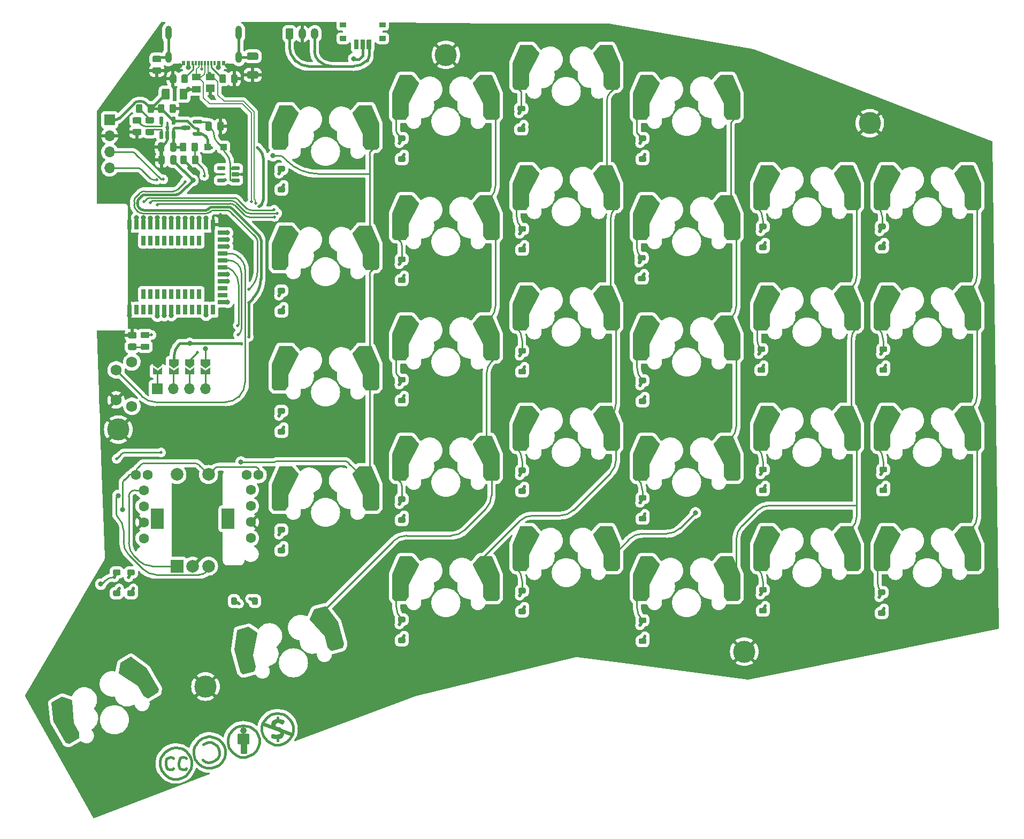
<source format=gtl>
G04 #@! TF.GenerationSoftware,KiCad,Pcbnew,7.0.5.1-1-g8f565ef7f0-dirty-deb11*
G04 #@! TF.CreationDate,2023-08-12T11:25:40+00:00*
G04 #@! TF.ProjectId,hakea-fillets,68616b65-612d-4666-996c-6c6574732e6b,1.0.3*
G04 #@! TF.SameCoordinates,Original*
G04 #@! TF.FileFunction,Copper,L1,Top*
G04 #@! TF.FilePolarity,Positive*
%FSLAX46Y46*%
G04 Gerber Fmt 4.6, Leading zero omitted, Abs format (unit mm)*
G04 Created by KiCad (PCBNEW 7.0.5.1-1-g8f565ef7f0-dirty-deb11) date 2023-08-12 11:25:40*
%MOMM*%
%LPD*%
G01*
G04 APERTURE LIST*
G04 #@! TA.AperFunction,EtchedComponent*
%ADD10C,0.381000*%
G04 #@! TD*
G04 #@! TA.AperFunction,ComponentPad*
%ADD11C,0.800000*%
G04 #@! TD*
G04 #@! TA.AperFunction,SMDPad,CuDef*
%ADD12R,2.150000X2.500000*%
G04 #@! TD*
G04 #@! TA.AperFunction,SMDPad,CuDef*
%ADD13R,2.350000X2.500000*%
G04 #@! TD*
G04 #@! TA.AperFunction,SMDPad,CuDef*
%ADD14R,0.540000X0.800000*%
G04 #@! TD*
G04 #@! TA.AperFunction,SMDPad,CuDef*
%ADD15R,0.300000X0.800000*%
G04 #@! TD*
G04 #@! TA.AperFunction,ComponentPad*
%ADD16O,1.000000X2.200000*%
G04 #@! TD*
G04 #@! TA.AperFunction,ComponentPad*
%ADD17O,1.000000X1.800000*%
G04 #@! TD*
G04 #@! TA.AperFunction,ComponentPad*
%ADD18R,2.000000X2.000000*%
G04 #@! TD*
G04 #@! TA.AperFunction,ComponentPad*
%ADD19C,2.000000*%
G04 #@! TD*
G04 #@! TA.AperFunction,ComponentPad*
%ADD20R,2.000000X3.200000*%
G04 #@! TD*
G04 #@! TA.AperFunction,ComponentPad*
%ADD21C,1.750000*%
G04 #@! TD*
G04 #@! TA.AperFunction,ComponentPad*
%ADD22R,1.700000X1.700000*%
G04 #@! TD*
G04 #@! TA.AperFunction,ComponentPad*
%ADD23O,1.700000X1.700000*%
G04 #@! TD*
G04 #@! TA.AperFunction,ComponentPad*
%ADD24C,3.500000*%
G04 #@! TD*
G04 #@! TA.AperFunction,ComponentPad*
%ADD25C,1.600000*%
G04 #@! TD*
G04 #@! TA.AperFunction,SMDPad,CuDef*
%ADD26R,1.400000X1.200000*%
G04 #@! TD*
G04 #@! TA.AperFunction,SMDPad,CuDef*
%ADD27R,1.400000X1.000000*%
G04 #@! TD*
G04 #@! TA.AperFunction,SMDPad,CuDef*
%ADD28R,0.700000X1.524000*%
G04 #@! TD*
G04 #@! TA.AperFunction,SMDPad,CuDef*
%ADD29R,1.524000X0.700000*%
G04 #@! TD*
G04 #@! TA.AperFunction,ComponentPad*
%ADD30R,0.700000X1.524000*%
G04 #@! TD*
G04 #@! TA.AperFunction,SMDPad,CuDef*
%ADD31R,1.000000X1.000000*%
G04 #@! TD*
G04 #@! TA.AperFunction,ComponentPad*
%ADD32O,1.200000X1.750000*%
G04 #@! TD*
G04 #@! TA.AperFunction,ComponentPad*
%ADD33C,0.500000*%
G04 #@! TD*
G04 #@! TA.AperFunction,ViaPad*
%ADD34C,0.800000*%
G04 #@! TD*
G04 #@! TA.AperFunction,ViaPad*
%ADD35C,0.500000*%
G04 #@! TD*
G04 #@! TA.AperFunction,Conductor*
%ADD36C,0.400000*%
G04 #@! TD*
G04 #@! TA.AperFunction,Conductor*
%ADD37C,0.250000*%
G04 #@! TD*
G04 #@! TA.AperFunction,Conductor*
%ADD38C,0.200000*%
G04 #@! TD*
G04 APERTURE END LIST*
D10*
X97650440Y-139452680D02*
X97650440Y-140052120D01*
X97650440Y-140052120D02*
X97848560Y-140852220D01*
X97749500Y-138952300D02*
X97650440Y-139452680D01*
X97848560Y-140852220D02*
X98450540Y-141553260D01*
X97950160Y-138553520D02*
X97749500Y-138952300D01*
X98450540Y-137951540D02*
X97950160Y-138553520D01*
X98450540Y-141553260D02*
X98950920Y-141952040D01*
X98549600Y-139452680D02*
X98549600Y-139851460D01*
X98549600Y-139851460D02*
X98648660Y-140351840D01*
X98648660Y-139051360D02*
X98549600Y-139452680D01*
X98648660Y-140351840D02*
X98849320Y-140651560D01*
X98849320Y-140651560D02*
X99149040Y-140753160D01*
X98950920Y-137552760D02*
X98450540Y-137951540D01*
X98950920Y-138853240D02*
X98648660Y-139051360D01*
X98950920Y-141952040D02*
X99649420Y-142251760D01*
X99149040Y-140753160D02*
X99550360Y-140753160D01*
X99349700Y-138751640D02*
X98950920Y-138853240D01*
X99448760Y-137352100D02*
X98950920Y-137552760D01*
X99550360Y-140753160D02*
X99751020Y-140552500D01*
X99649420Y-138853240D02*
X99349700Y-138751640D01*
X99649420Y-142251760D02*
X100449520Y-142251760D01*
X99751020Y-138952300D02*
X99649420Y-138853240D01*
X100050740Y-137253040D02*
X99448760Y-137352100D01*
X100149800Y-137253040D02*
X100050740Y-137253040D01*
X100449520Y-142251760D02*
X101048960Y-142053640D01*
X100548580Y-139752400D02*
X100548580Y-140151180D01*
X100548580Y-140151180D02*
X100749240Y-140552500D01*
X100650180Y-139252020D02*
X100548580Y-139752400D01*
X100749240Y-137352100D02*
X100149800Y-137253040D01*
X100749240Y-140552500D02*
X101150560Y-140753160D01*
X100850840Y-138853240D02*
X100650180Y-139252020D01*
X101048960Y-142053640D02*
X101650940Y-141751380D01*
X101150560Y-137451160D02*
X100749240Y-137352100D01*
X101150560Y-138751640D02*
X100850840Y-138853240D01*
X101150560Y-140753160D02*
X101348680Y-140753160D01*
X101348680Y-140753160D02*
X101650940Y-140753160D01*
X101450280Y-138751640D02*
X101150560Y-138751640D01*
X101650940Y-137753420D02*
X101150560Y-137451160D01*
X101650940Y-138853240D02*
X101450280Y-138751640D01*
X101650940Y-140753160D02*
X101750000Y-140552500D01*
X101650940Y-141751380D02*
X102148780Y-141253540D01*
X101750000Y-138952300D02*
X101650940Y-138853240D01*
X102148780Y-138251260D02*
X101650940Y-137753420D01*
X102148780Y-141253540D02*
X102550100Y-140552500D01*
X102451040Y-138751640D02*
X102148780Y-138251260D01*
X102550100Y-140552500D02*
X102649160Y-139953060D01*
X102649160Y-139353620D02*
X102451040Y-138751640D01*
X102649160Y-139953060D02*
X102649160Y-139353620D01*
X108346240Y-135945880D02*
X108346240Y-136545320D01*
X108346240Y-136545320D02*
X108544360Y-137345420D01*
X108445300Y-135445500D02*
X108346240Y-135945880D01*
X108544360Y-137345420D02*
X109146340Y-138046460D01*
X108645960Y-135046720D02*
X108445300Y-135445500D01*
X109146340Y-134444740D02*
X108645960Y-135046720D01*
X109146340Y-138046460D02*
X109646720Y-138445240D01*
X109646720Y-134045960D02*
X109146340Y-134444740D01*
X109646720Y-138445240D02*
X110345220Y-138744960D01*
X110045500Y-135244840D02*
X111546640Y-135244840D01*
X110045500Y-136146540D02*
X111345980Y-136146540D01*
X110045500Y-136446260D02*
X110045500Y-135244840D01*
X110144560Y-133845300D02*
X109646720Y-134045960D01*
X110144560Y-135544560D02*
X111445040Y-135544560D01*
X110345220Y-138744960D02*
X111145320Y-138744960D01*
X110545880Y-136545320D02*
X110545880Y-138046460D01*
X110545880Y-138046460D02*
X111046260Y-138046460D01*
X110746540Y-133746240D02*
X110144560Y-133845300D01*
X110845600Y-133746240D02*
X110746540Y-133746240D01*
X110845600Y-134345680D02*
X110845600Y-134744460D01*
X110845600Y-136545320D02*
X110845600Y-137845800D01*
X110944660Y-138046460D02*
X111145320Y-138046460D01*
X111145320Y-138046460D02*
X111145320Y-136446260D01*
X111145320Y-138744960D02*
X111744760Y-138546840D01*
X111345980Y-135846820D02*
X110144560Y-135846820D01*
X111445040Y-133845300D02*
X110845600Y-133746240D01*
X111546640Y-135244840D02*
X111546640Y-136446260D01*
X111546640Y-136446260D02*
X110045500Y-136446260D01*
X111744760Y-138546840D02*
X112346740Y-138244580D01*
X111846360Y-133944360D02*
X111445040Y-133845300D01*
X112346740Y-134246620D02*
X111846360Y-133944360D01*
X112346740Y-138244580D02*
X112844580Y-137746740D01*
X112844580Y-134744460D02*
X112346740Y-134246620D01*
X112844580Y-137746740D02*
X113245900Y-137045700D01*
X113146840Y-135244840D02*
X112844580Y-134744460D01*
X113245900Y-137045700D02*
X113344960Y-136446260D01*
X113344960Y-135846820D02*
X113146840Y-135244840D01*
X113344960Y-136446260D02*
X113344960Y-135846820D01*
X111161266Y-134546340D02*
G75*
G03*
X111161266Y-134546340I-315666J0D01*
G01*
X102961440Y-137698480D02*
X102961440Y-138297920D01*
X102961440Y-138297920D02*
X103159560Y-139098020D01*
X103060500Y-137198100D02*
X102961440Y-137698480D01*
X103159560Y-139098020D02*
X103761540Y-139799060D01*
X103261160Y-136799320D02*
X103060500Y-137198100D01*
X103761540Y-136197340D02*
X103261160Y-136799320D01*
X103761540Y-139799060D02*
X104261920Y-140197840D01*
X104261920Y-135798560D02*
X103761540Y-136197340D01*
X104261920Y-140197840D02*
X104960420Y-140497560D01*
X104360980Y-139197080D02*
X104861360Y-139499340D01*
X104759760Y-135597900D02*
X104261920Y-135798560D01*
X104861360Y-139499340D02*
X105361740Y-139598400D01*
X104960420Y-136497060D02*
X104460040Y-136697720D01*
X104960420Y-140497560D02*
X105760520Y-140497560D01*
X105361740Y-135498840D02*
X104759760Y-135597900D01*
X105361740Y-136398000D02*
X104960420Y-136497060D01*
X105361740Y-139598400D02*
X105859580Y-139499340D01*
X105460800Y-135498840D02*
X105361740Y-135498840D01*
X105760520Y-136398000D02*
X105361740Y-136398000D01*
X105760520Y-140497560D02*
X106359960Y-140299440D01*
X105859580Y-139499340D02*
X106359960Y-139298680D01*
X106060240Y-135597900D02*
X105460800Y-135498840D01*
X106359960Y-136697720D02*
X105760520Y-136398000D01*
X106359960Y-139298680D02*
X106761280Y-138897360D01*
X106359960Y-140299440D02*
X106961940Y-139997180D01*
X106461560Y-135696960D02*
X106060240Y-135597900D01*
X106659680Y-136997440D02*
X106359960Y-136697720D01*
X106761280Y-138897360D02*
X107061000Y-138396980D01*
X106961940Y-135999220D02*
X106461560Y-135696960D01*
X106961940Y-137497820D02*
X106659680Y-136997440D01*
X106961940Y-139997180D02*
X107459780Y-139499340D01*
X107061000Y-137998200D02*
X106961940Y-137497820D01*
X107061000Y-138396980D02*
X107061000Y-137998200D01*
X107459780Y-136497060D02*
X106961940Y-135999220D01*
X107459780Y-139499340D02*
X107861100Y-138798300D01*
X107762040Y-136997440D02*
X107459780Y-136497060D01*
X107861100Y-138798300D02*
X107960160Y-138198860D01*
X107960160Y-137599420D02*
X107762040Y-136997440D01*
X107960160Y-138198860D02*
X107960160Y-137599420D01*
X113731040Y-134015480D02*
X113731040Y-134614920D01*
X113731040Y-134614920D02*
X113929160Y-135415020D01*
X113830100Y-133515100D02*
X113731040Y-134015480D01*
X113830100Y-133515100D02*
X118430040Y-135214360D01*
X113929160Y-133416040D02*
X118630700Y-135115300D01*
X113929160Y-135415020D02*
X114531140Y-136116060D01*
X114030760Y-133116320D02*
X113830100Y-133515100D01*
X114531140Y-132514340D02*
X114030760Y-133116320D01*
X114531140Y-136116060D02*
X115031520Y-136514840D01*
X115031520Y-132115560D02*
X114531140Y-132514340D01*
X115031520Y-136514840D02*
X115730020Y-136814560D01*
X115430300Y-133416040D02*
X115430300Y-133715760D01*
X115430300Y-133715760D02*
X115529360Y-134015480D01*
X115430300Y-135315960D02*
X115430300Y-135514080D01*
X115430300Y-135514080D02*
X115730020Y-135615680D01*
X115529360Y-131914900D02*
X115031520Y-132115560D01*
X115529360Y-133215380D02*
X115430300Y-133416040D01*
X115529360Y-134015480D02*
X115730020Y-134216140D01*
X115529360Y-135315960D02*
X115430300Y-135315960D01*
X115630960Y-133614160D02*
X115730020Y-133416040D01*
X115730020Y-133014720D02*
X115529360Y-133215380D01*
X115730020Y-133416040D02*
X115930680Y-133215380D01*
X115730020Y-133916420D02*
X115630960Y-133614160D01*
X115730020Y-134216140D02*
X116530120Y-134515860D01*
X115730020Y-135615680D02*
X116431060Y-135615680D01*
X115730020Y-136814560D02*
X116530120Y-136814560D01*
X115930680Y-132915660D02*
X115730020Y-133014720D01*
X115930680Y-133215380D02*
X116329460Y-133116320D01*
X115930680Y-134114540D02*
X115730020Y-133916420D01*
X116029740Y-135415020D02*
X115529360Y-135315960D01*
X116131340Y-131815840D02*
X115529360Y-131914900D01*
X116230400Y-131815840D02*
X116131340Y-131815840D01*
X116230400Y-132814060D02*
X116230400Y-132514340D01*
X116230400Y-135615680D02*
X116230400Y-136116060D01*
X116230400Y-136116060D02*
X116230400Y-136014460D01*
X116329460Y-133116320D02*
X116629180Y-133215380D01*
X116431060Y-135615680D02*
X116730780Y-135514080D01*
X116530120Y-134216140D02*
X115930680Y-134114540D01*
X116530120Y-134515860D02*
X116829840Y-134713980D01*
X116530120Y-135315960D02*
X116029740Y-135415020D01*
X116530120Y-136814560D02*
X117129560Y-136616440D01*
X116629180Y-132915660D02*
X115930680Y-132915660D01*
X116629180Y-133215380D02*
X116931440Y-133314440D01*
X116730780Y-135514080D02*
X116931440Y-135315960D01*
X116829840Y-131914900D02*
X116230400Y-131815840D01*
X116829840Y-134713980D02*
X116829840Y-135115300D01*
X116829840Y-135115300D02*
X116530120Y-135315960D01*
X116931440Y-133314440D02*
X117129560Y-133116320D01*
X116931440Y-134515860D02*
X116530120Y-134216140D01*
X116931440Y-135315960D02*
X117030500Y-135115300D01*
X117030500Y-133014720D02*
X116629180Y-132915660D01*
X117030500Y-134815580D02*
X116931440Y-134515860D01*
X117030500Y-135115300D02*
X117030500Y-134815580D01*
X117129560Y-133116320D02*
X117030500Y-133014720D01*
X117129560Y-136616440D02*
X117731540Y-136314180D01*
X117231160Y-132013960D02*
X116829840Y-131914900D01*
X117731540Y-132316220D02*
X117231160Y-132013960D01*
X117731540Y-136314180D02*
X118229380Y-135816340D01*
X118229380Y-132814060D02*
X117731540Y-132316220D01*
X118229380Y-135816340D02*
X118630700Y-135115300D01*
X118531640Y-133314440D02*
X118229380Y-132814060D01*
X118630700Y-135115300D02*
X118729760Y-134515860D01*
X118729760Y-133916420D02*
X118531640Y-133314440D01*
X118729760Y-134515860D02*
X118729760Y-133916420D01*
G04 #@! TA.AperFunction,SMDPad,CuDef*
G36*
G01*
X97579600Y-30561100D02*
X96679600Y-30561100D01*
G75*
G02*
X96429600Y-30311100I0J250000D01*
G01*
X96429600Y-29786100D01*
G75*
G02*
X96679600Y-29536100I250000J0D01*
G01*
X97579600Y-29536100D01*
G75*
G02*
X97829600Y-29786100I0J-250000D01*
G01*
X97829600Y-30311100D01*
G75*
G02*
X97579600Y-30561100I-250000J0D01*
G01*
G37*
G04 #@! TD.AperFunction*
G04 #@! TA.AperFunction,SMDPad,CuDef*
G36*
G01*
X97579600Y-28736100D02*
X96679600Y-28736100D01*
G75*
G02*
X96429600Y-28486100I0J250000D01*
G01*
X96429600Y-27961100D01*
G75*
G02*
X96679600Y-27711100I250000J0D01*
G01*
X97579600Y-27711100D01*
G75*
G02*
X97829600Y-27961100I0J-250000D01*
G01*
X97829600Y-28486100D01*
G75*
G02*
X97579600Y-28736100I-250000J0D01*
G01*
G37*
G04 #@! TD.AperFunction*
G04 #@! TA.AperFunction,SMDPad,CuDef*
G36*
G01*
X104823600Y-39337000D02*
X104823600Y-38387000D01*
G75*
G02*
X105073600Y-38137000I250000J0D01*
G01*
X105573600Y-38137000D01*
G75*
G02*
X105823600Y-38387000I0J-250000D01*
G01*
X105823600Y-39337000D01*
G75*
G02*
X105573600Y-39587000I-250000J0D01*
G01*
X105073600Y-39587000D01*
G75*
G02*
X104823600Y-39337000I0J250000D01*
G01*
G37*
G04 #@! TD.AperFunction*
G04 #@! TA.AperFunction,SMDPad,CuDef*
G36*
G01*
X106723600Y-39337000D02*
X106723600Y-38387000D01*
G75*
G02*
X106973600Y-38137000I250000J0D01*
G01*
X107473600Y-38137000D01*
G75*
G02*
X107723600Y-38387000I0J-250000D01*
G01*
X107723600Y-39337000D01*
G75*
G02*
X107473600Y-39587000I-250000J0D01*
G01*
X106973600Y-39587000D01*
G75*
G02*
X106723600Y-39337000I0J250000D01*
G01*
G37*
G04 #@! TD.AperFunction*
D11*
X192151000Y-48069500D03*
X192151000Y-51625500D03*
X193040000Y-45529500D03*
G04 #@! TA.AperFunction,SMDPad,CuDef*
G36*
X191898809Y-52115481D02*
G01*
X191871970Y-52111648D01*
X191865476Y-52106550D01*
X191857500Y-52104413D01*
X191838329Y-52085241D01*
X191817000Y-52068500D01*
X191517000Y-51668500D01*
X191513925Y-51660837D01*
X191508087Y-51655000D01*
X191501069Y-51628808D01*
X191490970Y-51603648D01*
X191492138Y-51595476D01*
X191490000Y-51587500D01*
X191490000Y-47987500D01*
X191497040Y-47961230D01*
X191500916Y-47934321D01*
X192700915Y-45134321D01*
X192705972Y-45127896D01*
X192708087Y-45120000D01*
X192727314Y-45100774D01*
X192744130Y-45079403D01*
X192751721Y-45076367D01*
X192757500Y-45070587D01*
X192783763Y-45063550D01*
X192809012Y-45053450D01*
X192817104Y-45054616D01*
X192825000Y-45052500D01*
X194625000Y-45052500D01*
X194647944Y-45058649D01*
X194671603Y-45060799D01*
X194681180Y-45067554D01*
X194692500Y-45070587D01*
X194709295Y-45087383D01*
X194728710Y-45101075D01*
X195728710Y-46301075D01*
X195731925Y-46308033D01*
X195737659Y-46313117D01*
X195746411Y-46339376D01*
X195758028Y-46364509D01*
X195757334Y-46372143D01*
X195759757Y-46379411D01*
X195754207Y-46406532D01*
X195751701Y-46434103D01*
X195747284Y-46440366D01*
X195745748Y-46447874D01*
X194160000Y-49619370D01*
X194160000Y-51387500D01*
X194158844Y-51391811D01*
X194159720Y-51396188D01*
X194149868Y-51425310D01*
X194141913Y-51455000D01*
X194138757Y-51458155D01*
X194137327Y-51462385D01*
X193737327Y-52062384D01*
X193714237Y-52082675D01*
X193692500Y-52104413D01*
X193688187Y-52105568D01*
X193684835Y-52108515D01*
X193654693Y-52114543D01*
X193625000Y-52122500D01*
X191925000Y-52122500D01*
X191898809Y-52115481D01*
G37*
G04 #@! TD.AperFunction*
X193548000Y-51625500D03*
D12*
X193625800Y-47320200D03*
D11*
X194437000Y-45529500D03*
X195225000Y-46387500D03*
X204825000Y-46387500D03*
X205613000Y-45529500D03*
X206502000Y-51625500D03*
X207010000Y-45529500D03*
D13*
X207237000Y-49847500D03*
G04 #@! TA.AperFunction,SMDPad,CuDef*
G36*
X206395307Y-52114543D02*
G01*
X206365165Y-52108515D01*
X206361813Y-52105568D01*
X206357500Y-52104413D01*
X206335768Y-52082680D01*
X206312673Y-52062385D01*
X205912673Y-51462385D01*
X205911243Y-51458155D01*
X205908087Y-51455000D01*
X205900132Y-51425310D01*
X205890280Y-51396188D01*
X205891156Y-51391811D01*
X205890000Y-51387500D01*
X205890000Y-49619370D01*
X204304252Y-46447874D01*
X204302716Y-46440366D01*
X204298299Y-46434103D01*
X204295793Y-46406532D01*
X204290243Y-46379411D01*
X204292666Y-46372143D01*
X204291972Y-46364509D01*
X204303589Y-46339376D01*
X204312341Y-46313117D01*
X204318075Y-46308033D01*
X204321290Y-46301075D01*
X205321290Y-45101075D01*
X205340705Y-45087383D01*
X205357500Y-45070587D01*
X205368820Y-45067554D01*
X205378397Y-45060799D01*
X205402056Y-45058649D01*
X205425000Y-45052500D01*
X207225000Y-45052500D01*
X207232899Y-45054617D01*
X207240988Y-45053451D01*
X207266230Y-45063548D01*
X207292500Y-45070587D01*
X207298281Y-45076369D01*
X207305871Y-45079404D01*
X207322686Y-45100774D01*
X207341913Y-45120000D01*
X207344028Y-45127896D01*
X207349085Y-45134321D01*
X208549085Y-47934321D01*
X208552963Y-47961239D01*
X208560000Y-47987500D01*
X208560000Y-51587500D01*
X208557862Y-51595476D01*
X208559030Y-51603648D01*
X208548931Y-51628808D01*
X208541913Y-51655000D01*
X208536075Y-51660837D01*
X208533000Y-51668500D01*
X208233000Y-52068500D01*
X208211671Y-52085241D01*
X208192500Y-52104413D01*
X208184524Y-52106550D01*
X208178030Y-52111648D01*
X208151191Y-52115481D01*
X208125000Y-52122500D01*
X206425000Y-52122500D01*
X206395307Y-52114543D01*
G37*
G04 #@! TD.AperFunction*
D11*
X207899000Y-48069500D03*
X207899000Y-51625500D03*
X135001000Y-71882000D03*
X135001000Y-75438000D03*
X135890000Y-69342000D03*
G04 #@! TA.AperFunction,SMDPad,CuDef*
G36*
X134748809Y-75927981D02*
G01*
X134721970Y-75924148D01*
X134715476Y-75919050D01*
X134707500Y-75916913D01*
X134688329Y-75897741D01*
X134667000Y-75881000D01*
X134367000Y-75481000D01*
X134363925Y-75473337D01*
X134358087Y-75467500D01*
X134351069Y-75441308D01*
X134340970Y-75416148D01*
X134342138Y-75407976D01*
X134340000Y-75400000D01*
X134340000Y-71800000D01*
X134347040Y-71773730D01*
X134350916Y-71746821D01*
X135550915Y-68946821D01*
X135555972Y-68940396D01*
X135558087Y-68932500D01*
X135577314Y-68913274D01*
X135594130Y-68891903D01*
X135601721Y-68888867D01*
X135607500Y-68883087D01*
X135633763Y-68876050D01*
X135659012Y-68865950D01*
X135667104Y-68867116D01*
X135675000Y-68865000D01*
X137475000Y-68865000D01*
X137497944Y-68871149D01*
X137521603Y-68873299D01*
X137531180Y-68880054D01*
X137542500Y-68883087D01*
X137559295Y-68899883D01*
X137578710Y-68913575D01*
X138578710Y-70113575D01*
X138581925Y-70120533D01*
X138587659Y-70125617D01*
X138596411Y-70151876D01*
X138608028Y-70177009D01*
X138607334Y-70184643D01*
X138609757Y-70191911D01*
X138604207Y-70219032D01*
X138601701Y-70246603D01*
X138597284Y-70252866D01*
X138595748Y-70260374D01*
X137010000Y-73431870D01*
X137010000Y-75200000D01*
X137008844Y-75204311D01*
X137009720Y-75208688D01*
X136999868Y-75237810D01*
X136991913Y-75267500D01*
X136988757Y-75270655D01*
X136987327Y-75274885D01*
X136587327Y-75874884D01*
X136564237Y-75895175D01*
X136542500Y-75916913D01*
X136538187Y-75918068D01*
X136534835Y-75921015D01*
X136504693Y-75927043D01*
X136475000Y-75935000D01*
X134775000Y-75935000D01*
X134748809Y-75927981D01*
G37*
G04 #@! TD.AperFunction*
X136398000Y-75438000D03*
D12*
X136475800Y-71132700D03*
D11*
X137287000Y-69342000D03*
X138075000Y-70200000D03*
X147675000Y-70200000D03*
X148463000Y-69342000D03*
X149352000Y-75438000D03*
X149860000Y-69342000D03*
D13*
X150087000Y-73660000D03*
G04 #@! TA.AperFunction,SMDPad,CuDef*
G36*
X149245307Y-75927043D02*
G01*
X149215165Y-75921015D01*
X149211813Y-75918068D01*
X149207500Y-75916913D01*
X149185768Y-75895180D01*
X149162673Y-75874885D01*
X148762673Y-75274885D01*
X148761243Y-75270655D01*
X148758087Y-75267500D01*
X148750132Y-75237810D01*
X148740280Y-75208688D01*
X148741156Y-75204311D01*
X148740000Y-75200000D01*
X148740000Y-73431870D01*
X147154252Y-70260374D01*
X147152716Y-70252866D01*
X147148299Y-70246603D01*
X147145793Y-70219032D01*
X147140243Y-70191911D01*
X147142666Y-70184643D01*
X147141972Y-70177009D01*
X147153589Y-70151876D01*
X147162341Y-70125617D01*
X147168075Y-70120533D01*
X147171290Y-70113575D01*
X148171290Y-68913575D01*
X148190705Y-68899883D01*
X148207500Y-68883087D01*
X148218820Y-68880054D01*
X148228397Y-68873299D01*
X148252056Y-68871149D01*
X148275000Y-68865000D01*
X150075000Y-68865000D01*
X150082899Y-68867117D01*
X150090988Y-68865951D01*
X150116230Y-68876048D01*
X150142500Y-68883087D01*
X150148281Y-68888869D01*
X150155871Y-68891904D01*
X150172686Y-68913274D01*
X150191913Y-68932500D01*
X150194028Y-68940396D01*
X150199085Y-68946821D01*
X151399085Y-71746821D01*
X151402963Y-71773739D01*
X151410000Y-71800000D01*
X151410000Y-75400000D01*
X151407862Y-75407976D01*
X151409030Y-75416148D01*
X151398931Y-75441308D01*
X151391913Y-75467500D01*
X151386075Y-75473337D01*
X151383000Y-75481000D01*
X151083000Y-75881000D01*
X151061671Y-75897741D01*
X151042500Y-75916913D01*
X151034524Y-75919050D01*
X151028030Y-75924148D01*
X151001191Y-75927981D01*
X150975000Y-75935000D01*
X149275000Y-75935000D01*
X149245307Y-75927043D01*
G37*
G04 #@! TD.AperFunction*
D11*
X150749000Y-71882000D03*
X150749000Y-75438000D03*
X211201000Y-48069500D03*
X211201000Y-51625500D03*
X212090000Y-45529500D03*
G04 #@! TA.AperFunction,SMDPad,CuDef*
G36*
X210948809Y-52115481D02*
G01*
X210921970Y-52111648D01*
X210915476Y-52106550D01*
X210907500Y-52104413D01*
X210888329Y-52085241D01*
X210867000Y-52068500D01*
X210567000Y-51668500D01*
X210563925Y-51660837D01*
X210558087Y-51655000D01*
X210551069Y-51628808D01*
X210540970Y-51603648D01*
X210542138Y-51595476D01*
X210540000Y-51587500D01*
X210540000Y-47987500D01*
X210547040Y-47961230D01*
X210550916Y-47934321D01*
X211750915Y-45134321D01*
X211755972Y-45127896D01*
X211758087Y-45120000D01*
X211777314Y-45100774D01*
X211794130Y-45079403D01*
X211801721Y-45076367D01*
X211807500Y-45070587D01*
X211833763Y-45063550D01*
X211859012Y-45053450D01*
X211867104Y-45054616D01*
X211875000Y-45052500D01*
X213675000Y-45052500D01*
X213697944Y-45058649D01*
X213721603Y-45060799D01*
X213731180Y-45067554D01*
X213742500Y-45070587D01*
X213759295Y-45087383D01*
X213778710Y-45101075D01*
X214778710Y-46301075D01*
X214781925Y-46308033D01*
X214787659Y-46313117D01*
X214796411Y-46339376D01*
X214808028Y-46364509D01*
X214807334Y-46372143D01*
X214809757Y-46379411D01*
X214804207Y-46406532D01*
X214801701Y-46434103D01*
X214797284Y-46440366D01*
X214795748Y-46447874D01*
X213210000Y-49619370D01*
X213210000Y-51387500D01*
X213208844Y-51391811D01*
X213209720Y-51396188D01*
X213199868Y-51425310D01*
X213191913Y-51455000D01*
X213188757Y-51458155D01*
X213187327Y-51462385D01*
X212787327Y-52062384D01*
X212764237Y-52082675D01*
X212742500Y-52104413D01*
X212738187Y-52105568D01*
X212734835Y-52108515D01*
X212704693Y-52114543D01*
X212675000Y-52122500D01*
X210975000Y-52122500D01*
X210948809Y-52115481D01*
G37*
G04 #@! TD.AperFunction*
X212598000Y-51625500D03*
D12*
X212675800Y-47320200D03*
D11*
X213487000Y-45529500D03*
X214275000Y-46387500D03*
X223875000Y-46387500D03*
X224663000Y-45529500D03*
X225552000Y-51625500D03*
X226060000Y-45529500D03*
D13*
X226287000Y-49847500D03*
G04 #@! TA.AperFunction,SMDPad,CuDef*
G36*
X225445307Y-52114543D02*
G01*
X225415165Y-52108515D01*
X225411813Y-52105568D01*
X225407500Y-52104413D01*
X225385768Y-52082680D01*
X225362673Y-52062385D01*
X224962673Y-51462385D01*
X224961243Y-51458155D01*
X224958087Y-51455000D01*
X224950132Y-51425310D01*
X224940280Y-51396188D01*
X224941156Y-51391811D01*
X224940000Y-51387500D01*
X224940000Y-49619370D01*
X223354252Y-46447874D01*
X223352716Y-46440366D01*
X223348299Y-46434103D01*
X223345793Y-46406532D01*
X223340243Y-46379411D01*
X223342666Y-46372143D01*
X223341972Y-46364509D01*
X223353589Y-46339376D01*
X223362341Y-46313117D01*
X223368075Y-46308033D01*
X223371290Y-46301075D01*
X224371290Y-45101075D01*
X224390705Y-45087383D01*
X224407500Y-45070587D01*
X224418820Y-45067554D01*
X224428397Y-45060799D01*
X224452056Y-45058649D01*
X224475000Y-45052500D01*
X226275000Y-45052500D01*
X226282899Y-45054617D01*
X226290988Y-45053451D01*
X226316230Y-45063548D01*
X226342500Y-45070587D01*
X226348281Y-45076369D01*
X226355871Y-45079404D01*
X226372686Y-45100774D01*
X226391913Y-45120000D01*
X226394028Y-45127896D01*
X226399085Y-45134321D01*
X227599085Y-47934321D01*
X227602963Y-47961239D01*
X227610000Y-47987500D01*
X227610000Y-51587500D01*
X227607862Y-51595476D01*
X227609030Y-51603648D01*
X227598931Y-51628808D01*
X227591913Y-51655000D01*
X227586075Y-51660837D01*
X227583000Y-51668500D01*
X227283000Y-52068500D01*
X227261671Y-52085241D01*
X227242500Y-52104413D01*
X227234524Y-52106550D01*
X227228030Y-52111648D01*
X227201191Y-52115481D01*
X227175000Y-52122500D01*
X225475000Y-52122500D01*
X225445307Y-52114543D01*
G37*
G04 #@! TD.AperFunction*
D11*
X226949000Y-48069500D03*
X226949000Y-51625500D03*
D14*
X101321000Y-28869400D03*
X107721000Y-28869400D03*
X102121000Y-28869400D03*
X106921000Y-28869400D03*
D15*
X105771000Y-28869400D03*
X104771000Y-28869400D03*
X104271000Y-28869400D03*
X103271000Y-28869400D03*
X102771000Y-28869400D03*
X103771000Y-28869400D03*
X105271000Y-28869400D03*
X106279000Y-28869400D03*
D16*
X98945700Y-24069400D03*
X110096300Y-24069400D03*
D17*
X98945700Y-27969400D03*
X110096300Y-27969400D03*
G04 #@! TA.AperFunction,SMDPad,CuDef*
G36*
G01*
X110258000Y-47282000D02*
X110258000Y-47582000D01*
G75*
G02*
X110108000Y-47732000I-150000J0D01*
G01*
X109083000Y-47732000D01*
G75*
G02*
X108933000Y-47582000I0J150000D01*
G01*
X108933000Y-47282000D01*
G75*
G02*
X109083000Y-47132000I150000J0D01*
G01*
X110108000Y-47132000D01*
G75*
G02*
X110258000Y-47282000I0J-150000D01*
G01*
G37*
G04 #@! TD.AperFunction*
G04 #@! TA.AperFunction,SMDPad,CuDef*
G36*
G01*
X110258000Y-46332000D02*
X110258000Y-46632000D01*
G75*
G02*
X110108000Y-46782000I-150000J0D01*
G01*
X109083000Y-46782000D01*
G75*
G02*
X108933000Y-46632000I0J150000D01*
G01*
X108933000Y-46332000D01*
G75*
G02*
X109083000Y-46182000I150000J0D01*
G01*
X110108000Y-46182000D01*
G75*
G02*
X110258000Y-46332000I0J-150000D01*
G01*
G37*
G04 #@! TD.AperFunction*
G04 #@! TA.AperFunction,SMDPad,CuDef*
G36*
G01*
X110258000Y-45382000D02*
X110258000Y-45682000D01*
G75*
G02*
X110108000Y-45832000I-150000J0D01*
G01*
X109083000Y-45832000D01*
G75*
G02*
X108933000Y-45682000I0J150000D01*
G01*
X108933000Y-45382000D01*
G75*
G02*
X109083000Y-45232000I150000J0D01*
G01*
X110108000Y-45232000D01*
G75*
G02*
X110258000Y-45382000I0J-150000D01*
G01*
G37*
G04 #@! TD.AperFunction*
G04 #@! TA.AperFunction,SMDPad,CuDef*
G36*
G01*
X107983000Y-45382000D02*
X107983000Y-45682000D01*
G75*
G02*
X107833000Y-45832000I-150000J0D01*
G01*
X106808000Y-45832000D01*
G75*
G02*
X106658000Y-45682000I0J150000D01*
G01*
X106658000Y-45382000D01*
G75*
G02*
X106808000Y-45232000I150000J0D01*
G01*
X107833000Y-45232000D01*
G75*
G02*
X107983000Y-45382000I0J-150000D01*
G01*
G37*
G04 #@! TD.AperFunction*
G04 #@! TA.AperFunction,SMDPad,CuDef*
G36*
G01*
X107983000Y-47282000D02*
X107983000Y-47582000D01*
G75*
G02*
X107833000Y-47732000I-150000J0D01*
G01*
X106808000Y-47732000D01*
G75*
G02*
X106658000Y-47582000I0J150000D01*
G01*
X106658000Y-47282000D01*
G75*
G02*
X106808000Y-47132000I150000J0D01*
G01*
X107833000Y-47132000D01*
G75*
G02*
X107983000Y-47282000I0J-150000D01*
G01*
G37*
G04 #@! TD.AperFunction*
D18*
X100304600Y-108508800D03*
D19*
X105304600Y-108508800D03*
X102804600Y-108508800D03*
D20*
X97204600Y-101008800D03*
X108404600Y-101008800D03*
D19*
X105304600Y-94008800D03*
X100304600Y-94008800D03*
D11*
X135001000Y-109982000D03*
X135001000Y-113538000D03*
X135890000Y-107442000D03*
G04 #@! TA.AperFunction,SMDPad,CuDef*
G36*
X134748809Y-114027981D02*
G01*
X134721970Y-114024148D01*
X134715476Y-114019050D01*
X134707500Y-114016913D01*
X134688329Y-113997741D01*
X134667000Y-113981000D01*
X134367000Y-113581000D01*
X134363925Y-113573337D01*
X134358087Y-113567500D01*
X134351069Y-113541308D01*
X134340970Y-113516148D01*
X134342138Y-113507976D01*
X134340000Y-113500000D01*
X134340000Y-109900000D01*
X134347040Y-109873730D01*
X134350916Y-109846821D01*
X135550915Y-107046821D01*
X135555972Y-107040396D01*
X135558087Y-107032500D01*
X135577314Y-107013274D01*
X135594130Y-106991903D01*
X135601721Y-106988867D01*
X135607500Y-106983087D01*
X135633763Y-106976050D01*
X135659012Y-106965950D01*
X135667104Y-106967116D01*
X135675000Y-106965000D01*
X137475000Y-106965000D01*
X137497944Y-106971149D01*
X137521603Y-106973299D01*
X137531180Y-106980054D01*
X137542500Y-106983087D01*
X137559295Y-106999883D01*
X137578710Y-107013575D01*
X138578710Y-108213575D01*
X138581925Y-108220533D01*
X138587659Y-108225617D01*
X138596411Y-108251876D01*
X138608028Y-108277009D01*
X138607334Y-108284643D01*
X138609757Y-108291911D01*
X138604207Y-108319032D01*
X138601701Y-108346603D01*
X138597284Y-108352866D01*
X138595748Y-108360374D01*
X137010000Y-111531870D01*
X137010000Y-113300000D01*
X137008844Y-113304311D01*
X137009720Y-113308688D01*
X136999868Y-113337810D01*
X136991913Y-113367500D01*
X136988757Y-113370655D01*
X136987327Y-113374885D01*
X136587327Y-113974884D01*
X136564237Y-113995175D01*
X136542500Y-114016913D01*
X136538187Y-114018068D01*
X136534835Y-114021015D01*
X136504693Y-114027043D01*
X136475000Y-114035000D01*
X134775000Y-114035000D01*
X134748809Y-114027981D01*
G37*
G04 #@! TD.AperFunction*
X136398000Y-113538000D03*
D12*
X136475800Y-109232700D03*
D11*
X137287000Y-107442000D03*
X138075000Y-108300000D03*
X147675000Y-108300000D03*
X148463000Y-107442000D03*
X149352000Y-113538000D03*
X149860000Y-107442000D03*
D13*
X150087000Y-111760000D03*
G04 #@! TA.AperFunction,SMDPad,CuDef*
G36*
X149245307Y-114027043D02*
G01*
X149215165Y-114021015D01*
X149211813Y-114018068D01*
X149207500Y-114016913D01*
X149185768Y-113995180D01*
X149162673Y-113974885D01*
X148762673Y-113374885D01*
X148761243Y-113370655D01*
X148758087Y-113367500D01*
X148750132Y-113337810D01*
X148740280Y-113308688D01*
X148741156Y-113304311D01*
X148740000Y-113300000D01*
X148740000Y-111531870D01*
X147154252Y-108360374D01*
X147152716Y-108352866D01*
X147148299Y-108346603D01*
X147145793Y-108319032D01*
X147140243Y-108291911D01*
X147142666Y-108284643D01*
X147141972Y-108277009D01*
X147153589Y-108251876D01*
X147162341Y-108225617D01*
X147168075Y-108220533D01*
X147171290Y-108213575D01*
X148171290Y-107013575D01*
X148190705Y-106999883D01*
X148207500Y-106983087D01*
X148218820Y-106980054D01*
X148228397Y-106973299D01*
X148252056Y-106971149D01*
X148275000Y-106965000D01*
X150075000Y-106965000D01*
X150082899Y-106967117D01*
X150090988Y-106965951D01*
X150116230Y-106976048D01*
X150142500Y-106983087D01*
X150148281Y-106988869D01*
X150155871Y-106991904D01*
X150172686Y-107013274D01*
X150191913Y-107032500D01*
X150194028Y-107040396D01*
X150199085Y-107046821D01*
X151399085Y-109846821D01*
X151402963Y-109873739D01*
X151410000Y-109900000D01*
X151410000Y-113500000D01*
X151407862Y-113507976D01*
X151409030Y-113516148D01*
X151398931Y-113541308D01*
X151391913Y-113567500D01*
X151386075Y-113573337D01*
X151383000Y-113581000D01*
X151083000Y-113981000D01*
X151061671Y-113997741D01*
X151042500Y-114016913D01*
X151034524Y-114019050D01*
X151028030Y-114024148D01*
X151001191Y-114027981D01*
X150975000Y-114035000D01*
X149275000Y-114035000D01*
X149245307Y-114027043D01*
G37*
G04 #@! TD.AperFunction*
D11*
X150749000Y-109982000D03*
X150749000Y-113538000D03*
G04 #@! TA.AperFunction,SMDPad,CuDef*
G36*
G01*
X100858500Y-44646000D02*
X100858500Y-43746000D01*
G75*
G02*
X101108500Y-43496000I250000J0D01*
G01*
X101633500Y-43496000D01*
G75*
G02*
X101883500Y-43746000I0J-250000D01*
G01*
X101883500Y-44646000D01*
G75*
G02*
X101633500Y-44896000I-250000J0D01*
G01*
X101108500Y-44896000D01*
G75*
G02*
X100858500Y-44646000I0J250000D01*
G01*
G37*
G04 #@! TD.AperFunction*
G04 #@! TA.AperFunction,SMDPad,CuDef*
G36*
G01*
X102683500Y-44646000D02*
X102683500Y-43746000D01*
G75*
G02*
X102933500Y-43496000I250000J0D01*
G01*
X103458500Y-43496000D01*
G75*
G02*
X103708500Y-43746000I0J-250000D01*
G01*
X103708500Y-44646000D01*
G75*
G02*
X103458500Y-44896000I-250000J0D01*
G01*
X102933500Y-44896000D01*
G75*
G02*
X102683500Y-44646000I0J250000D01*
G01*
G37*
G04 #@! TD.AperFunction*
D21*
X90678000Y-77444600D03*
X90678000Y-82194600D03*
X93178000Y-76194600D03*
X93178000Y-83194600D03*
D11*
X115951000Y-76644500D03*
X115951000Y-80200500D03*
X116840000Y-74104500D03*
G04 #@! TA.AperFunction,SMDPad,CuDef*
G36*
X115698809Y-80690481D02*
G01*
X115671970Y-80686648D01*
X115665476Y-80681550D01*
X115657500Y-80679413D01*
X115638329Y-80660241D01*
X115617000Y-80643500D01*
X115317000Y-80243500D01*
X115313925Y-80235837D01*
X115308087Y-80230000D01*
X115301069Y-80203808D01*
X115290970Y-80178648D01*
X115292138Y-80170476D01*
X115290000Y-80162500D01*
X115290000Y-76562500D01*
X115297040Y-76536230D01*
X115300916Y-76509321D01*
X116500915Y-73709321D01*
X116505972Y-73702896D01*
X116508087Y-73695000D01*
X116527314Y-73675774D01*
X116544130Y-73654403D01*
X116551721Y-73651367D01*
X116557500Y-73645587D01*
X116583763Y-73638550D01*
X116609012Y-73628450D01*
X116617104Y-73629616D01*
X116625000Y-73627500D01*
X118425000Y-73627500D01*
X118447944Y-73633649D01*
X118471603Y-73635799D01*
X118481180Y-73642554D01*
X118492500Y-73645587D01*
X118509295Y-73662383D01*
X118528710Y-73676075D01*
X119528710Y-74876075D01*
X119531925Y-74883033D01*
X119537659Y-74888117D01*
X119546411Y-74914376D01*
X119558028Y-74939509D01*
X119557334Y-74947143D01*
X119559757Y-74954411D01*
X119554207Y-74981532D01*
X119551701Y-75009103D01*
X119547284Y-75015366D01*
X119545748Y-75022874D01*
X117960000Y-78194370D01*
X117960000Y-79962500D01*
X117958844Y-79966811D01*
X117959720Y-79971188D01*
X117949868Y-80000310D01*
X117941913Y-80030000D01*
X117938757Y-80033155D01*
X117937327Y-80037385D01*
X117537327Y-80637384D01*
X117514237Y-80657675D01*
X117492500Y-80679413D01*
X117488187Y-80680568D01*
X117484835Y-80683515D01*
X117454693Y-80689543D01*
X117425000Y-80697500D01*
X115725000Y-80697500D01*
X115698809Y-80690481D01*
G37*
G04 #@! TD.AperFunction*
X117348000Y-80200500D03*
D12*
X117425800Y-75895200D03*
D11*
X118237000Y-74104500D03*
X119025000Y-74962500D03*
X128625000Y-74962500D03*
X129413000Y-74104500D03*
X130302000Y-80200500D03*
X130810000Y-74104500D03*
D13*
X131037000Y-78422500D03*
G04 #@! TA.AperFunction,SMDPad,CuDef*
G36*
X130195307Y-80689543D02*
G01*
X130165165Y-80683515D01*
X130161813Y-80680568D01*
X130157500Y-80679413D01*
X130135768Y-80657680D01*
X130112673Y-80637385D01*
X129712673Y-80037385D01*
X129711243Y-80033155D01*
X129708087Y-80030000D01*
X129700132Y-80000310D01*
X129690280Y-79971188D01*
X129691156Y-79966811D01*
X129690000Y-79962500D01*
X129690000Y-78194370D01*
X128104252Y-75022874D01*
X128102716Y-75015366D01*
X128098299Y-75009103D01*
X128095793Y-74981532D01*
X128090243Y-74954411D01*
X128092666Y-74947143D01*
X128091972Y-74939509D01*
X128103589Y-74914376D01*
X128112341Y-74888117D01*
X128118075Y-74883033D01*
X128121290Y-74876075D01*
X129121290Y-73676075D01*
X129140705Y-73662383D01*
X129157500Y-73645587D01*
X129168820Y-73642554D01*
X129178397Y-73635799D01*
X129202056Y-73633649D01*
X129225000Y-73627500D01*
X131025000Y-73627500D01*
X131032899Y-73629617D01*
X131040988Y-73628451D01*
X131066230Y-73638548D01*
X131092500Y-73645587D01*
X131098281Y-73651369D01*
X131105871Y-73654404D01*
X131122686Y-73675774D01*
X131141913Y-73695000D01*
X131144028Y-73702896D01*
X131149085Y-73709321D01*
X132349085Y-76509321D01*
X132352963Y-76536239D01*
X132360000Y-76562500D01*
X132360000Y-80162500D01*
X132357862Y-80170476D01*
X132359030Y-80178648D01*
X132348931Y-80203808D01*
X132341913Y-80230000D01*
X132336075Y-80235837D01*
X132333000Y-80243500D01*
X132033000Y-80643500D01*
X132011671Y-80660241D01*
X131992500Y-80679413D01*
X131984524Y-80681550D01*
X131978030Y-80686648D01*
X131951191Y-80690481D01*
X131925000Y-80697500D01*
X130225000Y-80697500D01*
X130195307Y-80689543D01*
G37*
G04 #@! TD.AperFunction*
D11*
X131699000Y-76644500D03*
X131699000Y-80200500D03*
G04 #@! TA.AperFunction,SMDPad,CuDef*
G36*
G01*
X130342800Y-26626000D02*
X130342800Y-25196000D01*
G75*
G02*
X130377800Y-25161000I35000J0D01*
G01*
X131007800Y-25161000D01*
G75*
G02*
X131042800Y-25196000I0J-35000D01*
G01*
X131042800Y-26626000D01*
G75*
G02*
X131007800Y-26661000I-35000J0D01*
G01*
X130377800Y-26661000D01*
G75*
G02*
X130342800Y-26626000I0J35000D01*
G01*
G37*
G04 #@! TD.AperFunction*
G04 #@! TA.AperFunction,SMDPad,CuDef*
G36*
G01*
X129342800Y-26626000D02*
X129342800Y-25196000D01*
G75*
G02*
X129377800Y-25161000I35000J0D01*
G01*
X130007800Y-25161000D01*
G75*
G02*
X130042800Y-25196000I0J-35000D01*
G01*
X130042800Y-26626000D01*
G75*
G02*
X130007800Y-26661000I-35000J0D01*
G01*
X129377800Y-26661000D01*
G75*
G02*
X129342800Y-26626000I0J35000D01*
G01*
G37*
G04 #@! TD.AperFunction*
G04 #@! TA.AperFunction,SMDPad,CuDef*
G36*
G01*
X128342800Y-26626000D02*
X128342800Y-25196000D01*
G75*
G02*
X128377800Y-25161000I35000J0D01*
G01*
X129007800Y-25161000D01*
G75*
G02*
X129042800Y-25196000I0J-35000D01*
G01*
X129042800Y-26626000D01*
G75*
G02*
X129007800Y-26661000I-35000J0D01*
G01*
X128377800Y-26661000D01*
G75*
G02*
X128342800Y-26626000I0J35000D01*
G01*
G37*
G04 #@! TD.AperFunction*
G04 #@! TA.AperFunction,SMDPad,CuDef*
G36*
G01*
X133342800Y-24601000D02*
X133342800Y-25321000D01*
G75*
G02*
X133302800Y-25361000I-40000J0D01*
G01*
X132382800Y-25361000D01*
G75*
G02*
X132342800Y-25321000I0J40000D01*
G01*
X132342800Y-24601000D01*
G75*
G02*
X132382800Y-24561000I40000J0D01*
G01*
X133302800Y-24561000D01*
G75*
G02*
X133342800Y-24601000I0J-40000D01*
G01*
G37*
G04 #@! TD.AperFunction*
G04 #@! TA.AperFunction,SMDPad,CuDef*
G36*
G01*
X133342800Y-22451000D02*
X133342800Y-23171000D01*
G75*
G02*
X133302800Y-23211000I-40000J0D01*
G01*
X132382800Y-23211000D01*
G75*
G02*
X132342800Y-23171000I0J40000D01*
G01*
X132342800Y-22451000D01*
G75*
G02*
X132382800Y-22411000I40000J0D01*
G01*
X133302800Y-22411000D01*
G75*
G02*
X133342800Y-22451000I0J-40000D01*
G01*
G37*
G04 #@! TD.AperFunction*
G04 #@! TA.AperFunction,SMDPad,CuDef*
G36*
G01*
X127092800Y-24601000D02*
X127092800Y-25321000D01*
G75*
G02*
X127052800Y-25361000I-40000J0D01*
G01*
X126132800Y-25361000D01*
G75*
G02*
X126092800Y-25321000I0J40000D01*
G01*
X126092800Y-24601000D01*
G75*
G02*
X126132800Y-24561000I40000J0D01*
G01*
X127052800Y-24561000D01*
G75*
G02*
X127092800Y-24601000I0J-40000D01*
G01*
G37*
G04 #@! TD.AperFunction*
G04 #@! TA.AperFunction,SMDPad,CuDef*
G36*
G01*
X127092800Y-22451000D02*
X127092800Y-23171000D01*
G75*
G02*
X127052800Y-23211000I-40000J0D01*
G01*
X126132800Y-23211000D01*
G75*
G02*
X126092800Y-23171000I0J40000D01*
G01*
X126092800Y-22451000D01*
G75*
G02*
X126132800Y-22411000I40000J0D01*
G01*
X127052800Y-22411000D01*
G75*
G02*
X127092800Y-22451000I0J-40000D01*
G01*
G37*
G04 #@! TD.AperFunction*
G04 #@! TA.AperFunction,SMDPad,CuDef*
G36*
G01*
X93693400Y-74297600D02*
X92793400Y-74297600D01*
G75*
G02*
X92543400Y-74047600I0J250000D01*
G01*
X92543400Y-73522600D01*
G75*
G02*
X92793400Y-73272600I250000J0D01*
G01*
X93693400Y-73272600D01*
G75*
G02*
X93943400Y-73522600I0J-250000D01*
G01*
X93943400Y-74047600D01*
G75*
G02*
X93693400Y-74297600I-250000J0D01*
G01*
G37*
G04 #@! TD.AperFunction*
G04 #@! TA.AperFunction,SMDPad,CuDef*
G36*
G01*
X93693400Y-72472600D02*
X92793400Y-72472600D01*
G75*
G02*
X92543400Y-72222600I0J250000D01*
G01*
X92543400Y-71697600D01*
G75*
G02*
X92793400Y-71447600I250000J0D01*
G01*
X93693400Y-71447600D01*
G75*
G02*
X93943400Y-71697600I0J-250000D01*
G01*
X93943400Y-72222600D01*
G75*
G02*
X93693400Y-72472600I-250000J0D01*
G01*
G37*
G04 #@! TD.AperFunction*
G04 #@! TA.AperFunction,SMDPad,CuDef*
G36*
G01*
X109906500Y-30893600D02*
X109906500Y-31793600D01*
G75*
G02*
X109656500Y-32043600I-250000J0D01*
G01*
X109131500Y-32043600D01*
G75*
G02*
X108881500Y-31793600I0J250000D01*
G01*
X108881500Y-30893600D01*
G75*
G02*
X109131500Y-30643600I250000J0D01*
G01*
X109656500Y-30643600D01*
G75*
G02*
X109906500Y-30893600I0J-250000D01*
G01*
G37*
G04 #@! TD.AperFunction*
G04 #@! TA.AperFunction,SMDPad,CuDef*
G36*
G01*
X108081500Y-30893600D02*
X108081500Y-31793600D01*
G75*
G02*
X107831500Y-32043600I-250000J0D01*
G01*
X107306500Y-32043600D01*
G75*
G02*
X107056500Y-31793600I0J250000D01*
G01*
X107056500Y-30893600D01*
G75*
G02*
X107306500Y-30643600I250000J0D01*
G01*
X107831500Y-30643600D01*
G75*
G02*
X108081500Y-30893600I0J-250000D01*
G01*
G37*
G04 #@! TD.AperFunction*
X154051000Y-48069500D03*
X154051000Y-51625500D03*
X154940000Y-45529500D03*
G04 #@! TA.AperFunction,SMDPad,CuDef*
G36*
X153798809Y-52115481D02*
G01*
X153771970Y-52111648D01*
X153765476Y-52106550D01*
X153757500Y-52104413D01*
X153738329Y-52085241D01*
X153717000Y-52068500D01*
X153417000Y-51668500D01*
X153413925Y-51660837D01*
X153408087Y-51655000D01*
X153401069Y-51628808D01*
X153390970Y-51603648D01*
X153392138Y-51595476D01*
X153390000Y-51587500D01*
X153390000Y-47987500D01*
X153397040Y-47961230D01*
X153400916Y-47934321D01*
X154600915Y-45134321D01*
X154605972Y-45127896D01*
X154608087Y-45120000D01*
X154627314Y-45100774D01*
X154644130Y-45079403D01*
X154651721Y-45076367D01*
X154657500Y-45070587D01*
X154683763Y-45063550D01*
X154709012Y-45053450D01*
X154717104Y-45054616D01*
X154725000Y-45052500D01*
X156525000Y-45052500D01*
X156547944Y-45058649D01*
X156571603Y-45060799D01*
X156581180Y-45067554D01*
X156592500Y-45070587D01*
X156609295Y-45087383D01*
X156628710Y-45101075D01*
X157628710Y-46301075D01*
X157631925Y-46308033D01*
X157637659Y-46313117D01*
X157646411Y-46339376D01*
X157658028Y-46364509D01*
X157657334Y-46372143D01*
X157659757Y-46379411D01*
X157654207Y-46406532D01*
X157651701Y-46434103D01*
X157647284Y-46440366D01*
X157645748Y-46447874D01*
X156060000Y-49619370D01*
X156060000Y-51387500D01*
X156058844Y-51391811D01*
X156059720Y-51396188D01*
X156049868Y-51425310D01*
X156041913Y-51455000D01*
X156038757Y-51458155D01*
X156037327Y-51462385D01*
X155637327Y-52062384D01*
X155614237Y-52082675D01*
X155592500Y-52104413D01*
X155588187Y-52105568D01*
X155584835Y-52108515D01*
X155554693Y-52114543D01*
X155525000Y-52122500D01*
X153825000Y-52122500D01*
X153798809Y-52115481D01*
G37*
G04 #@! TD.AperFunction*
X155448000Y-51625500D03*
D12*
X155525800Y-47320200D03*
D11*
X156337000Y-45529500D03*
X157125000Y-46387500D03*
X166725000Y-46387500D03*
X167513000Y-45529500D03*
X168402000Y-51625500D03*
X168910000Y-45529500D03*
D13*
X169137000Y-49847500D03*
G04 #@! TA.AperFunction,SMDPad,CuDef*
G36*
X168295307Y-52114543D02*
G01*
X168265165Y-52108515D01*
X168261813Y-52105568D01*
X168257500Y-52104413D01*
X168235768Y-52082680D01*
X168212673Y-52062385D01*
X167812673Y-51462385D01*
X167811243Y-51458155D01*
X167808087Y-51455000D01*
X167800132Y-51425310D01*
X167790280Y-51396188D01*
X167791156Y-51391811D01*
X167790000Y-51387500D01*
X167790000Y-49619370D01*
X166204252Y-46447874D01*
X166202716Y-46440366D01*
X166198299Y-46434103D01*
X166195793Y-46406532D01*
X166190243Y-46379411D01*
X166192666Y-46372143D01*
X166191972Y-46364509D01*
X166203589Y-46339376D01*
X166212341Y-46313117D01*
X166218075Y-46308033D01*
X166221290Y-46301075D01*
X167221290Y-45101075D01*
X167240705Y-45087383D01*
X167257500Y-45070587D01*
X167268820Y-45067554D01*
X167278397Y-45060799D01*
X167302056Y-45058649D01*
X167325000Y-45052500D01*
X169125000Y-45052500D01*
X169132899Y-45054617D01*
X169140988Y-45053451D01*
X169166230Y-45063548D01*
X169192500Y-45070587D01*
X169198281Y-45076369D01*
X169205871Y-45079404D01*
X169222686Y-45100774D01*
X169241913Y-45120000D01*
X169244028Y-45127896D01*
X169249085Y-45134321D01*
X170449085Y-47934321D01*
X170452963Y-47961239D01*
X170460000Y-47987500D01*
X170460000Y-51587500D01*
X170457862Y-51595476D01*
X170459030Y-51603648D01*
X170448931Y-51628808D01*
X170441913Y-51655000D01*
X170436075Y-51660837D01*
X170433000Y-51668500D01*
X170133000Y-52068500D01*
X170111671Y-52085241D01*
X170092500Y-52104413D01*
X170084524Y-52106550D01*
X170078030Y-52111648D01*
X170051191Y-52115481D01*
X170025000Y-52122500D01*
X168325000Y-52122500D01*
X168295307Y-52114543D01*
G37*
G04 #@! TD.AperFunction*
D11*
X169799000Y-48069500D03*
X169799000Y-51625500D03*
G04 #@! TA.AperFunction,SMDPad,CuDef*
G36*
X97256600Y-77237000D02*
G01*
X96506600Y-76737000D01*
X96506600Y-75737000D01*
X98006600Y-75737000D01*
X98006600Y-76737000D01*
X97256600Y-77237000D01*
G37*
G04 #@! TD.AperFunction*
G04 #@! TA.AperFunction,SMDPad,CuDef*
G36*
X96506600Y-78187000D02*
G01*
X96506600Y-77037000D01*
X97256600Y-77537000D01*
X98006600Y-77037000D01*
X98006600Y-78187000D01*
X96506600Y-78187000D01*
G37*
G04 #@! TD.AperFunction*
D22*
X97215800Y-80391400D03*
D23*
X99755800Y-80391400D03*
X102295800Y-80391400D03*
X104835800Y-80391400D03*
G04 #@! TA.AperFunction,SMDPad,CuDef*
G36*
G01*
X97921000Y-34407000D02*
X97921000Y-33157000D01*
G75*
G02*
X98171000Y-32907000I250000J0D01*
G01*
X98921000Y-32907000D01*
G75*
G02*
X99171000Y-33157000I0J-250000D01*
G01*
X99171000Y-34407000D01*
G75*
G02*
X98921000Y-34657000I-250000J0D01*
G01*
X98171000Y-34657000D01*
G75*
G02*
X97921000Y-34407000I0J250000D01*
G01*
G37*
G04 #@! TD.AperFunction*
G04 #@! TA.AperFunction,SMDPad,CuDef*
G36*
G01*
X100721000Y-34407000D02*
X100721000Y-33157000D01*
G75*
G02*
X100971000Y-32907000I250000J0D01*
G01*
X101721000Y-32907000D01*
G75*
G02*
X101971000Y-33157000I0J-250000D01*
G01*
X101971000Y-34407000D01*
G75*
G02*
X101721000Y-34657000I-250000J0D01*
G01*
X100971000Y-34657000D01*
G75*
G02*
X100721000Y-34407000I0J250000D01*
G01*
G37*
G04 #@! TD.AperFunction*
D11*
X173101000Y-90932000D03*
X173101000Y-94488000D03*
X173990000Y-88392000D03*
G04 #@! TA.AperFunction,SMDPad,CuDef*
G36*
X172848809Y-94977981D02*
G01*
X172821970Y-94974148D01*
X172815476Y-94969050D01*
X172807500Y-94966913D01*
X172788329Y-94947741D01*
X172767000Y-94931000D01*
X172467000Y-94531000D01*
X172463925Y-94523337D01*
X172458087Y-94517500D01*
X172451069Y-94491308D01*
X172440970Y-94466148D01*
X172442138Y-94457976D01*
X172440000Y-94450000D01*
X172440000Y-90850000D01*
X172447040Y-90823730D01*
X172450916Y-90796821D01*
X173650915Y-87996821D01*
X173655972Y-87990396D01*
X173658087Y-87982500D01*
X173677314Y-87963274D01*
X173694130Y-87941903D01*
X173701721Y-87938867D01*
X173707500Y-87933087D01*
X173733763Y-87926050D01*
X173759012Y-87915950D01*
X173767104Y-87917116D01*
X173775000Y-87915000D01*
X175575000Y-87915000D01*
X175597944Y-87921149D01*
X175621603Y-87923299D01*
X175631180Y-87930054D01*
X175642500Y-87933087D01*
X175659295Y-87949883D01*
X175678710Y-87963575D01*
X176678710Y-89163575D01*
X176681925Y-89170533D01*
X176687659Y-89175617D01*
X176696411Y-89201876D01*
X176708028Y-89227009D01*
X176707334Y-89234643D01*
X176709757Y-89241911D01*
X176704207Y-89269032D01*
X176701701Y-89296603D01*
X176697284Y-89302866D01*
X176695748Y-89310374D01*
X175110000Y-92481870D01*
X175110000Y-94250000D01*
X175108844Y-94254311D01*
X175109720Y-94258688D01*
X175099868Y-94287810D01*
X175091913Y-94317500D01*
X175088757Y-94320655D01*
X175087327Y-94324885D01*
X174687327Y-94924884D01*
X174664237Y-94945175D01*
X174642500Y-94966913D01*
X174638187Y-94968068D01*
X174634835Y-94971015D01*
X174604693Y-94977043D01*
X174575000Y-94985000D01*
X172875000Y-94985000D01*
X172848809Y-94977981D01*
G37*
G04 #@! TD.AperFunction*
X174498000Y-94488000D03*
D12*
X174575800Y-90182700D03*
D11*
X175387000Y-88392000D03*
X176175000Y-89250000D03*
X185775000Y-89250000D03*
X186563000Y-88392000D03*
X187452000Y-94488000D03*
X187960000Y-88392000D03*
D13*
X188187000Y-92710000D03*
G04 #@! TA.AperFunction,SMDPad,CuDef*
G36*
X187345307Y-94977043D02*
G01*
X187315165Y-94971015D01*
X187311813Y-94968068D01*
X187307500Y-94966913D01*
X187285768Y-94945180D01*
X187262673Y-94924885D01*
X186862673Y-94324885D01*
X186861243Y-94320655D01*
X186858087Y-94317500D01*
X186850132Y-94287810D01*
X186840280Y-94258688D01*
X186841156Y-94254311D01*
X186840000Y-94250000D01*
X186840000Y-92481870D01*
X185254252Y-89310374D01*
X185252716Y-89302866D01*
X185248299Y-89296603D01*
X185245793Y-89269032D01*
X185240243Y-89241911D01*
X185242666Y-89234643D01*
X185241972Y-89227009D01*
X185253589Y-89201876D01*
X185262341Y-89175617D01*
X185268075Y-89170533D01*
X185271290Y-89163575D01*
X186271290Y-87963575D01*
X186290705Y-87949883D01*
X186307500Y-87933087D01*
X186318820Y-87930054D01*
X186328397Y-87923299D01*
X186352056Y-87921149D01*
X186375000Y-87915000D01*
X188175000Y-87915000D01*
X188182899Y-87917117D01*
X188190988Y-87915951D01*
X188216230Y-87926048D01*
X188242500Y-87933087D01*
X188248281Y-87938869D01*
X188255871Y-87941904D01*
X188272686Y-87963274D01*
X188291913Y-87982500D01*
X188294028Y-87990396D01*
X188299085Y-87996821D01*
X189499085Y-90796821D01*
X189502963Y-90823739D01*
X189510000Y-90850000D01*
X189510000Y-94450000D01*
X189507862Y-94457976D01*
X189509030Y-94466148D01*
X189498931Y-94491308D01*
X189491913Y-94517500D01*
X189486075Y-94523337D01*
X189483000Y-94531000D01*
X189183000Y-94931000D01*
X189161671Y-94947741D01*
X189142500Y-94966913D01*
X189134524Y-94969050D01*
X189128030Y-94974148D01*
X189101191Y-94977981D01*
X189075000Y-94985000D01*
X187375000Y-94985000D01*
X187345307Y-94977043D01*
G37*
G04 #@! TD.AperFunction*
D11*
X188849000Y-90932000D03*
X188849000Y-94488000D03*
G04 #@! TA.AperFunction,SMDPad,CuDef*
G36*
X102336600Y-77237000D02*
G01*
X101586600Y-76737000D01*
X101586600Y-75737000D01*
X103086600Y-75737000D01*
X103086600Y-76737000D01*
X102336600Y-77237000D01*
G37*
G04 #@! TD.AperFunction*
G04 #@! TA.AperFunction,SMDPad,CuDef*
G36*
X101586600Y-78187000D02*
G01*
X101586600Y-77037000D01*
X102336600Y-77537000D01*
X103086600Y-77037000D01*
X103086600Y-78187000D01*
X101586600Y-78187000D01*
G37*
G04 #@! TD.AperFunction*
D24*
X104825800Y-127584200D03*
D11*
X173101000Y-71882000D03*
X173101000Y-75438000D03*
X173990000Y-69342000D03*
G04 #@! TA.AperFunction,SMDPad,CuDef*
G36*
X172848809Y-75927981D02*
G01*
X172821970Y-75924148D01*
X172815476Y-75919050D01*
X172807500Y-75916913D01*
X172788329Y-75897741D01*
X172767000Y-75881000D01*
X172467000Y-75481000D01*
X172463925Y-75473337D01*
X172458087Y-75467500D01*
X172451069Y-75441308D01*
X172440970Y-75416148D01*
X172442138Y-75407976D01*
X172440000Y-75400000D01*
X172440000Y-71800000D01*
X172447040Y-71773730D01*
X172450916Y-71746821D01*
X173650915Y-68946821D01*
X173655972Y-68940396D01*
X173658087Y-68932500D01*
X173677314Y-68913274D01*
X173694130Y-68891903D01*
X173701721Y-68888867D01*
X173707500Y-68883087D01*
X173733763Y-68876050D01*
X173759012Y-68865950D01*
X173767104Y-68867116D01*
X173775000Y-68865000D01*
X175575000Y-68865000D01*
X175597944Y-68871149D01*
X175621603Y-68873299D01*
X175631180Y-68880054D01*
X175642500Y-68883087D01*
X175659295Y-68899883D01*
X175678710Y-68913575D01*
X176678710Y-70113575D01*
X176681925Y-70120533D01*
X176687659Y-70125617D01*
X176696411Y-70151876D01*
X176708028Y-70177009D01*
X176707334Y-70184643D01*
X176709757Y-70191911D01*
X176704207Y-70219032D01*
X176701701Y-70246603D01*
X176697284Y-70252866D01*
X176695748Y-70260374D01*
X175110000Y-73431870D01*
X175110000Y-75200000D01*
X175108844Y-75204311D01*
X175109720Y-75208688D01*
X175099868Y-75237810D01*
X175091913Y-75267500D01*
X175088757Y-75270655D01*
X175087327Y-75274885D01*
X174687327Y-75874884D01*
X174664237Y-75895175D01*
X174642500Y-75916913D01*
X174638187Y-75918068D01*
X174634835Y-75921015D01*
X174604693Y-75927043D01*
X174575000Y-75935000D01*
X172875000Y-75935000D01*
X172848809Y-75927981D01*
G37*
G04 #@! TD.AperFunction*
X174498000Y-75438000D03*
D12*
X174575800Y-71132700D03*
D11*
X175387000Y-69342000D03*
X176175000Y-70200000D03*
X185775000Y-70200000D03*
X186563000Y-69342000D03*
X187452000Y-75438000D03*
X187960000Y-69342000D03*
D13*
X188187000Y-73660000D03*
G04 #@! TA.AperFunction,SMDPad,CuDef*
G36*
X187345307Y-75927043D02*
G01*
X187315165Y-75921015D01*
X187311813Y-75918068D01*
X187307500Y-75916913D01*
X187285768Y-75895180D01*
X187262673Y-75874885D01*
X186862673Y-75274885D01*
X186861243Y-75270655D01*
X186858087Y-75267500D01*
X186850132Y-75237810D01*
X186840280Y-75208688D01*
X186841156Y-75204311D01*
X186840000Y-75200000D01*
X186840000Y-73431870D01*
X185254252Y-70260374D01*
X185252716Y-70252866D01*
X185248299Y-70246603D01*
X185245793Y-70219032D01*
X185240243Y-70191911D01*
X185242666Y-70184643D01*
X185241972Y-70177009D01*
X185253589Y-70151876D01*
X185262341Y-70125617D01*
X185268075Y-70120533D01*
X185271290Y-70113575D01*
X186271290Y-68913575D01*
X186290705Y-68899883D01*
X186307500Y-68883087D01*
X186318820Y-68880054D01*
X186328397Y-68873299D01*
X186352056Y-68871149D01*
X186375000Y-68865000D01*
X188175000Y-68865000D01*
X188182899Y-68867117D01*
X188190988Y-68865951D01*
X188216230Y-68876048D01*
X188242500Y-68883087D01*
X188248281Y-68888869D01*
X188255871Y-68891904D01*
X188272686Y-68913274D01*
X188291913Y-68932500D01*
X188294028Y-68940396D01*
X188299085Y-68946821D01*
X189499085Y-71746821D01*
X189502963Y-71773739D01*
X189510000Y-71800000D01*
X189510000Y-75400000D01*
X189507862Y-75407976D01*
X189509030Y-75416148D01*
X189498931Y-75441308D01*
X189491913Y-75467500D01*
X189486075Y-75473337D01*
X189483000Y-75481000D01*
X189183000Y-75881000D01*
X189161671Y-75897741D01*
X189142500Y-75916913D01*
X189134524Y-75919050D01*
X189128030Y-75924148D01*
X189101191Y-75927981D01*
X189075000Y-75935000D01*
X187375000Y-75935000D01*
X187345307Y-75927043D01*
G37*
G04 #@! TD.AperFunction*
D11*
X188849000Y-71882000D03*
X188849000Y-75438000D03*
G04 #@! TA.AperFunction,SMDPad,CuDef*
G36*
G01*
X96468250Y-40287000D02*
X95555750Y-40287000D01*
G75*
G02*
X95312000Y-40043250I0J243750D01*
G01*
X95312000Y-39555750D01*
G75*
G02*
X95555750Y-39312000I243750J0D01*
G01*
X96468250Y-39312000D01*
G75*
G02*
X96712000Y-39555750I0J-243750D01*
G01*
X96712000Y-40043250D01*
G75*
G02*
X96468250Y-40287000I-243750J0D01*
G01*
G37*
G04 #@! TD.AperFunction*
G04 #@! TA.AperFunction,SMDPad,CuDef*
G36*
G01*
X96468250Y-38412000D02*
X95555750Y-38412000D01*
G75*
G02*
X95312000Y-38168250I0J243750D01*
G01*
X95312000Y-37680750D01*
G75*
G02*
X95555750Y-37437000I243750J0D01*
G01*
X96468250Y-37437000D01*
G75*
G02*
X96712000Y-37680750I0J-243750D01*
G01*
X96712000Y-38168250D01*
G75*
G02*
X96468250Y-38412000I-243750J0D01*
G01*
G37*
G04 #@! TD.AperFunction*
X115951000Y-95694500D03*
X115951000Y-99250500D03*
X116840000Y-93154500D03*
G04 #@! TA.AperFunction,SMDPad,CuDef*
G36*
X115698809Y-99740481D02*
G01*
X115671970Y-99736648D01*
X115665476Y-99731550D01*
X115657500Y-99729413D01*
X115638329Y-99710241D01*
X115617000Y-99693500D01*
X115317000Y-99293500D01*
X115313925Y-99285837D01*
X115308087Y-99280000D01*
X115301069Y-99253808D01*
X115290970Y-99228648D01*
X115292138Y-99220476D01*
X115290000Y-99212500D01*
X115290000Y-95612500D01*
X115297040Y-95586230D01*
X115300916Y-95559321D01*
X116500915Y-92759321D01*
X116505972Y-92752896D01*
X116508087Y-92745000D01*
X116527314Y-92725774D01*
X116544130Y-92704403D01*
X116551721Y-92701367D01*
X116557500Y-92695587D01*
X116583763Y-92688550D01*
X116609012Y-92678450D01*
X116617104Y-92679616D01*
X116625000Y-92677500D01*
X118425000Y-92677500D01*
X118447944Y-92683649D01*
X118471603Y-92685799D01*
X118481180Y-92692554D01*
X118492500Y-92695587D01*
X118509295Y-92712383D01*
X118528710Y-92726075D01*
X119528710Y-93926075D01*
X119531925Y-93933033D01*
X119537659Y-93938117D01*
X119546411Y-93964376D01*
X119558028Y-93989509D01*
X119557334Y-93997143D01*
X119559757Y-94004411D01*
X119554207Y-94031532D01*
X119551701Y-94059103D01*
X119547284Y-94065366D01*
X119545748Y-94072874D01*
X117960000Y-97244370D01*
X117960000Y-99012500D01*
X117958844Y-99016811D01*
X117959720Y-99021188D01*
X117949868Y-99050310D01*
X117941913Y-99080000D01*
X117938757Y-99083155D01*
X117937327Y-99087385D01*
X117537327Y-99687384D01*
X117514237Y-99707675D01*
X117492500Y-99729413D01*
X117488187Y-99730568D01*
X117484835Y-99733515D01*
X117454693Y-99739543D01*
X117425000Y-99747500D01*
X115725000Y-99747500D01*
X115698809Y-99740481D01*
G37*
G04 #@! TD.AperFunction*
X117348000Y-99250500D03*
D12*
X117425800Y-94945200D03*
D11*
X118237000Y-93154500D03*
X119025000Y-94012500D03*
X128625000Y-94012500D03*
X129413000Y-93154500D03*
X130302000Y-99250500D03*
X130810000Y-93154500D03*
D13*
X131037000Y-97472500D03*
G04 #@! TA.AperFunction,SMDPad,CuDef*
G36*
X130195307Y-99739543D02*
G01*
X130165165Y-99733515D01*
X130161813Y-99730568D01*
X130157500Y-99729413D01*
X130135768Y-99707680D01*
X130112673Y-99687385D01*
X129712673Y-99087385D01*
X129711243Y-99083155D01*
X129708087Y-99080000D01*
X129700132Y-99050310D01*
X129690280Y-99021188D01*
X129691156Y-99016811D01*
X129690000Y-99012500D01*
X129690000Y-97244370D01*
X128104252Y-94072874D01*
X128102716Y-94065366D01*
X128098299Y-94059103D01*
X128095793Y-94031532D01*
X128090243Y-94004411D01*
X128092666Y-93997143D01*
X128091972Y-93989509D01*
X128103589Y-93964376D01*
X128112341Y-93938117D01*
X128118075Y-93933033D01*
X128121290Y-93926075D01*
X129121290Y-92726075D01*
X129140705Y-92712383D01*
X129157500Y-92695587D01*
X129168820Y-92692554D01*
X129178397Y-92685799D01*
X129202056Y-92683649D01*
X129225000Y-92677500D01*
X131025000Y-92677500D01*
X131032899Y-92679617D01*
X131040988Y-92678451D01*
X131066230Y-92688548D01*
X131092500Y-92695587D01*
X131098281Y-92701369D01*
X131105871Y-92704404D01*
X131122686Y-92725774D01*
X131141913Y-92745000D01*
X131144028Y-92752896D01*
X131149085Y-92759321D01*
X132349085Y-95559321D01*
X132352963Y-95586239D01*
X132360000Y-95612500D01*
X132360000Y-99212500D01*
X132357862Y-99220476D01*
X132359030Y-99228648D01*
X132348931Y-99253808D01*
X132341913Y-99280000D01*
X132336075Y-99285837D01*
X132333000Y-99293500D01*
X132033000Y-99693500D01*
X132011671Y-99710241D01*
X131992500Y-99729413D01*
X131984524Y-99731550D01*
X131978030Y-99736648D01*
X131951191Y-99740481D01*
X131925000Y-99747500D01*
X130225000Y-99747500D01*
X130195307Y-99739543D01*
G37*
G04 #@! TD.AperFunction*
D11*
X131699000Y-95694500D03*
X131699000Y-99250500D03*
G04 #@! TA.AperFunction,SMDPad,CuDef*
G36*
X99822000Y-77237000D02*
G01*
X99072000Y-76737000D01*
X99072000Y-75737000D01*
X100572000Y-75737000D01*
X100572000Y-76737000D01*
X99822000Y-77237000D01*
G37*
G04 #@! TD.AperFunction*
G04 #@! TA.AperFunction,SMDPad,CuDef*
G36*
X99072000Y-78187000D02*
G01*
X99072000Y-77037000D01*
X99822000Y-77537000D01*
X100572000Y-77037000D01*
X100572000Y-78187000D01*
X99072000Y-78187000D01*
G37*
G04 #@! TD.AperFunction*
X173101000Y-33782000D03*
X173101000Y-37338000D03*
X173990000Y-31242000D03*
G04 #@! TA.AperFunction,SMDPad,CuDef*
G36*
X172848809Y-37827981D02*
G01*
X172821970Y-37824148D01*
X172815476Y-37819050D01*
X172807500Y-37816913D01*
X172788329Y-37797741D01*
X172767000Y-37781000D01*
X172467000Y-37381000D01*
X172463925Y-37373337D01*
X172458087Y-37367500D01*
X172451069Y-37341308D01*
X172440970Y-37316148D01*
X172442138Y-37307976D01*
X172440000Y-37300000D01*
X172440000Y-33700000D01*
X172447040Y-33673730D01*
X172450916Y-33646821D01*
X173650915Y-30846821D01*
X173655972Y-30840396D01*
X173658087Y-30832500D01*
X173677314Y-30813274D01*
X173694130Y-30791903D01*
X173701721Y-30788867D01*
X173707500Y-30783087D01*
X173733763Y-30776050D01*
X173759012Y-30765950D01*
X173767104Y-30767116D01*
X173775000Y-30765000D01*
X175575000Y-30765000D01*
X175597944Y-30771149D01*
X175621603Y-30773299D01*
X175631180Y-30780054D01*
X175642500Y-30783087D01*
X175659295Y-30799883D01*
X175678710Y-30813575D01*
X176678710Y-32013575D01*
X176681925Y-32020533D01*
X176687659Y-32025617D01*
X176696411Y-32051876D01*
X176708028Y-32077009D01*
X176707334Y-32084643D01*
X176709757Y-32091911D01*
X176704207Y-32119032D01*
X176701701Y-32146603D01*
X176697284Y-32152866D01*
X176695748Y-32160374D01*
X175110000Y-35331870D01*
X175110000Y-37100000D01*
X175108844Y-37104311D01*
X175109720Y-37108688D01*
X175099868Y-37137810D01*
X175091913Y-37167500D01*
X175088757Y-37170655D01*
X175087327Y-37174885D01*
X174687327Y-37774884D01*
X174664237Y-37795175D01*
X174642500Y-37816913D01*
X174638187Y-37818068D01*
X174634835Y-37821015D01*
X174604693Y-37827043D01*
X174575000Y-37835000D01*
X172875000Y-37835000D01*
X172848809Y-37827981D01*
G37*
G04 #@! TD.AperFunction*
X174498000Y-37338000D03*
D12*
X174575800Y-33032700D03*
D11*
X175387000Y-31242000D03*
X176175000Y-32100000D03*
X185775000Y-32100000D03*
X186563000Y-31242000D03*
X187452000Y-37338000D03*
X187960000Y-31242000D03*
D13*
X188187000Y-35560000D03*
G04 #@! TA.AperFunction,SMDPad,CuDef*
G36*
X187345307Y-37827043D02*
G01*
X187315165Y-37821015D01*
X187311813Y-37818068D01*
X187307500Y-37816913D01*
X187285768Y-37795180D01*
X187262673Y-37774885D01*
X186862673Y-37174885D01*
X186861243Y-37170655D01*
X186858087Y-37167500D01*
X186850132Y-37137810D01*
X186840280Y-37108688D01*
X186841156Y-37104311D01*
X186840000Y-37100000D01*
X186840000Y-35331870D01*
X185254252Y-32160374D01*
X185252716Y-32152866D01*
X185248299Y-32146603D01*
X185245793Y-32119032D01*
X185240243Y-32091911D01*
X185242666Y-32084643D01*
X185241972Y-32077009D01*
X185253589Y-32051876D01*
X185262341Y-32025617D01*
X185268075Y-32020533D01*
X185271290Y-32013575D01*
X186271290Y-30813575D01*
X186290705Y-30799883D01*
X186307500Y-30783087D01*
X186318820Y-30780054D01*
X186328397Y-30773299D01*
X186352056Y-30771149D01*
X186375000Y-30765000D01*
X188175000Y-30765000D01*
X188182899Y-30767117D01*
X188190988Y-30765951D01*
X188216230Y-30776048D01*
X188242500Y-30783087D01*
X188248281Y-30788869D01*
X188255871Y-30791904D01*
X188272686Y-30813274D01*
X188291913Y-30832500D01*
X188294028Y-30840396D01*
X188299085Y-30846821D01*
X189499085Y-33646821D01*
X189502963Y-33673739D01*
X189510000Y-33700000D01*
X189510000Y-37300000D01*
X189507862Y-37307976D01*
X189509030Y-37316148D01*
X189498931Y-37341308D01*
X189491913Y-37367500D01*
X189486075Y-37373337D01*
X189483000Y-37381000D01*
X189183000Y-37781000D01*
X189161671Y-37797741D01*
X189142500Y-37816913D01*
X189134524Y-37819050D01*
X189128030Y-37824148D01*
X189101191Y-37827981D01*
X189075000Y-37835000D01*
X187375000Y-37835000D01*
X187345307Y-37827043D01*
G37*
G04 #@! TD.AperFunction*
D11*
X188849000Y-33782000D03*
X188849000Y-37338000D03*
G04 #@! TA.AperFunction,SMDPad,CuDef*
G36*
G01*
X100256000Y-43721000D02*
X100256000Y-44671000D01*
G75*
G02*
X100006000Y-44921000I-250000J0D01*
G01*
X99506000Y-44921000D01*
G75*
G02*
X99256000Y-44671000I0J250000D01*
G01*
X99256000Y-43721000D01*
G75*
G02*
X99506000Y-43471000I250000J0D01*
G01*
X100006000Y-43471000D01*
G75*
G02*
X100256000Y-43721000I0J-250000D01*
G01*
G37*
G04 #@! TD.AperFunction*
G04 #@! TA.AperFunction,SMDPad,CuDef*
G36*
G01*
X98356000Y-43721000D02*
X98356000Y-44671000D01*
G75*
G02*
X98106000Y-44921000I-250000J0D01*
G01*
X97606000Y-44921000D01*
G75*
G02*
X97356000Y-44671000I0J250000D01*
G01*
X97356000Y-43721000D01*
G75*
G02*
X97606000Y-43471000I250000J0D01*
G01*
X98106000Y-43471000D01*
G75*
G02*
X98356000Y-43721000I0J-250000D01*
G01*
G37*
G04 #@! TD.AperFunction*
D25*
X95057700Y-96486900D03*
X95057700Y-99026900D03*
X95057700Y-101566900D03*
X95057700Y-104106900D03*
X93832700Y-94096900D03*
X95682700Y-94096900D03*
D11*
X211201000Y-67119500D03*
X211201000Y-70675500D03*
X212090000Y-64579500D03*
G04 #@! TA.AperFunction,SMDPad,CuDef*
G36*
X210948809Y-71165481D02*
G01*
X210921970Y-71161648D01*
X210915476Y-71156550D01*
X210907500Y-71154413D01*
X210888329Y-71135241D01*
X210867000Y-71118500D01*
X210567000Y-70718500D01*
X210563925Y-70710837D01*
X210558087Y-70705000D01*
X210551069Y-70678808D01*
X210540970Y-70653648D01*
X210542138Y-70645476D01*
X210540000Y-70637500D01*
X210540000Y-67037500D01*
X210547040Y-67011230D01*
X210550916Y-66984321D01*
X211750915Y-64184321D01*
X211755972Y-64177896D01*
X211758087Y-64170000D01*
X211777314Y-64150774D01*
X211794130Y-64129403D01*
X211801721Y-64126367D01*
X211807500Y-64120587D01*
X211833763Y-64113550D01*
X211859012Y-64103450D01*
X211867104Y-64104616D01*
X211875000Y-64102500D01*
X213675000Y-64102500D01*
X213697944Y-64108649D01*
X213721603Y-64110799D01*
X213731180Y-64117554D01*
X213742500Y-64120587D01*
X213759295Y-64137383D01*
X213778710Y-64151075D01*
X214778710Y-65351075D01*
X214781925Y-65358033D01*
X214787659Y-65363117D01*
X214796411Y-65389376D01*
X214808028Y-65414509D01*
X214807334Y-65422143D01*
X214809757Y-65429411D01*
X214804207Y-65456532D01*
X214801701Y-65484103D01*
X214797284Y-65490366D01*
X214795748Y-65497874D01*
X213210000Y-68669370D01*
X213210000Y-70437500D01*
X213208844Y-70441811D01*
X213209720Y-70446188D01*
X213199868Y-70475310D01*
X213191913Y-70505000D01*
X213188757Y-70508155D01*
X213187327Y-70512385D01*
X212787327Y-71112384D01*
X212764237Y-71132675D01*
X212742500Y-71154413D01*
X212738187Y-71155568D01*
X212734835Y-71158515D01*
X212704693Y-71164543D01*
X212675000Y-71172500D01*
X210975000Y-71172500D01*
X210948809Y-71165481D01*
G37*
G04 #@! TD.AperFunction*
X212598000Y-70675500D03*
D12*
X212675800Y-66370200D03*
D11*
X213487000Y-64579500D03*
X214275000Y-65437500D03*
X223875000Y-65437500D03*
X224663000Y-64579500D03*
X225552000Y-70675500D03*
X226060000Y-64579500D03*
D13*
X226287000Y-68897500D03*
G04 #@! TA.AperFunction,SMDPad,CuDef*
G36*
X225445307Y-71164543D02*
G01*
X225415165Y-71158515D01*
X225411813Y-71155568D01*
X225407500Y-71154413D01*
X225385768Y-71132680D01*
X225362673Y-71112385D01*
X224962673Y-70512385D01*
X224961243Y-70508155D01*
X224958087Y-70505000D01*
X224950132Y-70475310D01*
X224940280Y-70446188D01*
X224941156Y-70441811D01*
X224940000Y-70437500D01*
X224940000Y-68669370D01*
X223354252Y-65497874D01*
X223352716Y-65490366D01*
X223348299Y-65484103D01*
X223345793Y-65456532D01*
X223340243Y-65429411D01*
X223342666Y-65422143D01*
X223341972Y-65414509D01*
X223353589Y-65389376D01*
X223362341Y-65363117D01*
X223368075Y-65358033D01*
X223371290Y-65351075D01*
X224371290Y-64151075D01*
X224390705Y-64137383D01*
X224407500Y-64120587D01*
X224418820Y-64117554D01*
X224428397Y-64110799D01*
X224452056Y-64108649D01*
X224475000Y-64102500D01*
X226275000Y-64102500D01*
X226282899Y-64104617D01*
X226290988Y-64103451D01*
X226316230Y-64113548D01*
X226342500Y-64120587D01*
X226348281Y-64126369D01*
X226355871Y-64129404D01*
X226372686Y-64150774D01*
X226391913Y-64170000D01*
X226394028Y-64177896D01*
X226399085Y-64184321D01*
X227599085Y-66984321D01*
X227602963Y-67011239D01*
X227610000Y-67037500D01*
X227610000Y-70637500D01*
X227607862Y-70645476D01*
X227609030Y-70653648D01*
X227598931Y-70678808D01*
X227591913Y-70705000D01*
X227586075Y-70710837D01*
X227583000Y-70718500D01*
X227283000Y-71118500D01*
X227261671Y-71135241D01*
X227242500Y-71154413D01*
X227234524Y-71156550D01*
X227228030Y-71161648D01*
X227201191Y-71165481D01*
X227175000Y-71172500D01*
X225475000Y-71172500D01*
X225445307Y-71164543D01*
G37*
G04 #@! TD.AperFunction*
D11*
X226949000Y-67119500D03*
X226949000Y-70675500D03*
G04 #@! TA.AperFunction,SMDPad,CuDef*
G36*
G01*
X95731650Y-74274500D02*
X94819150Y-74274500D01*
G75*
G02*
X94575400Y-74030750I0J243750D01*
G01*
X94575400Y-73543250D01*
G75*
G02*
X94819150Y-73299500I243750J0D01*
G01*
X95731650Y-73299500D01*
G75*
G02*
X95975400Y-73543250I0J-243750D01*
G01*
X95975400Y-74030750D01*
G75*
G02*
X95731650Y-74274500I-243750J0D01*
G01*
G37*
G04 #@! TD.AperFunction*
G04 #@! TA.AperFunction,SMDPad,CuDef*
G36*
G01*
X95731650Y-72399500D02*
X94819150Y-72399500D01*
G75*
G02*
X94575400Y-72155750I0J243750D01*
G01*
X94575400Y-71668250D01*
G75*
G02*
X94819150Y-71424500I243750J0D01*
G01*
X95731650Y-71424500D01*
G75*
G02*
X95975400Y-71668250I0J-243750D01*
G01*
X95975400Y-72155750D01*
G75*
G02*
X95731650Y-72399500I-243750J0D01*
G01*
G37*
G04 #@! TD.AperFunction*
D26*
X105621000Y-32824800D03*
D27*
X105621000Y-31104800D03*
X103421000Y-31104800D03*
X103421000Y-33004800D03*
D24*
X209956400Y-38379400D03*
D11*
X154051000Y-86169500D03*
X154051000Y-89725500D03*
X154940000Y-83629500D03*
G04 #@! TA.AperFunction,SMDPad,CuDef*
G36*
X153798809Y-90215481D02*
G01*
X153771970Y-90211648D01*
X153765476Y-90206550D01*
X153757500Y-90204413D01*
X153738329Y-90185241D01*
X153717000Y-90168500D01*
X153417000Y-89768500D01*
X153413925Y-89760837D01*
X153408087Y-89755000D01*
X153401069Y-89728808D01*
X153390970Y-89703648D01*
X153392138Y-89695476D01*
X153390000Y-89687500D01*
X153390000Y-86087500D01*
X153397040Y-86061230D01*
X153400916Y-86034321D01*
X154600915Y-83234321D01*
X154605972Y-83227896D01*
X154608087Y-83220000D01*
X154627314Y-83200774D01*
X154644130Y-83179403D01*
X154651721Y-83176367D01*
X154657500Y-83170587D01*
X154683763Y-83163550D01*
X154709012Y-83153450D01*
X154717104Y-83154616D01*
X154725000Y-83152500D01*
X156525000Y-83152500D01*
X156547944Y-83158649D01*
X156571603Y-83160799D01*
X156581180Y-83167554D01*
X156592500Y-83170587D01*
X156609295Y-83187383D01*
X156628710Y-83201075D01*
X157628710Y-84401075D01*
X157631925Y-84408033D01*
X157637659Y-84413117D01*
X157646411Y-84439376D01*
X157658028Y-84464509D01*
X157657334Y-84472143D01*
X157659757Y-84479411D01*
X157654207Y-84506532D01*
X157651701Y-84534103D01*
X157647284Y-84540366D01*
X157645748Y-84547874D01*
X156060000Y-87719370D01*
X156060000Y-89487500D01*
X156058844Y-89491811D01*
X156059720Y-89496188D01*
X156049868Y-89525310D01*
X156041913Y-89555000D01*
X156038757Y-89558155D01*
X156037327Y-89562385D01*
X155637327Y-90162384D01*
X155614237Y-90182675D01*
X155592500Y-90204413D01*
X155588187Y-90205568D01*
X155584835Y-90208515D01*
X155554693Y-90214543D01*
X155525000Y-90222500D01*
X153825000Y-90222500D01*
X153798809Y-90215481D01*
G37*
G04 #@! TD.AperFunction*
X155448000Y-89725500D03*
D12*
X155525800Y-85420200D03*
D11*
X156337000Y-83629500D03*
X157125000Y-84487500D03*
X166725000Y-84487500D03*
X167513000Y-83629500D03*
X168402000Y-89725500D03*
X168910000Y-83629500D03*
D13*
X169137000Y-87947500D03*
G04 #@! TA.AperFunction,SMDPad,CuDef*
G36*
X168295307Y-90214543D02*
G01*
X168265165Y-90208515D01*
X168261813Y-90205568D01*
X168257500Y-90204413D01*
X168235768Y-90182680D01*
X168212673Y-90162385D01*
X167812673Y-89562385D01*
X167811243Y-89558155D01*
X167808087Y-89555000D01*
X167800132Y-89525310D01*
X167790280Y-89496188D01*
X167791156Y-89491811D01*
X167790000Y-89487500D01*
X167790000Y-87719370D01*
X166204252Y-84547874D01*
X166202716Y-84540366D01*
X166198299Y-84534103D01*
X166195793Y-84506532D01*
X166190243Y-84479411D01*
X166192666Y-84472143D01*
X166191972Y-84464509D01*
X166203589Y-84439376D01*
X166212341Y-84413117D01*
X166218075Y-84408033D01*
X166221290Y-84401075D01*
X167221290Y-83201075D01*
X167240705Y-83187383D01*
X167257500Y-83170587D01*
X167268820Y-83167554D01*
X167278397Y-83160799D01*
X167302056Y-83158649D01*
X167325000Y-83152500D01*
X169125000Y-83152500D01*
X169132899Y-83154617D01*
X169140988Y-83153451D01*
X169166230Y-83163548D01*
X169192500Y-83170587D01*
X169198281Y-83176369D01*
X169205871Y-83179404D01*
X169222686Y-83200774D01*
X169241913Y-83220000D01*
X169244028Y-83227896D01*
X169249085Y-83234321D01*
X170449085Y-86034321D01*
X170452963Y-86061239D01*
X170460000Y-86087500D01*
X170460000Y-89687500D01*
X170457862Y-89695476D01*
X170459030Y-89703648D01*
X170448931Y-89728808D01*
X170441913Y-89755000D01*
X170436075Y-89760837D01*
X170433000Y-89768500D01*
X170133000Y-90168500D01*
X170111671Y-90185241D01*
X170092500Y-90204413D01*
X170084524Y-90206550D01*
X170078030Y-90211648D01*
X170051191Y-90215481D01*
X170025000Y-90222500D01*
X168325000Y-90222500D01*
X168295307Y-90214543D01*
G37*
G04 #@! TD.AperFunction*
D11*
X169799000Y-86169500D03*
X169799000Y-89725500D03*
D22*
X89662000Y-37856000D03*
D23*
X89662000Y-40396000D03*
X89662000Y-42936000D03*
X89662000Y-45476000D03*
D11*
X211201000Y-105219500D03*
X211201000Y-108775500D03*
X212090000Y-102679500D03*
G04 #@! TA.AperFunction,SMDPad,CuDef*
G36*
X210948809Y-109265481D02*
G01*
X210921970Y-109261648D01*
X210915476Y-109256550D01*
X210907500Y-109254413D01*
X210888329Y-109235241D01*
X210867000Y-109218500D01*
X210567000Y-108818500D01*
X210563925Y-108810837D01*
X210558087Y-108805000D01*
X210551069Y-108778808D01*
X210540970Y-108753648D01*
X210542138Y-108745476D01*
X210540000Y-108737500D01*
X210540000Y-105137500D01*
X210547040Y-105111230D01*
X210550916Y-105084321D01*
X211750915Y-102284321D01*
X211755972Y-102277896D01*
X211758087Y-102270000D01*
X211777314Y-102250774D01*
X211794130Y-102229403D01*
X211801721Y-102226367D01*
X211807500Y-102220587D01*
X211833763Y-102213550D01*
X211859012Y-102203450D01*
X211867104Y-102204616D01*
X211875000Y-102202500D01*
X213675000Y-102202500D01*
X213697944Y-102208649D01*
X213721603Y-102210799D01*
X213731180Y-102217554D01*
X213742500Y-102220587D01*
X213759295Y-102237383D01*
X213778710Y-102251075D01*
X214778710Y-103451075D01*
X214781925Y-103458033D01*
X214787659Y-103463117D01*
X214796411Y-103489376D01*
X214808028Y-103514509D01*
X214807334Y-103522143D01*
X214809757Y-103529411D01*
X214804207Y-103556532D01*
X214801701Y-103584103D01*
X214797284Y-103590366D01*
X214795748Y-103597874D01*
X213210000Y-106769370D01*
X213210000Y-108537500D01*
X213208844Y-108541811D01*
X213209720Y-108546188D01*
X213199868Y-108575310D01*
X213191913Y-108605000D01*
X213188757Y-108608155D01*
X213187327Y-108612385D01*
X212787327Y-109212384D01*
X212764237Y-109232675D01*
X212742500Y-109254413D01*
X212738187Y-109255568D01*
X212734835Y-109258515D01*
X212704693Y-109264543D01*
X212675000Y-109272500D01*
X210975000Y-109272500D01*
X210948809Y-109265481D01*
G37*
G04 #@! TD.AperFunction*
X212598000Y-108775500D03*
D12*
X212675800Y-104470200D03*
D11*
X213487000Y-102679500D03*
X214275000Y-103537500D03*
X223875000Y-103537500D03*
X224663000Y-102679500D03*
X225552000Y-108775500D03*
X226060000Y-102679500D03*
D13*
X226287000Y-106997500D03*
G04 #@! TA.AperFunction,SMDPad,CuDef*
G36*
X225445307Y-109264543D02*
G01*
X225415165Y-109258515D01*
X225411813Y-109255568D01*
X225407500Y-109254413D01*
X225385768Y-109232680D01*
X225362673Y-109212385D01*
X224962673Y-108612385D01*
X224961243Y-108608155D01*
X224958087Y-108605000D01*
X224950132Y-108575310D01*
X224940280Y-108546188D01*
X224941156Y-108541811D01*
X224940000Y-108537500D01*
X224940000Y-106769370D01*
X223354252Y-103597874D01*
X223352716Y-103590366D01*
X223348299Y-103584103D01*
X223345793Y-103556532D01*
X223340243Y-103529411D01*
X223342666Y-103522143D01*
X223341972Y-103514509D01*
X223353589Y-103489376D01*
X223362341Y-103463117D01*
X223368075Y-103458033D01*
X223371290Y-103451075D01*
X224371290Y-102251075D01*
X224390705Y-102237383D01*
X224407500Y-102220587D01*
X224418820Y-102217554D01*
X224428397Y-102210799D01*
X224452056Y-102208649D01*
X224475000Y-102202500D01*
X226275000Y-102202500D01*
X226282899Y-102204617D01*
X226290988Y-102203451D01*
X226316230Y-102213548D01*
X226342500Y-102220587D01*
X226348281Y-102226369D01*
X226355871Y-102229404D01*
X226372686Y-102250774D01*
X226391913Y-102270000D01*
X226394028Y-102277896D01*
X226399085Y-102284321D01*
X227599085Y-105084321D01*
X227602963Y-105111239D01*
X227610000Y-105137500D01*
X227610000Y-108737500D01*
X227607862Y-108745476D01*
X227609030Y-108753648D01*
X227598931Y-108778808D01*
X227591913Y-108805000D01*
X227586075Y-108810837D01*
X227583000Y-108818500D01*
X227283000Y-109218500D01*
X227261671Y-109235241D01*
X227242500Y-109254413D01*
X227234524Y-109256550D01*
X227228030Y-109261648D01*
X227201191Y-109265481D01*
X227175000Y-109272500D01*
X225475000Y-109272500D01*
X225445307Y-109264543D01*
G37*
G04 #@! TD.AperFunction*
D11*
X226949000Y-105219500D03*
X226949000Y-108775500D03*
G04 #@! TA.AperFunction,SMDPad,CuDef*
G36*
G01*
X99186300Y-31793600D02*
X99186300Y-30893600D01*
G75*
G02*
X99436300Y-30643600I250000J0D01*
G01*
X99961300Y-30643600D01*
G75*
G02*
X100211300Y-30893600I0J-250000D01*
G01*
X100211300Y-31793600D01*
G75*
G02*
X99961300Y-32043600I-250000J0D01*
G01*
X99436300Y-32043600D01*
G75*
G02*
X99186300Y-31793600I0J250000D01*
G01*
G37*
G04 #@! TD.AperFunction*
G04 #@! TA.AperFunction,SMDPad,CuDef*
G36*
G01*
X101011300Y-31793600D02*
X101011300Y-30893600D01*
G75*
G02*
X101261300Y-30643600I250000J0D01*
G01*
X101786300Y-30643600D01*
G75*
G02*
X102036300Y-30893600I0J-250000D01*
G01*
X102036300Y-31793600D01*
G75*
G02*
X101786300Y-32043600I-250000J0D01*
G01*
X101261300Y-32043600D01*
G75*
G02*
X101011300Y-31793600I0J250000D01*
G01*
G37*
G04 #@! TD.AperFunction*
X192151000Y-105219500D03*
X192151000Y-108775500D03*
X193040000Y-102679500D03*
G04 #@! TA.AperFunction,SMDPad,CuDef*
G36*
X191898809Y-109265481D02*
G01*
X191871970Y-109261648D01*
X191865476Y-109256550D01*
X191857500Y-109254413D01*
X191838329Y-109235241D01*
X191817000Y-109218500D01*
X191517000Y-108818500D01*
X191513925Y-108810837D01*
X191508087Y-108805000D01*
X191501069Y-108778808D01*
X191490970Y-108753648D01*
X191492138Y-108745476D01*
X191490000Y-108737500D01*
X191490000Y-105137500D01*
X191497040Y-105111230D01*
X191500916Y-105084321D01*
X192700915Y-102284321D01*
X192705972Y-102277896D01*
X192708087Y-102270000D01*
X192727314Y-102250774D01*
X192744130Y-102229403D01*
X192751721Y-102226367D01*
X192757500Y-102220587D01*
X192783763Y-102213550D01*
X192809012Y-102203450D01*
X192817104Y-102204616D01*
X192825000Y-102202500D01*
X194625000Y-102202500D01*
X194647944Y-102208649D01*
X194671603Y-102210799D01*
X194681180Y-102217554D01*
X194692500Y-102220587D01*
X194709295Y-102237383D01*
X194728710Y-102251075D01*
X195728710Y-103451075D01*
X195731925Y-103458033D01*
X195737659Y-103463117D01*
X195746411Y-103489376D01*
X195758028Y-103514509D01*
X195757334Y-103522143D01*
X195759757Y-103529411D01*
X195754207Y-103556532D01*
X195751701Y-103584103D01*
X195747284Y-103590366D01*
X195745748Y-103597874D01*
X194160000Y-106769370D01*
X194160000Y-108537500D01*
X194158844Y-108541811D01*
X194159720Y-108546188D01*
X194149868Y-108575310D01*
X194141913Y-108605000D01*
X194138757Y-108608155D01*
X194137327Y-108612385D01*
X193737327Y-109212384D01*
X193714237Y-109232675D01*
X193692500Y-109254413D01*
X193688187Y-109255568D01*
X193684835Y-109258515D01*
X193654693Y-109264543D01*
X193625000Y-109272500D01*
X191925000Y-109272500D01*
X191898809Y-109265481D01*
G37*
G04 #@! TD.AperFunction*
X193548000Y-108775500D03*
D12*
X193625800Y-104470200D03*
D11*
X194437000Y-102679500D03*
X195225000Y-103537500D03*
X204825000Y-103537500D03*
X205613000Y-102679500D03*
X206502000Y-108775500D03*
X207010000Y-102679500D03*
D13*
X207237000Y-106997500D03*
G04 #@! TA.AperFunction,SMDPad,CuDef*
G36*
X206395307Y-109264543D02*
G01*
X206365165Y-109258515D01*
X206361813Y-109255568D01*
X206357500Y-109254413D01*
X206335768Y-109232680D01*
X206312673Y-109212385D01*
X205912673Y-108612385D01*
X205911243Y-108608155D01*
X205908087Y-108605000D01*
X205900132Y-108575310D01*
X205890280Y-108546188D01*
X205891156Y-108541811D01*
X205890000Y-108537500D01*
X205890000Y-106769370D01*
X204304252Y-103597874D01*
X204302716Y-103590366D01*
X204298299Y-103584103D01*
X204295793Y-103556532D01*
X204290243Y-103529411D01*
X204292666Y-103522143D01*
X204291972Y-103514509D01*
X204303589Y-103489376D01*
X204312341Y-103463117D01*
X204318075Y-103458033D01*
X204321290Y-103451075D01*
X205321290Y-102251075D01*
X205340705Y-102237383D01*
X205357500Y-102220587D01*
X205368820Y-102217554D01*
X205378397Y-102210799D01*
X205402056Y-102208649D01*
X205425000Y-102202500D01*
X207225000Y-102202500D01*
X207232899Y-102204617D01*
X207240988Y-102203451D01*
X207266230Y-102213548D01*
X207292500Y-102220587D01*
X207298281Y-102226369D01*
X207305871Y-102229404D01*
X207322686Y-102250774D01*
X207341913Y-102270000D01*
X207344028Y-102277896D01*
X207349085Y-102284321D01*
X208549085Y-105084321D01*
X208552963Y-105111239D01*
X208560000Y-105137500D01*
X208560000Y-108737500D01*
X208557862Y-108745476D01*
X208559030Y-108753648D01*
X208548931Y-108778808D01*
X208541913Y-108805000D01*
X208536075Y-108810837D01*
X208533000Y-108818500D01*
X208233000Y-109218500D01*
X208211671Y-109235241D01*
X208192500Y-109254413D01*
X208184524Y-109256550D01*
X208178030Y-109261648D01*
X208151191Y-109265481D01*
X208125000Y-109272500D01*
X206425000Y-109272500D01*
X206395307Y-109264543D01*
G37*
G04 #@! TD.AperFunction*
D11*
X207899000Y-105219500D03*
X207899000Y-108775500D03*
X154051000Y-67119500D03*
X154051000Y-70675500D03*
X154940000Y-64579500D03*
G04 #@! TA.AperFunction,SMDPad,CuDef*
G36*
X153798809Y-71165481D02*
G01*
X153771970Y-71161648D01*
X153765476Y-71156550D01*
X153757500Y-71154413D01*
X153738329Y-71135241D01*
X153717000Y-71118500D01*
X153417000Y-70718500D01*
X153413925Y-70710837D01*
X153408087Y-70705000D01*
X153401069Y-70678808D01*
X153390970Y-70653648D01*
X153392138Y-70645476D01*
X153390000Y-70637500D01*
X153390000Y-67037500D01*
X153397040Y-67011230D01*
X153400916Y-66984321D01*
X154600915Y-64184321D01*
X154605972Y-64177896D01*
X154608087Y-64170000D01*
X154627314Y-64150774D01*
X154644130Y-64129403D01*
X154651721Y-64126367D01*
X154657500Y-64120587D01*
X154683763Y-64113550D01*
X154709012Y-64103450D01*
X154717104Y-64104616D01*
X154725000Y-64102500D01*
X156525000Y-64102500D01*
X156547944Y-64108649D01*
X156571603Y-64110799D01*
X156581180Y-64117554D01*
X156592500Y-64120587D01*
X156609295Y-64137383D01*
X156628710Y-64151075D01*
X157628710Y-65351075D01*
X157631925Y-65358033D01*
X157637659Y-65363117D01*
X157646411Y-65389376D01*
X157658028Y-65414509D01*
X157657334Y-65422143D01*
X157659757Y-65429411D01*
X157654207Y-65456532D01*
X157651701Y-65484103D01*
X157647284Y-65490366D01*
X157645748Y-65497874D01*
X156060000Y-68669370D01*
X156060000Y-70437500D01*
X156058844Y-70441811D01*
X156059720Y-70446188D01*
X156049868Y-70475310D01*
X156041913Y-70505000D01*
X156038757Y-70508155D01*
X156037327Y-70512385D01*
X155637327Y-71112384D01*
X155614237Y-71132675D01*
X155592500Y-71154413D01*
X155588187Y-71155568D01*
X155584835Y-71158515D01*
X155554693Y-71164543D01*
X155525000Y-71172500D01*
X153825000Y-71172500D01*
X153798809Y-71165481D01*
G37*
G04 #@! TD.AperFunction*
X155448000Y-70675500D03*
D12*
X155525800Y-66370200D03*
D11*
X156337000Y-64579500D03*
X157125000Y-65437500D03*
X166725000Y-65437500D03*
X167513000Y-64579500D03*
X168402000Y-70675500D03*
X168910000Y-64579500D03*
D13*
X169137000Y-68897500D03*
G04 #@! TA.AperFunction,SMDPad,CuDef*
G36*
X168295307Y-71164543D02*
G01*
X168265165Y-71158515D01*
X168261813Y-71155568D01*
X168257500Y-71154413D01*
X168235768Y-71132680D01*
X168212673Y-71112385D01*
X167812673Y-70512385D01*
X167811243Y-70508155D01*
X167808087Y-70505000D01*
X167800132Y-70475310D01*
X167790280Y-70446188D01*
X167791156Y-70441811D01*
X167790000Y-70437500D01*
X167790000Y-68669370D01*
X166204252Y-65497874D01*
X166202716Y-65490366D01*
X166198299Y-65484103D01*
X166195793Y-65456532D01*
X166190243Y-65429411D01*
X166192666Y-65422143D01*
X166191972Y-65414509D01*
X166203589Y-65389376D01*
X166212341Y-65363117D01*
X166218075Y-65358033D01*
X166221290Y-65351075D01*
X167221290Y-64151075D01*
X167240705Y-64137383D01*
X167257500Y-64120587D01*
X167268820Y-64117554D01*
X167278397Y-64110799D01*
X167302056Y-64108649D01*
X167325000Y-64102500D01*
X169125000Y-64102500D01*
X169132899Y-64104617D01*
X169140988Y-64103451D01*
X169166230Y-64113548D01*
X169192500Y-64120587D01*
X169198281Y-64126369D01*
X169205871Y-64129404D01*
X169222686Y-64150774D01*
X169241913Y-64170000D01*
X169244028Y-64177896D01*
X169249085Y-64184321D01*
X170449085Y-66984321D01*
X170452963Y-67011239D01*
X170460000Y-67037500D01*
X170460000Y-70637500D01*
X170457862Y-70645476D01*
X170459030Y-70653648D01*
X170448931Y-70678808D01*
X170441913Y-70705000D01*
X170436075Y-70710837D01*
X170433000Y-70718500D01*
X170133000Y-71118500D01*
X170111671Y-71135241D01*
X170092500Y-71154413D01*
X170084524Y-71156550D01*
X170078030Y-71161648D01*
X170051191Y-71165481D01*
X170025000Y-71172500D01*
X168325000Y-71172500D01*
X168295307Y-71164543D01*
G37*
G04 #@! TD.AperFunction*
D11*
X169799000Y-67119500D03*
X169799000Y-70675500D03*
G04 #@! TA.AperFunction,SMDPad,CuDef*
G36*
G01*
X104291000Y-39916000D02*
X104291000Y-40216000D01*
G75*
G02*
X104141000Y-40366000I-150000J0D01*
G01*
X102966000Y-40366000D01*
G75*
G02*
X102816000Y-40216000I0J150000D01*
G01*
X102816000Y-39916000D01*
G75*
G02*
X102966000Y-39766000I150000J0D01*
G01*
X104141000Y-39766000D01*
G75*
G02*
X104291000Y-39916000I0J-150000D01*
G01*
G37*
G04 #@! TD.AperFunction*
G04 #@! TA.AperFunction,SMDPad,CuDef*
G36*
G01*
X104291000Y-38016000D02*
X104291000Y-38316000D01*
G75*
G02*
X104141000Y-38466000I-150000J0D01*
G01*
X102966000Y-38466000D01*
G75*
G02*
X102816000Y-38316000I0J150000D01*
G01*
X102816000Y-38016000D01*
G75*
G02*
X102966000Y-37866000I150000J0D01*
G01*
X104141000Y-37866000D01*
G75*
G02*
X104291000Y-38016000I0J-150000D01*
G01*
G37*
G04 #@! TD.AperFunction*
G04 #@! TA.AperFunction,SMDPad,CuDef*
G36*
G01*
X102416000Y-38966000D02*
X102416000Y-39266000D01*
G75*
G02*
X102266000Y-39416000I-150000J0D01*
G01*
X101091000Y-39416000D01*
G75*
G02*
X100941000Y-39266000I0J150000D01*
G01*
X100941000Y-38966000D01*
G75*
G02*
X101091000Y-38816000I150000J0D01*
G01*
X102266000Y-38816000D01*
G75*
G02*
X102416000Y-38966000I0J-150000D01*
G01*
G37*
G04 #@! TD.AperFunction*
X115951000Y-57594500D03*
X115951000Y-61150500D03*
X116840000Y-55054500D03*
G04 #@! TA.AperFunction,SMDPad,CuDef*
G36*
X115698809Y-61640481D02*
G01*
X115671970Y-61636648D01*
X115665476Y-61631550D01*
X115657500Y-61629413D01*
X115638329Y-61610241D01*
X115617000Y-61593500D01*
X115317000Y-61193500D01*
X115313925Y-61185837D01*
X115308087Y-61180000D01*
X115301069Y-61153808D01*
X115290970Y-61128648D01*
X115292138Y-61120476D01*
X115290000Y-61112500D01*
X115290000Y-57512500D01*
X115297040Y-57486230D01*
X115300916Y-57459321D01*
X116500915Y-54659321D01*
X116505972Y-54652896D01*
X116508087Y-54645000D01*
X116527314Y-54625774D01*
X116544130Y-54604403D01*
X116551721Y-54601367D01*
X116557500Y-54595587D01*
X116583763Y-54588550D01*
X116609012Y-54578450D01*
X116617104Y-54579616D01*
X116625000Y-54577500D01*
X118425000Y-54577500D01*
X118447944Y-54583649D01*
X118471603Y-54585799D01*
X118481180Y-54592554D01*
X118492500Y-54595587D01*
X118509295Y-54612383D01*
X118528710Y-54626075D01*
X119528710Y-55826075D01*
X119531925Y-55833033D01*
X119537659Y-55838117D01*
X119546411Y-55864376D01*
X119558028Y-55889509D01*
X119557334Y-55897143D01*
X119559757Y-55904411D01*
X119554207Y-55931532D01*
X119551701Y-55959103D01*
X119547284Y-55965366D01*
X119545748Y-55972874D01*
X117960000Y-59144370D01*
X117960000Y-60912500D01*
X117958844Y-60916811D01*
X117959720Y-60921188D01*
X117949868Y-60950310D01*
X117941913Y-60980000D01*
X117938757Y-60983155D01*
X117937327Y-60987385D01*
X117537327Y-61587384D01*
X117514237Y-61607675D01*
X117492500Y-61629413D01*
X117488187Y-61630568D01*
X117484835Y-61633515D01*
X117454693Y-61639543D01*
X117425000Y-61647500D01*
X115725000Y-61647500D01*
X115698809Y-61640481D01*
G37*
G04 #@! TD.AperFunction*
X117348000Y-61150500D03*
D12*
X117425800Y-56845200D03*
D11*
X118237000Y-55054500D03*
X119025000Y-55912500D03*
X128625000Y-55912500D03*
X129413000Y-55054500D03*
X130302000Y-61150500D03*
X130810000Y-55054500D03*
D13*
X131037000Y-59372500D03*
G04 #@! TA.AperFunction,SMDPad,CuDef*
G36*
X130195307Y-61639543D02*
G01*
X130165165Y-61633515D01*
X130161813Y-61630568D01*
X130157500Y-61629413D01*
X130135768Y-61607680D01*
X130112673Y-61587385D01*
X129712673Y-60987385D01*
X129711243Y-60983155D01*
X129708087Y-60980000D01*
X129700132Y-60950310D01*
X129690280Y-60921188D01*
X129691156Y-60916811D01*
X129690000Y-60912500D01*
X129690000Y-59144370D01*
X128104252Y-55972874D01*
X128102716Y-55965366D01*
X128098299Y-55959103D01*
X128095793Y-55931532D01*
X128090243Y-55904411D01*
X128092666Y-55897143D01*
X128091972Y-55889509D01*
X128103589Y-55864376D01*
X128112341Y-55838117D01*
X128118075Y-55833033D01*
X128121290Y-55826075D01*
X129121290Y-54626075D01*
X129140705Y-54612383D01*
X129157500Y-54595587D01*
X129168820Y-54592554D01*
X129178397Y-54585799D01*
X129202056Y-54583649D01*
X129225000Y-54577500D01*
X131025000Y-54577500D01*
X131032899Y-54579617D01*
X131040988Y-54578451D01*
X131066230Y-54588548D01*
X131092500Y-54595587D01*
X131098281Y-54601369D01*
X131105871Y-54604404D01*
X131122686Y-54625774D01*
X131141913Y-54645000D01*
X131144028Y-54652896D01*
X131149085Y-54659321D01*
X132349085Y-57459321D01*
X132352963Y-57486239D01*
X132360000Y-57512500D01*
X132360000Y-61112500D01*
X132357862Y-61120476D01*
X132359030Y-61128648D01*
X132348931Y-61153808D01*
X132341913Y-61180000D01*
X132336075Y-61185837D01*
X132333000Y-61193500D01*
X132033000Y-61593500D01*
X132011671Y-61610241D01*
X131992500Y-61629413D01*
X131984524Y-61631550D01*
X131978030Y-61636648D01*
X131951191Y-61640481D01*
X131925000Y-61647500D01*
X130225000Y-61647500D01*
X130195307Y-61639543D01*
G37*
G04 #@! TD.AperFunction*
D11*
X131699000Y-57594500D03*
X131699000Y-61150500D03*
D28*
X92826600Y-67938600D03*
X93926600Y-67938600D03*
X95026600Y-67938600D03*
X96126600Y-67938600D03*
X97226600Y-67938600D03*
X98326600Y-67938600D03*
X99426600Y-67938600D03*
X100526600Y-67938600D03*
X101626600Y-67938600D03*
X102726600Y-67938600D03*
X103826600Y-67938600D03*
X104926600Y-67938600D03*
X106026600Y-67938600D03*
D29*
X107526600Y-66688600D03*
X107526600Y-65588600D03*
X107526600Y-64488600D03*
X107526600Y-63388600D03*
X107526600Y-62288600D03*
X107526600Y-61188600D03*
X107526600Y-60088600D03*
X107526600Y-58988600D03*
X107526600Y-57888600D03*
X107526600Y-56788600D03*
X107526600Y-55688600D03*
D28*
X106026600Y-54438600D03*
X104926600Y-54438600D03*
X103826600Y-54438600D03*
X102726600Y-54438600D03*
X101626600Y-54438600D03*
X100526600Y-54438600D03*
X99426600Y-54438600D03*
X98326600Y-54438600D03*
X97226600Y-54438600D03*
X96126600Y-54438600D03*
X95026600Y-54438600D03*
X93926600Y-54438600D03*
X92826600Y-54438600D03*
D30*
X95026600Y-65438600D03*
X96126600Y-65438600D03*
X97226600Y-65438600D03*
X98326600Y-65438600D03*
X99426600Y-65438600D03*
X100526600Y-65438600D03*
X101626600Y-65438600D03*
X102726600Y-65438600D03*
X103826600Y-65438600D03*
X95026600Y-56938600D03*
X96126600Y-56938600D03*
X97226600Y-56938600D03*
X98326600Y-56938600D03*
X99426600Y-56938600D03*
X100526600Y-56938600D03*
X101626600Y-56938600D03*
X102726600Y-56938600D03*
X103826600Y-56938600D03*
G04 #@! TA.AperFunction,SMDPad,CuDef*
G36*
G01*
X112943400Y-31310800D02*
X111643400Y-31310800D01*
G75*
G02*
X111393400Y-31060800I0J250000D01*
G01*
X111393400Y-30410800D01*
G75*
G02*
X111643400Y-30160800I250000J0D01*
G01*
X112943400Y-30160800D01*
G75*
G02*
X113193400Y-30410800I0J-250000D01*
G01*
X113193400Y-31060800D01*
G75*
G02*
X112943400Y-31310800I-250000J0D01*
G01*
G37*
G04 #@! TD.AperFunction*
G04 #@! TA.AperFunction,SMDPad,CuDef*
G36*
G01*
X112943400Y-28360800D02*
X111643400Y-28360800D01*
G75*
G02*
X111393400Y-28110800I0J250000D01*
G01*
X111393400Y-27460800D01*
G75*
G02*
X111643400Y-27210800I250000J0D01*
G01*
X112943400Y-27210800D01*
G75*
G02*
X113193400Y-27460800I0J-250000D01*
G01*
X113193400Y-28110800D01*
G75*
G02*
X112943400Y-28360800I-250000J0D01*
G01*
G37*
G04 #@! TD.AperFunction*
G04 #@! TA.AperFunction,SMDPad,CuDef*
G36*
G01*
X97302500Y-36518000D02*
X97302500Y-35618000D01*
G75*
G02*
X97552500Y-35368000I250000J0D01*
G01*
X98077500Y-35368000D01*
G75*
G02*
X98327500Y-35618000I0J-250000D01*
G01*
X98327500Y-36518000D01*
G75*
G02*
X98077500Y-36768000I-250000J0D01*
G01*
X97552500Y-36768000D01*
G75*
G02*
X97302500Y-36518000I0J250000D01*
G01*
G37*
G04 #@! TD.AperFunction*
G04 #@! TA.AperFunction,SMDPad,CuDef*
G36*
G01*
X99127500Y-36518000D02*
X99127500Y-35618000D01*
G75*
G02*
X99377500Y-35368000I250000J0D01*
G01*
X99902500Y-35368000D01*
G75*
G02*
X100152500Y-35618000I0J-250000D01*
G01*
X100152500Y-36518000D01*
G75*
G02*
X99902500Y-36768000I-250000J0D01*
G01*
X99377500Y-36768000D01*
G75*
G02*
X99127500Y-36518000I0J250000D01*
G01*
G37*
G04 #@! TD.AperFunction*
G04 #@! TA.AperFunction,SMDPad,CuDef*
G36*
X104800400Y-77237000D02*
G01*
X104050400Y-76737000D01*
X104050400Y-75737000D01*
X105550400Y-75737000D01*
X105550400Y-76737000D01*
X104800400Y-77237000D01*
G37*
G04 #@! TD.AperFunction*
G04 #@! TA.AperFunction,SMDPad,CuDef*
G36*
X104050400Y-78187000D02*
G01*
X104050400Y-77037000D01*
X104800400Y-77537000D01*
X105550400Y-77037000D01*
X105550400Y-78187000D01*
X104050400Y-78187000D01*
G37*
G04 #@! TD.AperFunction*
D11*
X115951000Y-38544500D03*
X115951000Y-42100500D03*
X116840000Y-36004500D03*
G04 #@! TA.AperFunction,SMDPad,CuDef*
G36*
X115698809Y-42590481D02*
G01*
X115671970Y-42586648D01*
X115665476Y-42581550D01*
X115657500Y-42579413D01*
X115638329Y-42560241D01*
X115617000Y-42543500D01*
X115317000Y-42143500D01*
X115313925Y-42135837D01*
X115308087Y-42130000D01*
X115301069Y-42103808D01*
X115290970Y-42078648D01*
X115292138Y-42070476D01*
X115290000Y-42062500D01*
X115290000Y-38462500D01*
X115297040Y-38436230D01*
X115300916Y-38409321D01*
X116500915Y-35609321D01*
X116505972Y-35602896D01*
X116508087Y-35595000D01*
X116527314Y-35575774D01*
X116544130Y-35554403D01*
X116551721Y-35551367D01*
X116557500Y-35545587D01*
X116583763Y-35538550D01*
X116609012Y-35528450D01*
X116617104Y-35529616D01*
X116625000Y-35527500D01*
X118425000Y-35527500D01*
X118447944Y-35533649D01*
X118471603Y-35535799D01*
X118481180Y-35542554D01*
X118492500Y-35545587D01*
X118509295Y-35562383D01*
X118528710Y-35576075D01*
X119528710Y-36776075D01*
X119531925Y-36783033D01*
X119537659Y-36788117D01*
X119546411Y-36814376D01*
X119558028Y-36839509D01*
X119557334Y-36847143D01*
X119559757Y-36854411D01*
X119554207Y-36881532D01*
X119551701Y-36909103D01*
X119547284Y-36915366D01*
X119545748Y-36922874D01*
X117960000Y-40094370D01*
X117960000Y-41862500D01*
X117958844Y-41866811D01*
X117959720Y-41871188D01*
X117949868Y-41900310D01*
X117941913Y-41930000D01*
X117938757Y-41933155D01*
X117937327Y-41937385D01*
X117537327Y-42537384D01*
X117514237Y-42557675D01*
X117492500Y-42579413D01*
X117488187Y-42580568D01*
X117484835Y-42583515D01*
X117454693Y-42589543D01*
X117425000Y-42597500D01*
X115725000Y-42597500D01*
X115698809Y-42590481D01*
G37*
G04 #@! TD.AperFunction*
X117348000Y-42100500D03*
D12*
X117425800Y-37795200D03*
D11*
X118237000Y-36004500D03*
X119025000Y-36862500D03*
X128625000Y-36862500D03*
X129413000Y-36004500D03*
X130302000Y-42100500D03*
X130810000Y-36004500D03*
D13*
X131037000Y-40322500D03*
G04 #@! TA.AperFunction,SMDPad,CuDef*
G36*
X130195307Y-42589543D02*
G01*
X130165165Y-42583515D01*
X130161813Y-42580568D01*
X130157500Y-42579413D01*
X130135768Y-42557680D01*
X130112673Y-42537385D01*
X129712673Y-41937385D01*
X129711243Y-41933155D01*
X129708087Y-41930000D01*
X129700132Y-41900310D01*
X129690280Y-41871188D01*
X129691156Y-41866811D01*
X129690000Y-41862500D01*
X129690000Y-40094370D01*
X128104252Y-36922874D01*
X128102716Y-36915366D01*
X128098299Y-36909103D01*
X128095793Y-36881532D01*
X128090243Y-36854411D01*
X128092666Y-36847143D01*
X128091972Y-36839509D01*
X128103589Y-36814376D01*
X128112341Y-36788117D01*
X128118075Y-36783033D01*
X128121290Y-36776075D01*
X129121290Y-35576075D01*
X129140705Y-35562383D01*
X129157500Y-35545587D01*
X129168820Y-35542554D01*
X129178397Y-35535799D01*
X129202056Y-35533649D01*
X129225000Y-35527500D01*
X131025000Y-35527500D01*
X131032899Y-35529617D01*
X131040988Y-35528451D01*
X131066230Y-35538548D01*
X131092500Y-35545587D01*
X131098281Y-35551369D01*
X131105871Y-35554404D01*
X131122686Y-35575774D01*
X131141913Y-35595000D01*
X131144028Y-35602896D01*
X131149085Y-35609321D01*
X132349085Y-38409321D01*
X132352963Y-38436239D01*
X132360000Y-38462500D01*
X132360000Y-42062500D01*
X132357862Y-42070476D01*
X132359030Y-42078648D01*
X132348931Y-42103808D01*
X132341913Y-42130000D01*
X132336075Y-42135837D01*
X132333000Y-42143500D01*
X132033000Y-42543500D01*
X132011671Y-42560241D01*
X131992500Y-42579413D01*
X131984524Y-42581550D01*
X131978030Y-42586648D01*
X131951191Y-42590481D01*
X131925000Y-42597500D01*
X130225000Y-42597500D01*
X130195307Y-42589543D01*
G37*
G04 #@! TD.AperFunction*
D11*
X131699000Y-38544500D03*
X131699000Y-42100500D03*
X135001000Y-52832000D03*
X135001000Y-56388000D03*
X135890000Y-50292000D03*
G04 #@! TA.AperFunction,SMDPad,CuDef*
G36*
X134748809Y-56877981D02*
G01*
X134721970Y-56874148D01*
X134715476Y-56869050D01*
X134707500Y-56866913D01*
X134688329Y-56847741D01*
X134667000Y-56831000D01*
X134367000Y-56431000D01*
X134363925Y-56423337D01*
X134358087Y-56417500D01*
X134351069Y-56391308D01*
X134340970Y-56366148D01*
X134342138Y-56357976D01*
X134340000Y-56350000D01*
X134340000Y-52750000D01*
X134347040Y-52723730D01*
X134350916Y-52696821D01*
X135550915Y-49896821D01*
X135555972Y-49890396D01*
X135558087Y-49882500D01*
X135577314Y-49863274D01*
X135594130Y-49841903D01*
X135601721Y-49838867D01*
X135607500Y-49833087D01*
X135633763Y-49826050D01*
X135659012Y-49815950D01*
X135667104Y-49817116D01*
X135675000Y-49815000D01*
X137475000Y-49815000D01*
X137497944Y-49821149D01*
X137521603Y-49823299D01*
X137531180Y-49830054D01*
X137542500Y-49833087D01*
X137559295Y-49849883D01*
X137578710Y-49863575D01*
X138578710Y-51063575D01*
X138581925Y-51070533D01*
X138587659Y-51075617D01*
X138596411Y-51101876D01*
X138608028Y-51127009D01*
X138607334Y-51134643D01*
X138609757Y-51141911D01*
X138604207Y-51169032D01*
X138601701Y-51196603D01*
X138597284Y-51202866D01*
X138595748Y-51210374D01*
X137010000Y-54381870D01*
X137010000Y-56150000D01*
X137008844Y-56154311D01*
X137009720Y-56158688D01*
X136999868Y-56187810D01*
X136991913Y-56217500D01*
X136988757Y-56220655D01*
X136987327Y-56224885D01*
X136587327Y-56824884D01*
X136564237Y-56845175D01*
X136542500Y-56866913D01*
X136538187Y-56868068D01*
X136534835Y-56871015D01*
X136504693Y-56877043D01*
X136475000Y-56885000D01*
X134775000Y-56885000D01*
X134748809Y-56877981D01*
G37*
G04 #@! TD.AperFunction*
X136398000Y-56388000D03*
D12*
X136475800Y-52082700D03*
D11*
X137287000Y-50292000D03*
X138075000Y-51150000D03*
X147675000Y-51150000D03*
X148463000Y-50292000D03*
X149352000Y-56388000D03*
X149860000Y-50292000D03*
D13*
X150087000Y-54610000D03*
G04 #@! TA.AperFunction,SMDPad,CuDef*
G36*
X149245307Y-56877043D02*
G01*
X149215165Y-56871015D01*
X149211813Y-56868068D01*
X149207500Y-56866913D01*
X149185768Y-56845180D01*
X149162673Y-56824885D01*
X148762673Y-56224885D01*
X148761243Y-56220655D01*
X148758087Y-56217500D01*
X148750132Y-56187810D01*
X148740280Y-56158688D01*
X148741156Y-56154311D01*
X148740000Y-56150000D01*
X148740000Y-54381870D01*
X147154252Y-51210374D01*
X147152716Y-51202866D01*
X147148299Y-51196603D01*
X147145793Y-51169032D01*
X147140243Y-51141911D01*
X147142666Y-51134643D01*
X147141972Y-51127009D01*
X147153589Y-51101876D01*
X147162341Y-51075617D01*
X147168075Y-51070533D01*
X147171290Y-51063575D01*
X148171290Y-49863575D01*
X148190705Y-49849883D01*
X148207500Y-49833087D01*
X148218820Y-49830054D01*
X148228397Y-49823299D01*
X148252056Y-49821149D01*
X148275000Y-49815000D01*
X150075000Y-49815000D01*
X150082899Y-49817117D01*
X150090988Y-49815951D01*
X150116230Y-49826048D01*
X150142500Y-49833087D01*
X150148281Y-49838869D01*
X150155871Y-49841904D01*
X150172686Y-49863274D01*
X150191913Y-49882500D01*
X150194028Y-49890396D01*
X150199085Y-49896821D01*
X151399085Y-52696821D01*
X151402963Y-52723739D01*
X151410000Y-52750000D01*
X151410000Y-56350000D01*
X151407862Y-56357976D01*
X151409030Y-56366148D01*
X151398931Y-56391308D01*
X151391913Y-56417500D01*
X151386075Y-56423337D01*
X151383000Y-56431000D01*
X151083000Y-56831000D01*
X151061671Y-56847741D01*
X151042500Y-56866913D01*
X151034524Y-56869050D01*
X151028030Y-56874148D01*
X151001191Y-56877981D01*
X150975000Y-56885000D01*
X149275000Y-56885000D01*
X149245307Y-56877043D01*
G37*
G04 #@! TD.AperFunction*
D11*
X150749000Y-52832000D03*
X150749000Y-56388000D03*
X135001000Y-33782000D03*
X135001000Y-37338000D03*
X135890000Y-31242000D03*
G04 #@! TA.AperFunction,SMDPad,CuDef*
G36*
X134748809Y-37827981D02*
G01*
X134721970Y-37824148D01*
X134715476Y-37819050D01*
X134707500Y-37816913D01*
X134688329Y-37797741D01*
X134667000Y-37781000D01*
X134367000Y-37381000D01*
X134363925Y-37373337D01*
X134358087Y-37367500D01*
X134351069Y-37341308D01*
X134340970Y-37316148D01*
X134342138Y-37307976D01*
X134340000Y-37300000D01*
X134340000Y-33700000D01*
X134347040Y-33673730D01*
X134350916Y-33646821D01*
X135550915Y-30846821D01*
X135555972Y-30840396D01*
X135558087Y-30832500D01*
X135577314Y-30813274D01*
X135594130Y-30791903D01*
X135601721Y-30788867D01*
X135607500Y-30783087D01*
X135633763Y-30776050D01*
X135659012Y-30765950D01*
X135667104Y-30767116D01*
X135675000Y-30765000D01*
X137475000Y-30765000D01*
X137497944Y-30771149D01*
X137521603Y-30773299D01*
X137531180Y-30780054D01*
X137542500Y-30783087D01*
X137559295Y-30799883D01*
X137578710Y-30813575D01*
X138578710Y-32013575D01*
X138581925Y-32020533D01*
X138587659Y-32025617D01*
X138596411Y-32051876D01*
X138608028Y-32077009D01*
X138607334Y-32084643D01*
X138609757Y-32091911D01*
X138604207Y-32119032D01*
X138601701Y-32146603D01*
X138597284Y-32152866D01*
X138595748Y-32160374D01*
X137010000Y-35331870D01*
X137010000Y-37100000D01*
X137008844Y-37104311D01*
X137009720Y-37108688D01*
X136999868Y-37137810D01*
X136991913Y-37167500D01*
X136988757Y-37170655D01*
X136987327Y-37174885D01*
X136587327Y-37774884D01*
X136564237Y-37795175D01*
X136542500Y-37816913D01*
X136538187Y-37818068D01*
X136534835Y-37821015D01*
X136504693Y-37827043D01*
X136475000Y-37835000D01*
X134775000Y-37835000D01*
X134748809Y-37827981D01*
G37*
G04 #@! TD.AperFunction*
X136398000Y-37338000D03*
D12*
X136475800Y-33032700D03*
D11*
X137287000Y-31242000D03*
X138075000Y-32100000D03*
X147675000Y-32100000D03*
X148463000Y-31242000D03*
X149352000Y-37338000D03*
X149860000Y-31242000D03*
D13*
X150087000Y-35560000D03*
G04 #@! TA.AperFunction,SMDPad,CuDef*
G36*
X149245307Y-37827043D02*
G01*
X149215165Y-37821015D01*
X149211813Y-37818068D01*
X149207500Y-37816913D01*
X149185768Y-37795180D01*
X149162673Y-37774885D01*
X148762673Y-37174885D01*
X148761243Y-37170655D01*
X148758087Y-37167500D01*
X148750132Y-37137810D01*
X148740280Y-37108688D01*
X148741156Y-37104311D01*
X148740000Y-37100000D01*
X148740000Y-35331870D01*
X147154252Y-32160374D01*
X147152716Y-32152866D01*
X147148299Y-32146603D01*
X147145793Y-32119032D01*
X147140243Y-32091911D01*
X147142666Y-32084643D01*
X147141972Y-32077009D01*
X147153589Y-32051876D01*
X147162341Y-32025617D01*
X147168075Y-32020533D01*
X147171290Y-32013575D01*
X148171290Y-30813575D01*
X148190705Y-30799883D01*
X148207500Y-30783087D01*
X148218820Y-30780054D01*
X148228397Y-30773299D01*
X148252056Y-30771149D01*
X148275000Y-30765000D01*
X150075000Y-30765000D01*
X150082899Y-30767117D01*
X150090988Y-30765951D01*
X150116230Y-30776048D01*
X150142500Y-30783087D01*
X150148281Y-30788869D01*
X150155871Y-30791904D01*
X150172686Y-30813274D01*
X150191913Y-30832500D01*
X150194028Y-30840396D01*
X150199085Y-30846821D01*
X151399085Y-33646821D01*
X151402963Y-33673739D01*
X151410000Y-33700000D01*
X151410000Y-37300000D01*
X151407862Y-37307976D01*
X151409030Y-37316148D01*
X151398931Y-37341308D01*
X151391913Y-37367500D01*
X151386075Y-37373337D01*
X151383000Y-37381000D01*
X151083000Y-37781000D01*
X151061671Y-37797741D01*
X151042500Y-37816913D01*
X151034524Y-37819050D01*
X151028030Y-37824148D01*
X151001191Y-37827981D01*
X150975000Y-37835000D01*
X149275000Y-37835000D01*
X149245307Y-37827043D01*
G37*
G04 #@! TD.AperFunction*
D11*
X150749000Y-33782000D03*
X150749000Y-37338000D03*
X154051000Y-105219500D03*
X154051000Y-108775500D03*
X154940000Y-102679500D03*
G04 #@! TA.AperFunction,SMDPad,CuDef*
G36*
X153798809Y-109265481D02*
G01*
X153771970Y-109261648D01*
X153765476Y-109256550D01*
X153757500Y-109254413D01*
X153738329Y-109235241D01*
X153717000Y-109218500D01*
X153417000Y-108818500D01*
X153413925Y-108810837D01*
X153408087Y-108805000D01*
X153401069Y-108778808D01*
X153390970Y-108753648D01*
X153392138Y-108745476D01*
X153390000Y-108737500D01*
X153390000Y-105137500D01*
X153397040Y-105111230D01*
X153400916Y-105084321D01*
X154600915Y-102284321D01*
X154605972Y-102277896D01*
X154608087Y-102270000D01*
X154627314Y-102250774D01*
X154644130Y-102229403D01*
X154651721Y-102226367D01*
X154657500Y-102220587D01*
X154683763Y-102213550D01*
X154709012Y-102203450D01*
X154717104Y-102204616D01*
X154725000Y-102202500D01*
X156525000Y-102202500D01*
X156547944Y-102208649D01*
X156571603Y-102210799D01*
X156581180Y-102217554D01*
X156592500Y-102220587D01*
X156609295Y-102237383D01*
X156628710Y-102251075D01*
X157628710Y-103451075D01*
X157631925Y-103458033D01*
X157637659Y-103463117D01*
X157646411Y-103489376D01*
X157658028Y-103514509D01*
X157657334Y-103522143D01*
X157659757Y-103529411D01*
X157654207Y-103556532D01*
X157651701Y-103584103D01*
X157647284Y-103590366D01*
X157645748Y-103597874D01*
X156060000Y-106769370D01*
X156060000Y-108537500D01*
X156058844Y-108541811D01*
X156059720Y-108546188D01*
X156049868Y-108575310D01*
X156041913Y-108605000D01*
X156038757Y-108608155D01*
X156037327Y-108612385D01*
X155637327Y-109212384D01*
X155614237Y-109232675D01*
X155592500Y-109254413D01*
X155588187Y-109255568D01*
X155584835Y-109258515D01*
X155554693Y-109264543D01*
X155525000Y-109272500D01*
X153825000Y-109272500D01*
X153798809Y-109265481D01*
G37*
G04 #@! TD.AperFunction*
X155448000Y-108775500D03*
D12*
X155525800Y-104470200D03*
D11*
X156337000Y-102679500D03*
X157125000Y-103537500D03*
X166725000Y-103537500D03*
X167513000Y-102679500D03*
X168402000Y-108775500D03*
X168910000Y-102679500D03*
D13*
X169137000Y-106997500D03*
G04 #@! TA.AperFunction,SMDPad,CuDef*
G36*
X168295307Y-109264543D02*
G01*
X168265165Y-109258515D01*
X168261813Y-109255568D01*
X168257500Y-109254413D01*
X168235768Y-109232680D01*
X168212673Y-109212385D01*
X167812673Y-108612385D01*
X167811243Y-108608155D01*
X167808087Y-108605000D01*
X167800132Y-108575310D01*
X167790280Y-108546188D01*
X167791156Y-108541811D01*
X167790000Y-108537500D01*
X167790000Y-106769370D01*
X166204252Y-103597874D01*
X166202716Y-103590366D01*
X166198299Y-103584103D01*
X166195793Y-103556532D01*
X166190243Y-103529411D01*
X166192666Y-103522143D01*
X166191972Y-103514509D01*
X166203589Y-103489376D01*
X166212341Y-103463117D01*
X166218075Y-103458033D01*
X166221290Y-103451075D01*
X167221290Y-102251075D01*
X167240705Y-102237383D01*
X167257500Y-102220587D01*
X167268820Y-102217554D01*
X167278397Y-102210799D01*
X167302056Y-102208649D01*
X167325000Y-102202500D01*
X169125000Y-102202500D01*
X169132899Y-102204617D01*
X169140988Y-102203451D01*
X169166230Y-102213548D01*
X169192500Y-102220587D01*
X169198281Y-102226369D01*
X169205871Y-102229404D01*
X169222686Y-102250774D01*
X169241913Y-102270000D01*
X169244028Y-102277896D01*
X169249085Y-102284321D01*
X170449085Y-105084321D01*
X170452963Y-105111239D01*
X170460000Y-105137500D01*
X170460000Y-108737500D01*
X170457862Y-108745476D01*
X170459030Y-108753648D01*
X170448931Y-108778808D01*
X170441913Y-108805000D01*
X170436075Y-108810837D01*
X170433000Y-108818500D01*
X170133000Y-109218500D01*
X170111671Y-109235241D01*
X170092500Y-109254413D01*
X170084524Y-109256550D01*
X170078030Y-109261648D01*
X170051191Y-109265481D01*
X170025000Y-109272500D01*
X168325000Y-109272500D01*
X168295307Y-109264543D01*
G37*
G04 #@! TD.AperFunction*
D11*
X169799000Y-105219500D03*
X169799000Y-108775500D03*
D31*
X107676000Y-42164000D03*
X105176000Y-42164000D03*
D11*
X211201000Y-86169500D03*
X211201000Y-89725500D03*
X212090000Y-83629500D03*
G04 #@! TA.AperFunction,SMDPad,CuDef*
G36*
X210948809Y-90215481D02*
G01*
X210921970Y-90211648D01*
X210915476Y-90206550D01*
X210907500Y-90204413D01*
X210888329Y-90185241D01*
X210867000Y-90168500D01*
X210567000Y-89768500D01*
X210563925Y-89760837D01*
X210558087Y-89755000D01*
X210551069Y-89728808D01*
X210540970Y-89703648D01*
X210542138Y-89695476D01*
X210540000Y-89687500D01*
X210540000Y-86087500D01*
X210547040Y-86061230D01*
X210550916Y-86034321D01*
X211750915Y-83234321D01*
X211755972Y-83227896D01*
X211758087Y-83220000D01*
X211777314Y-83200774D01*
X211794130Y-83179403D01*
X211801721Y-83176367D01*
X211807500Y-83170587D01*
X211833763Y-83163550D01*
X211859012Y-83153450D01*
X211867104Y-83154616D01*
X211875000Y-83152500D01*
X213675000Y-83152500D01*
X213697944Y-83158649D01*
X213721603Y-83160799D01*
X213731180Y-83167554D01*
X213742500Y-83170587D01*
X213759295Y-83187383D01*
X213778710Y-83201075D01*
X214778710Y-84401075D01*
X214781925Y-84408033D01*
X214787659Y-84413117D01*
X214796411Y-84439376D01*
X214808028Y-84464509D01*
X214807334Y-84472143D01*
X214809757Y-84479411D01*
X214804207Y-84506532D01*
X214801701Y-84534103D01*
X214797284Y-84540366D01*
X214795748Y-84547874D01*
X213210000Y-87719370D01*
X213210000Y-89487500D01*
X213208844Y-89491811D01*
X213209720Y-89496188D01*
X213199868Y-89525310D01*
X213191913Y-89555000D01*
X213188757Y-89558155D01*
X213187327Y-89562385D01*
X212787327Y-90162384D01*
X212764237Y-90182675D01*
X212742500Y-90204413D01*
X212738187Y-90205568D01*
X212734835Y-90208515D01*
X212704693Y-90214543D01*
X212675000Y-90222500D01*
X210975000Y-90222500D01*
X210948809Y-90215481D01*
G37*
G04 #@! TD.AperFunction*
X212598000Y-89725500D03*
D12*
X212675800Y-85420200D03*
D11*
X213487000Y-83629500D03*
X214275000Y-84487500D03*
X223875000Y-84487500D03*
X224663000Y-83629500D03*
X225552000Y-89725500D03*
X226060000Y-83629500D03*
D13*
X226287000Y-87947500D03*
G04 #@! TA.AperFunction,SMDPad,CuDef*
G36*
X225445307Y-90214543D02*
G01*
X225415165Y-90208515D01*
X225411813Y-90205568D01*
X225407500Y-90204413D01*
X225385768Y-90182680D01*
X225362673Y-90162385D01*
X224962673Y-89562385D01*
X224961243Y-89558155D01*
X224958087Y-89555000D01*
X224950132Y-89525310D01*
X224940280Y-89496188D01*
X224941156Y-89491811D01*
X224940000Y-89487500D01*
X224940000Y-87719370D01*
X223354252Y-84547874D01*
X223352716Y-84540366D01*
X223348299Y-84534103D01*
X223345793Y-84506532D01*
X223340243Y-84479411D01*
X223342666Y-84472143D01*
X223341972Y-84464509D01*
X223353589Y-84439376D01*
X223362341Y-84413117D01*
X223368075Y-84408033D01*
X223371290Y-84401075D01*
X224371290Y-83201075D01*
X224390705Y-83187383D01*
X224407500Y-83170587D01*
X224418820Y-83167554D01*
X224428397Y-83160799D01*
X224452056Y-83158649D01*
X224475000Y-83152500D01*
X226275000Y-83152500D01*
X226282899Y-83154617D01*
X226290988Y-83153451D01*
X226316230Y-83163548D01*
X226342500Y-83170587D01*
X226348281Y-83176369D01*
X226355871Y-83179404D01*
X226372686Y-83200774D01*
X226391913Y-83220000D01*
X226394028Y-83227896D01*
X226399085Y-83234321D01*
X227599085Y-86034321D01*
X227602963Y-86061239D01*
X227610000Y-86087500D01*
X227610000Y-89687500D01*
X227607862Y-89695476D01*
X227609030Y-89703648D01*
X227598931Y-89728808D01*
X227591913Y-89755000D01*
X227586075Y-89760837D01*
X227583000Y-89768500D01*
X227283000Y-90168500D01*
X227261671Y-90185241D01*
X227242500Y-90204413D01*
X227234524Y-90206550D01*
X227228030Y-90211648D01*
X227201191Y-90215481D01*
X227175000Y-90222500D01*
X225475000Y-90222500D01*
X225445307Y-90214543D01*
G37*
G04 #@! TD.AperFunction*
D11*
X226949000Y-86169500D03*
X226949000Y-89725500D03*
G04 #@! TA.AperFunction,SMDPad,CuDef*
G36*
G01*
X103611500Y-41714000D02*
X103611500Y-42614000D01*
G75*
G02*
X103361500Y-42864000I-250000J0D01*
G01*
X102836500Y-42864000D01*
G75*
G02*
X102586500Y-42614000I0J250000D01*
G01*
X102586500Y-41714000D01*
G75*
G02*
X102836500Y-41464000I250000J0D01*
G01*
X103361500Y-41464000D01*
G75*
G02*
X103611500Y-41714000I0J-250000D01*
G01*
G37*
G04 #@! TD.AperFunction*
G04 #@! TA.AperFunction,SMDPad,CuDef*
G36*
G01*
X101786500Y-41714000D02*
X101786500Y-42614000D01*
G75*
G02*
X101536500Y-42864000I-250000J0D01*
G01*
X101011500Y-42864000D01*
G75*
G02*
X100761500Y-42614000I0J250000D01*
G01*
X100761500Y-41714000D01*
G75*
G02*
X101011500Y-41464000I250000J0D01*
G01*
X101536500Y-41464000D01*
G75*
G02*
X101786500Y-41714000I0J-250000D01*
G01*
G37*
G04 #@! TD.AperFunction*
X173101000Y-52832000D03*
X173101000Y-56388000D03*
X173990000Y-50292000D03*
G04 #@! TA.AperFunction,SMDPad,CuDef*
G36*
X172848809Y-56877981D02*
G01*
X172821970Y-56874148D01*
X172815476Y-56869050D01*
X172807500Y-56866913D01*
X172788329Y-56847741D01*
X172767000Y-56831000D01*
X172467000Y-56431000D01*
X172463925Y-56423337D01*
X172458087Y-56417500D01*
X172451069Y-56391308D01*
X172440970Y-56366148D01*
X172442138Y-56357976D01*
X172440000Y-56350000D01*
X172440000Y-52750000D01*
X172447040Y-52723730D01*
X172450916Y-52696821D01*
X173650915Y-49896821D01*
X173655972Y-49890396D01*
X173658087Y-49882500D01*
X173677314Y-49863274D01*
X173694130Y-49841903D01*
X173701721Y-49838867D01*
X173707500Y-49833087D01*
X173733763Y-49826050D01*
X173759012Y-49815950D01*
X173767104Y-49817116D01*
X173775000Y-49815000D01*
X175575000Y-49815000D01*
X175597944Y-49821149D01*
X175621603Y-49823299D01*
X175631180Y-49830054D01*
X175642500Y-49833087D01*
X175659295Y-49849883D01*
X175678710Y-49863575D01*
X176678710Y-51063575D01*
X176681925Y-51070533D01*
X176687659Y-51075617D01*
X176696411Y-51101876D01*
X176708028Y-51127009D01*
X176707334Y-51134643D01*
X176709757Y-51141911D01*
X176704207Y-51169032D01*
X176701701Y-51196603D01*
X176697284Y-51202866D01*
X176695748Y-51210374D01*
X175110000Y-54381870D01*
X175110000Y-56150000D01*
X175108844Y-56154311D01*
X175109720Y-56158688D01*
X175099868Y-56187810D01*
X175091913Y-56217500D01*
X175088757Y-56220655D01*
X175087327Y-56224885D01*
X174687327Y-56824884D01*
X174664237Y-56845175D01*
X174642500Y-56866913D01*
X174638187Y-56868068D01*
X174634835Y-56871015D01*
X174604693Y-56877043D01*
X174575000Y-56885000D01*
X172875000Y-56885000D01*
X172848809Y-56877981D01*
G37*
G04 #@! TD.AperFunction*
X174498000Y-56388000D03*
D12*
X174575800Y-52082700D03*
D11*
X175387000Y-50292000D03*
X176175000Y-51150000D03*
X185775000Y-51150000D03*
X186563000Y-50292000D03*
X187452000Y-56388000D03*
X187960000Y-50292000D03*
D13*
X188187000Y-54610000D03*
G04 #@! TA.AperFunction,SMDPad,CuDef*
G36*
X187345307Y-56877043D02*
G01*
X187315165Y-56871015D01*
X187311813Y-56868068D01*
X187307500Y-56866913D01*
X187285768Y-56845180D01*
X187262673Y-56824885D01*
X186862673Y-56224885D01*
X186861243Y-56220655D01*
X186858087Y-56217500D01*
X186850132Y-56187810D01*
X186840280Y-56158688D01*
X186841156Y-56154311D01*
X186840000Y-56150000D01*
X186840000Y-54381870D01*
X185254252Y-51210374D01*
X185252716Y-51202866D01*
X185248299Y-51196603D01*
X185245793Y-51169032D01*
X185240243Y-51141911D01*
X185242666Y-51134643D01*
X185241972Y-51127009D01*
X185253589Y-51101876D01*
X185262341Y-51075617D01*
X185268075Y-51070533D01*
X185271290Y-51063575D01*
X186271290Y-49863575D01*
X186290705Y-49849883D01*
X186307500Y-49833087D01*
X186318820Y-49830054D01*
X186328397Y-49823299D01*
X186352056Y-49821149D01*
X186375000Y-49815000D01*
X188175000Y-49815000D01*
X188182899Y-49817117D01*
X188190988Y-49815951D01*
X188216230Y-49826048D01*
X188242500Y-49833087D01*
X188248281Y-49838869D01*
X188255871Y-49841904D01*
X188272686Y-49863274D01*
X188291913Y-49882500D01*
X188294028Y-49890396D01*
X188299085Y-49896821D01*
X189499085Y-52696821D01*
X189502963Y-52723739D01*
X189510000Y-52750000D01*
X189510000Y-56350000D01*
X189507862Y-56357976D01*
X189509030Y-56366148D01*
X189498931Y-56391308D01*
X189491913Y-56417500D01*
X189486075Y-56423337D01*
X189483000Y-56431000D01*
X189183000Y-56831000D01*
X189161671Y-56847741D01*
X189142500Y-56866913D01*
X189134524Y-56869050D01*
X189128030Y-56874148D01*
X189101191Y-56877981D01*
X189075000Y-56885000D01*
X187375000Y-56885000D01*
X187345307Y-56877043D01*
G37*
G04 #@! TD.AperFunction*
D11*
X188849000Y-52832000D03*
X188849000Y-56388000D03*
G04 #@! TA.AperFunction,SMDPad,CuDef*
G36*
G01*
X96675000Y-35618000D02*
X96675000Y-36518000D01*
G75*
G02*
X96425000Y-36768000I-250000J0D01*
G01*
X95900000Y-36768000D01*
G75*
G02*
X95650000Y-36518000I0J250000D01*
G01*
X95650000Y-35618000D01*
G75*
G02*
X95900000Y-35368000I250000J0D01*
G01*
X96425000Y-35368000D01*
G75*
G02*
X96675000Y-35618000I0J-250000D01*
G01*
G37*
G04 #@! TD.AperFunction*
G04 #@! TA.AperFunction,SMDPad,CuDef*
G36*
G01*
X94850000Y-35618000D02*
X94850000Y-36518000D01*
G75*
G02*
X94600000Y-36768000I-250000J0D01*
G01*
X94075000Y-36768000D01*
G75*
G02*
X93825000Y-36518000I0J250000D01*
G01*
X93825000Y-35618000D01*
G75*
G02*
X94075000Y-35368000I250000J0D01*
G01*
X94600000Y-35368000D01*
G75*
G02*
X94850000Y-35618000I0J-250000D01*
G01*
G37*
G04 #@! TD.AperFunction*
G04 #@! TA.AperFunction,ComponentPad*
G36*
G01*
X117516600Y-24856600D02*
X117516600Y-23606600D01*
G75*
G02*
X117766600Y-23356600I250000J0D01*
G01*
X118466600Y-23356600D01*
G75*
G02*
X118716600Y-23606600I0J-250000D01*
G01*
X118716600Y-24856600D01*
G75*
G02*
X118466600Y-25106600I-250000J0D01*
G01*
X117766600Y-25106600D01*
G75*
G02*
X117516600Y-24856600I0J250000D01*
G01*
G37*
G04 #@! TD.AperFunction*
D32*
X120116600Y-24231600D03*
X122116600Y-24231600D03*
G04 #@! TA.AperFunction,SMDPad,CuDef*
G36*
G01*
X94430000Y-40287000D02*
X93530000Y-40287000D01*
G75*
G02*
X93280000Y-40037000I0J250000D01*
G01*
X93280000Y-39512000D01*
G75*
G02*
X93530000Y-39262000I250000J0D01*
G01*
X94430000Y-39262000D01*
G75*
G02*
X94680000Y-39512000I0J-250000D01*
G01*
X94680000Y-40037000D01*
G75*
G02*
X94430000Y-40287000I-250000J0D01*
G01*
G37*
G04 #@! TD.AperFunction*
G04 #@! TA.AperFunction,SMDPad,CuDef*
G36*
G01*
X94430000Y-38462000D02*
X93530000Y-38462000D01*
G75*
G02*
X93280000Y-38212000I0J250000D01*
G01*
X93280000Y-37687000D01*
G75*
G02*
X93530000Y-37437000I250000J0D01*
G01*
X94430000Y-37437000D01*
G75*
G02*
X94680000Y-37687000I0J-250000D01*
G01*
X94680000Y-38212000D01*
G75*
G02*
X94430000Y-38462000I-250000J0D01*
G01*
G37*
G04 #@! TD.AperFunction*
G04 #@! TA.AperFunction,SMDPad,CuDef*
G36*
G01*
X100229000Y-41689000D02*
X100229000Y-42639000D01*
G75*
G02*
X99979000Y-42889000I-250000J0D01*
G01*
X99479000Y-42889000D01*
G75*
G02*
X99229000Y-42639000I0J250000D01*
G01*
X99229000Y-41689000D01*
G75*
G02*
X99479000Y-41439000I250000J0D01*
G01*
X99979000Y-41439000D01*
G75*
G02*
X100229000Y-41689000I0J-250000D01*
G01*
G37*
G04 #@! TD.AperFunction*
G04 #@! TA.AperFunction,SMDPad,CuDef*
G36*
G01*
X98329000Y-41689000D02*
X98329000Y-42639000D01*
G75*
G02*
X98079000Y-42889000I-250000J0D01*
G01*
X97579000Y-42889000D01*
G75*
G02*
X97329000Y-42639000I0J250000D01*
G01*
X97329000Y-41689000D01*
G75*
G02*
X97579000Y-41439000I250000J0D01*
G01*
X98079000Y-41439000D01*
G75*
G02*
X98329000Y-41689000I0J-250000D01*
G01*
G37*
G04 #@! TD.AperFunction*
D11*
X173101000Y-109982000D03*
X173101000Y-113538000D03*
X173990000Y-107442000D03*
G04 #@! TA.AperFunction,SMDPad,CuDef*
G36*
X172848809Y-114027981D02*
G01*
X172821970Y-114024148D01*
X172815476Y-114019050D01*
X172807500Y-114016913D01*
X172788329Y-113997741D01*
X172767000Y-113981000D01*
X172467000Y-113581000D01*
X172463925Y-113573337D01*
X172458087Y-113567500D01*
X172451069Y-113541308D01*
X172440970Y-113516148D01*
X172442138Y-113507976D01*
X172440000Y-113500000D01*
X172440000Y-109900000D01*
X172447040Y-109873730D01*
X172450916Y-109846821D01*
X173650915Y-107046821D01*
X173655972Y-107040396D01*
X173658087Y-107032500D01*
X173677314Y-107013274D01*
X173694130Y-106991903D01*
X173701721Y-106988867D01*
X173707500Y-106983087D01*
X173733763Y-106976050D01*
X173759012Y-106965950D01*
X173767104Y-106967116D01*
X173775000Y-106965000D01*
X175575000Y-106965000D01*
X175597944Y-106971149D01*
X175621603Y-106973299D01*
X175631180Y-106980054D01*
X175642500Y-106983087D01*
X175659295Y-106999883D01*
X175678710Y-107013575D01*
X176678710Y-108213575D01*
X176681925Y-108220533D01*
X176687659Y-108225617D01*
X176696411Y-108251876D01*
X176708028Y-108277009D01*
X176707334Y-108284643D01*
X176709757Y-108291911D01*
X176704207Y-108319032D01*
X176701701Y-108346603D01*
X176697284Y-108352866D01*
X176695748Y-108360374D01*
X175110000Y-111531870D01*
X175110000Y-113300000D01*
X175108844Y-113304311D01*
X175109720Y-113308688D01*
X175099868Y-113337810D01*
X175091913Y-113367500D01*
X175088757Y-113370655D01*
X175087327Y-113374885D01*
X174687327Y-113974884D01*
X174664237Y-113995175D01*
X174642500Y-114016913D01*
X174638187Y-114018068D01*
X174634835Y-114021015D01*
X174604693Y-114027043D01*
X174575000Y-114035000D01*
X172875000Y-114035000D01*
X172848809Y-114027981D01*
G37*
G04 #@! TD.AperFunction*
X174498000Y-113538000D03*
D12*
X174575800Y-109232700D03*
D11*
X175387000Y-107442000D03*
X176175000Y-108300000D03*
X185775000Y-108300000D03*
X186563000Y-107442000D03*
X187452000Y-113538000D03*
X187960000Y-107442000D03*
D13*
X188187000Y-111760000D03*
G04 #@! TA.AperFunction,SMDPad,CuDef*
G36*
X187345307Y-114027043D02*
G01*
X187315165Y-114021015D01*
X187311813Y-114018068D01*
X187307500Y-114016913D01*
X187285768Y-113995180D01*
X187262673Y-113974885D01*
X186862673Y-113374885D01*
X186861243Y-113370655D01*
X186858087Y-113367500D01*
X186850132Y-113337810D01*
X186840280Y-113308688D01*
X186841156Y-113304311D01*
X186840000Y-113300000D01*
X186840000Y-111531870D01*
X185254252Y-108360374D01*
X185252716Y-108352866D01*
X185248299Y-108346603D01*
X185245793Y-108319032D01*
X185240243Y-108291911D01*
X185242666Y-108284643D01*
X185241972Y-108277009D01*
X185253589Y-108251876D01*
X185262341Y-108225617D01*
X185268075Y-108220533D01*
X185271290Y-108213575D01*
X186271290Y-107013575D01*
X186290705Y-106999883D01*
X186307500Y-106983087D01*
X186318820Y-106980054D01*
X186328397Y-106973299D01*
X186352056Y-106971149D01*
X186375000Y-106965000D01*
X188175000Y-106965000D01*
X188182899Y-106967117D01*
X188190988Y-106965951D01*
X188216230Y-106976048D01*
X188242500Y-106983087D01*
X188248281Y-106988869D01*
X188255871Y-106991904D01*
X188272686Y-107013274D01*
X188291913Y-107032500D01*
X188294028Y-107040396D01*
X188299085Y-107046821D01*
X189499085Y-109846821D01*
X189502963Y-109873739D01*
X189510000Y-109900000D01*
X189510000Y-113500000D01*
X189507862Y-113507976D01*
X189509030Y-113516148D01*
X189498931Y-113541308D01*
X189491913Y-113567500D01*
X189486075Y-113573337D01*
X189483000Y-113581000D01*
X189183000Y-113981000D01*
X189161671Y-113997741D01*
X189142500Y-114016913D01*
X189134524Y-114019050D01*
X189128030Y-114024148D01*
X189101191Y-114027981D01*
X189075000Y-114035000D01*
X187375000Y-114035000D01*
X187345307Y-114027043D01*
G37*
G04 #@! TD.AperFunction*
D11*
X188849000Y-109982000D03*
X188849000Y-113538000D03*
X135001000Y-90932000D03*
X135001000Y-94488000D03*
X135890000Y-88392000D03*
G04 #@! TA.AperFunction,SMDPad,CuDef*
G36*
X134748809Y-94977981D02*
G01*
X134721970Y-94974148D01*
X134715476Y-94969050D01*
X134707500Y-94966913D01*
X134688329Y-94947741D01*
X134667000Y-94931000D01*
X134367000Y-94531000D01*
X134363925Y-94523337D01*
X134358087Y-94517500D01*
X134351069Y-94491308D01*
X134340970Y-94466148D01*
X134342138Y-94457976D01*
X134340000Y-94450000D01*
X134340000Y-90850000D01*
X134347040Y-90823730D01*
X134350916Y-90796821D01*
X135550915Y-87996821D01*
X135555972Y-87990396D01*
X135558087Y-87982500D01*
X135577314Y-87963274D01*
X135594130Y-87941903D01*
X135601721Y-87938867D01*
X135607500Y-87933087D01*
X135633763Y-87926050D01*
X135659012Y-87915950D01*
X135667104Y-87917116D01*
X135675000Y-87915000D01*
X137475000Y-87915000D01*
X137497944Y-87921149D01*
X137521603Y-87923299D01*
X137531180Y-87930054D01*
X137542500Y-87933087D01*
X137559295Y-87949883D01*
X137578710Y-87963575D01*
X138578710Y-89163575D01*
X138581925Y-89170533D01*
X138587659Y-89175617D01*
X138596411Y-89201876D01*
X138608028Y-89227009D01*
X138607334Y-89234643D01*
X138609757Y-89241911D01*
X138604207Y-89269032D01*
X138601701Y-89296603D01*
X138597284Y-89302866D01*
X138595748Y-89310374D01*
X137010000Y-92481870D01*
X137010000Y-94250000D01*
X137008844Y-94254311D01*
X137009720Y-94258688D01*
X136999868Y-94287810D01*
X136991913Y-94317500D01*
X136988757Y-94320655D01*
X136987327Y-94324885D01*
X136587327Y-94924884D01*
X136564237Y-94945175D01*
X136542500Y-94966913D01*
X136538187Y-94968068D01*
X136534835Y-94971015D01*
X136504693Y-94977043D01*
X136475000Y-94985000D01*
X134775000Y-94985000D01*
X134748809Y-94977981D01*
G37*
G04 #@! TD.AperFunction*
X136398000Y-94488000D03*
D12*
X136475800Y-90182700D03*
D11*
X137287000Y-88392000D03*
X138075000Y-89250000D03*
X147675000Y-89250000D03*
X148463000Y-88392000D03*
X149352000Y-94488000D03*
X149860000Y-88392000D03*
D13*
X150087000Y-92710000D03*
G04 #@! TA.AperFunction,SMDPad,CuDef*
G36*
X149245307Y-94977043D02*
G01*
X149215165Y-94971015D01*
X149211813Y-94968068D01*
X149207500Y-94966913D01*
X149185768Y-94945180D01*
X149162673Y-94924885D01*
X148762673Y-94324885D01*
X148761243Y-94320655D01*
X148758087Y-94317500D01*
X148750132Y-94287810D01*
X148740280Y-94258688D01*
X148741156Y-94254311D01*
X148740000Y-94250000D01*
X148740000Y-92481870D01*
X147154252Y-89310374D01*
X147152716Y-89302866D01*
X147148299Y-89296603D01*
X147145793Y-89269032D01*
X147140243Y-89241911D01*
X147142666Y-89234643D01*
X147141972Y-89227009D01*
X147153589Y-89201876D01*
X147162341Y-89175617D01*
X147168075Y-89170533D01*
X147171290Y-89163575D01*
X148171290Y-87963575D01*
X148190705Y-87949883D01*
X148207500Y-87933087D01*
X148218820Y-87930054D01*
X148228397Y-87923299D01*
X148252056Y-87921149D01*
X148275000Y-87915000D01*
X150075000Y-87915000D01*
X150082899Y-87917117D01*
X150090988Y-87915951D01*
X150116230Y-87926048D01*
X150142500Y-87933087D01*
X150148281Y-87938869D01*
X150155871Y-87941904D01*
X150172686Y-87963274D01*
X150191913Y-87982500D01*
X150194028Y-87990396D01*
X150199085Y-87996821D01*
X151399085Y-90796821D01*
X151402963Y-90823739D01*
X151410000Y-90850000D01*
X151410000Y-94450000D01*
X151407862Y-94457976D01*
X151409030Y-94466148D01*
X151398931Y-94491308D01*
X151391913Y-94517500D01*
X151386075Y-94523337D01*
X151383000Y-94531000D01*
X151083000Y-94931000D01*
X151061671Y-94947741D01*
X151042500Y-94966913D01*
X151034524Y-94969050D01*
X151028030Y-94974148D01*
X151001191Y-94977981D01*
X150975000Y-94985000D01*
X149275000Y-94985000D01*
X149245307Y-94977043D01*
G37*
G04 #@! TD.AperFunction*
D11*
X150749000Y-90932000D03*
X150749000Y-94488000D03*
X154051000Y-29019500D03*
X154051000Y-32575500D03*
X154940000Y-26479500D03*
G04 #@! TA.AperFunction,SMDPad,CuDef*
G36*
X153798809Y-33065481D02*
G01*
X153771970Y-33061648D01*
X153765476Y-33056550D01*
X153757500Y-33054413D01*
X153738329Y-33035241D01*
X153717000Y-33018500D01*
X153417000Y-32618500D01*
X153413925Y-32610837D01*
X153408087Y-32605000D01*
X153401069Y-32578808D01*
X153390970Y-32553648D01*
X153392138Y-32545476D01*
X153390000Y-32537500D01*
X153390000Y-28937500D01*
X153397040Y-28911230D01*
X153400916Y-28884321D01*
X154600915Y-26084321D01*
X154605972Y-26077896D01*
X154608087Y-26070000D01*
X154627314Y-26050774D01*
X154644130Y-26029403D01*
X154651721Y-26026367D01*
X154657500Y-26020587D01*
X154683763Y-26013550D01*
X154709012Y-26003450D01*
X154717104Y-26004616D01*
X154725000Y-26002500D01*
X156525000Y-26002500D01*
X156547944Y-26008649D01*
X156571603Y-26010799D01*
X156581180Y-26017554D01*
X156592500Y-26020587D01*
X156609295Y-26037383D01*
X156628710Y-26051075D01*
X157628710Y-27251075D01*
X157631925Y-27258033D01*
X157637659Y-27263117D01*
X157646411Y-27289376D01*
X157658028Y-27314509D01*
X157657334Y-27322143D01*
X157659757Y-27329411D01*
X157654207Y-27356532D01*
X157651701Y-27384103D01*
X157647284Y-27390366D01*
X157645748Y-27397874D01*
X156060000Y-30569370D01*
X156060000Y-32337500D01*
X156058844Y-32341811D01*
X156059720Y-32346188D01*
X156049868Y-32375310D01*
X156041913Y-32405000D01*
X156038757Y-32408155D01*
X156037327Y-32412385D01*
X155637327Y-33012384D01*
X155614237Y-33032675D01*
X155592500Y-33054413D01*
X155588187Y-33055568D01*
X155584835Y-33058515D01*
X155554693Y-33064543D01*
X155525000Y-33072500D01*
X153825000Y-33072500D01*
X153798809Y-33065481D01*
G37*
G04 #@! TD.AperFunction*
X155448000Y-32575500D03*
D12*
X155525800Y-28270200D03*
D11*
X156337000Y-26479500D03*
X157125000Y-27337500D03*
X166725000Y-27337500D03*
X167513000Y-26479500D03*
X168402000Y-32575500D03*
X168910000Y-26479500D03*
D13*
X169137000Y-30797500D03*
G04 #@! TA.AperFunction,SMDPad,CuDef*
G36*
X168295307Y-33064543D02*
G01*
X168265165Y-33058515D01*
X168261813Y-33055568D01*
X168257500Y-33054413D01*
X168235768Y-33032680D01*
X168212673Y-33012385D01*
X167812673Y-32412385D01*
X167811243Y-32408155D01*
X167808087Y-32405000D01*
X167800132Y-32375310D01*
X167790280Y-32346188D01*
X167791156Y-32341811D01*
X167790000Y-32337500D01*
X167790000Y-30569370D01*
X166204252Y-27397874D01*
X166202716Y-27390366D01*
X166198299Y-27384103D01*
X166195793Y-27356532D01*
X166190243Y-27329411D01*
X166192666Y-27322143D01*
X166191972Y-27314509D01*
X166203589Y-27289376D01*
X166212341Y-27263117D01*
X166218075Y-27258033D01*
X166221290Y-27251075D01*
X167221290Y-26051075D01*
X167240705Y-26037383D01*
X167257500Y-26020587D01*
X167268820Y-26017554D01*
X167278397Y-26010799D01*
X167302056Y-26008649D01*
X167325000Y-26002500D01*
X169125000Y-26002500D01*
X169132899Y-26004617D01*
X169140988Y-26003451D01*
X169166230Y-26013548D01*
X169192500Y-26020587D01*
X169198281Y-26026369D01*
X169205871Y-26029404D01*
X169222686Y-26050774D01*
X169241913Y-26070000D01*
X169244028Y-26077896D01*
X169249085Y-26084321D01*
X170449085Y-28884321D01*
X170452963Y-28911239D01*
X170460000Y-28937500D01*
X170460000Y-32537500D01*
X170457862Y-32545476D01*
X170459030Y-32553648D01*
X170448931Y-32578808D01*
X170441913Y-32605000D01*
X170436075Y-32610837D01*
X170433000Y-32618500D01*
X170133000Y-33018500D01*
X170111671Y-33035241D01*
X170092500Y-33054413D01*
X170084524Y-33056550D01*
X170078030Y-33061648D01*
X170051191Y-33065481D01*
X170025000Y-33072500D01*
X168325000Y-33072500D01*
X168295307Y-33064543D01*
G37*
G04 #@! TD.AperFunction*
D11*
X169799000Y-29019500D03*
X169799000Y-32575500D03*
D24*
X190093600Y-122047000D03*
X142875000Y-27559000D03*
D11*
X192151000Y-67119500D03*
X192151000Y-70675500D03*
X193040000Y-64579500D03*
G04 #@! TA.AperFunction,SMDPad,CuDef*
G36*
X191898809Y-71165481D02*
G01*
X191871970Y-71161648D01*
X191865476Y-71156550D01*
X191857500Y-71154413D01*
X191838329Y-71135241D01*
X191817000Y-71118500D01*
X191517000Y-70718500D01*
X191513925Y-70710837D01*
X191508087Y-70705000D01*
X191501069Y-70678808D01*
X191490970Y-70653648D01*
X191492138Y-70645476D01*
X191490000Y-70637500D01*
X191490000Y-67037500D01*
X191497040Y-67011230D01*
X191500916Y-66984321D01*
X192700915Y-64184321D01*
X192705972Y-64177896D01*
X192708087Y-64170000D01*
X192727314Y-64150774D01*
X192744130Y-64129403D01*
X192751721Y-64126367D01*
X192757500Y-64120587D01*
X192783763Y-64113550D01*
X192809012Y-64103450D01*
X192817104Y-64104616D01*
X192825000Y-64102500D01*
X194625000Y-64102500D01*
X194647944Y-64108649D01*
X194671603Y-64110799D01*
X194681180Y-64117554D01*
X194692500Y-64120587D01*
X194709295Y-64137383D01*
X194728710Y-64151075D01*
X195728710Y-65351075D01*
X195731925Y-65358033D01*
X195737659Y-65363117D01*
X195746411Y-65389376D01*
X195758028Y-65414509D01*
X195757334Y-65422143D01*
X195759757Y-65429411D01*
X195754207Y-65456532D01*
X195751701Y-65484103D01*
X195747284Y-65490366D01*
X195745748Y-65497874D01*
X194160000Y-68669370D01*
X194160000Y-70437500D01*
X194158844Y-70441811D01*
X194159720Y-70446188D01*
X194149868Y-70475310D01*
X194141913Y-70505000D01*
X194138757Y-70508155D01*
X194137327Y-70512385D01*
X193737327Y-71112384D01*
X193714237Y-71132675D01*
X193692500Y-71154413D01*
X193688187Y-71155568D01*
X193684835Y-71158515D01*
X193654693Y-71164543D01*
X193625000Y-71172500D01*
X191925000Y-71172500D01*
X191898809Y-71165481D01*
G37*
G04 #@! TD.AperFunction*
X193548000Y-70675500D03*
D12*
X193625800Y-66370200D03*
D11*
X194437000Y-64579500D03*
X195225000Y-65437500D03*
X204825000Y-65437500D03*
X205613000Y-64579500D03*
X206502000Y-70675500D03*
X207010000Y-64579500D03*
D13*
X207237000Y-68897500D03*
G04 #@! TA.AperFunction,SMDPad,CuDef*
G36*
X206395307Y-71164543D02*
G01*
X206365165Y-71158515D01*
X206361813Y-71155568D01*
X206357500Y-71154413D01*
X206335768Y-71132680D01*
X206312673Y-71112385D01*
X205912673Y-70512385D01*
X205911243Y-70508155D01*
X205908087Y-70505000D01*
X205900132Y-70475310D01*
X205890280Y-70446188D01*
X205891156Y-70441811D01*
X205890000Y-70437500D01*
X205890000Y-68669370D01*
X204304252Y-65497874D01*
X204302716Y-65490366D01*
X204298299Y-65484103D01*
X204295793Y-65456532D01*
X204290243Y-65429411D01*
X204292666Y-65422143D01*
X204291972Y-65414509D01*
X204303589Y-65389376D01*
X204312341Y-65363117D01*
X204318075Y-65358033D01*
X204321290Y-65351075D01*
X205321290Y-64151075D01*
X205340705Y-64137383D01*
X205357500Y-64120587D01*
X205368820Y-64117554D01*
X205378397Y-64110799D01*
X205402056Y-64108649D01*
X205425000Y-64102500D01*
X207225000Y-64102500D01*
X207232899Y-64104617D01*
X207240988Y-64103451D01*
X207266230Y-64113548D01*
X207292500Y-64120587D01*
X207298281Y-64126369D01*
X207305871Y-64129404D01*
X207322686Y-64150774D01*
X207341913Y-64170000D01*
X207344028Y-64177896D01*
X207349085Y-64184321D01*
X208549085Y-66984321D01*
X208552963Y-67011239D01*
X208560000Y-67037500D01*
X208560000Y-70637500D01*
X208557862Y-70645476D01*
X208559030Y-70653648D01*
X208548931Y-70678808D01*
X208541913Y-70705000D01*
X208536075Y-70710837D01*
X208533000Y-70718500D01*
X208233000Y-71118500D01*
X208211671Y-71135241D01*
X208192500Y-71154413D01*
X208184524Y-71156550D01*
X208178030Y-71161648D01*
X208151191Y-71165481D01*
X208125000Y-71172500D01*
X206425000Y-71172500D01*
X206395307Y-71164543D01*
G37*
G04 #@! TD.AperFunction*
D11*
X207899000Y-67119500D03*
X207899000Y-70675500D03*
X192151000Y-86169500D03*
X192151000Y-89725500D03*
X193040000Y-83629500D03*
G04 #@! TA.AperFunction,SMDPad,CuDef*
G36*
X191898809Y-90215481D02*
G01*
X191871970Y-90211648D01*
X191865476Y-90206550D01*
X191857500Y-90204413D01*
X191838329Y-90185241D01*
X191817000Y-90168500D01*
X191517000Y-89768500D01*
X191513925Y-89760837D01*
X191508087Y-89755000D01*
X191501069Y-89728808D01*
X191490970Y-89703648D01*
X191492138Y-89695476D01*
X191490000Y-89687500D01*
X191490000Y-86087500D01*
X191497040Y-86061230D01*
X191500916Y-86034321D01*
X192700915Y-83234321D01*
X192705972Y-83227896D01*
X192708087Y-83220000D01*
X192727314Y-83200774D01*
X192744130Y-83179403D01*
X192751721Y-83176367D01*
X192757500Y-83170587D01*
X192783763Y-83163550D01*
X192809012Y-83153450D01*
X192817104Y-83154616D01*
X192825000Y-83152500D01*
X194625000Y-83152500D01*
X194647944Y-83158649D01*
X194671603Y-83160799D01*
X194681180Y-83167554D01*
X194692500Y-83170587D01*
X194709295Y-83187383D01*
X194728710Y-83201075D01*
X195728710Y-84401075D01*
X195731925Y-84408033D01*
X195737659Y-84413117D01*
X195746411Y-84439376D01*
X195758028Y-84464509D01*
X195757334Y-84472143D01*
X195759757Y-84479411D01*
X195754207Y-84506532D01*
X195751701Y-84534103D01*
X195747284Y-84540366D01*
X195745748Y-84547874D01*
X194160000Y-87719370D01*
X194160000Y-89487500D01*
X194158844Y-89491811D01*
X194159720Y-89496188D01*
X194149868Y-89525310D01*
X194141913Y-89555000D01*
X194138757Y-89558155D01*
X194137327Y-89562385D01*
X193737327Y-90162384D01*
X193714237Y-90182675D01*
X193692500Y-90204413D01*
X193688187Y-90205568D01*
X193684835Y-90208515D01*
X193654693Y-90214543D01*
X193625000Y-90222500D01*
X191925000Y-90222500D01*
X191898809Y-90215481D01*
G37*
G04 #@! TD.AperFunction*
X193548000Y-89725500D03*
D12*
X193625800Y-85420200D03*
D11*
X194437000Y-83629500D03*
X195225000Y-84487500D03*
X204825000Y-84487500D03*
X205613000Y-83629500D03*
X206502000Y-89725500D03*
X207010000Y-83629500D03*
D13*
X207237000Y-87947500D03*
G04 #@! TA.AperFunction,SMDPad,CuDef*
G36*
X206395307Y-90214543D02*
G01*
X206365165Y-90208515D01*
X206361813Y-90205568D01*
X206357500Y-90204413D01*
X206335768Y-90182680D01*
X206312673Y-90162385D01*
X205912673Y-89562385D01*
X205911243Y-89558155D01*
X205908087Y-89555000D01*
X205900132Y-89525310D01*
X205890280Y-89496188D01*
X205891156Y-89491811D01*
X205890000Y-89487500D01*
X205890000Y-87719370D01*
X204304252Y-84547874D01*
X204302716Y-84540366D01*
X204298299Y-84534103D01*
X204295793Y-84506532D01*
X204290243Y-84479411D01*
X204292666Y-84472143D01*
X204291972Y-84464509D01*
X204303589Y-84439376D01*
X204312341Y-84413117D01*
X204318075Y-84408033D01*
X204321290Y-84401075D01*
X205321290Y-83201075D01*
X205340705Y-83187383D01*
X205357500Y-83170587D01*
X205368820Y-83167554D01*
X205378397Y-83160799D01*
X205402056Y-83158649D01*
X205425000Y-83152500D01*
X207225000Y-83152500D01*
X207232899Y-83154617D01*
X207240988Y-83153451D01*
X207266230Y-83163548D01*
X207292500Y-83170587D01*
X207298281Y-83176369D01*
X207305871Y-83179404D01*
X207322686Y-83200774D01*
X207341913Y-83220000D01*
X207344028Y-83227896D01*
X207349085Y-83234321D01*
X208549085Y-86034321D01*
X208552963Y-86061239D01*
X208560000Y-86087500D01*
X208560000Y-89687500D01*
X208557862Y-89695476D01*
X208559030Y-89703648D01*
X208548931Y-89728808D01*
X208541913Y-89755000D01*
X208536075Y-89760837D01*
X208533000Y-89768500D01*
X208233000Y-90168500D01*
X208211671Y-90185241D01*
X208192500Y-90204413D01*
X208184524Y-90206550D01*
X208178030Y-90211648D01*
X208151191Y-90215481D01*
X208125000Y-90222500D01*
X206425000Y-90222500D01*
X206395307Y-90214543D01*
G37*
G04 #@! TD.AperFunction*
D11*
X207899000Y-86169500D03*
X207899000Y-89725500D03*
X110021719Y-121692073D03*
X110942080Y-125126906D03*
X110223027Y-119008532D03*
G04 #@! TA.AperFunction,SMDPad,CuDef*
G36*
X110825298Y-125665463D02*
G01*
X110798382Y-125668707D01*
X110790790Y-125665464D01*
X110782532Y-125665464D01*
X110759053Y-125651907D01*
X110734117Y-125641257D01*
X110340812Y-125332532D01*
X110335859Y-125325926D01*
X110328709Y-125321799D01*
X110315151Y-125298316D01*
X110298884Y-125276627D01*
X110297897Y-125268431D01*
X110293768Y-125261280D01*
X109362019Y-121783947D01*
X109362020Y-121756750D01*
X109358799Y-121729755D01*
X109793216Y-118714580D01*
X109796438Y-118707065D01*
X109796437Y-118698891D01*
X109810033Y-118675343D01*
X109820745Y-118650348D01*
X109827291Y-118645451D01*
X109831377Y-118638372D01*
X109854924Y-118624778D01*
X109876699Y-118608487D01*
X109884817Y-118607519D01*
X109891896Y-118603431D01*
X111630563Y-118137557D01*
X111654316Y-118137558D01*
X111677726Y-118133512D01*
X111688725Y-118137558D01*
X111700444Y-118137558D01*
X111721014Y-118149434D01*
X111743311Y-118157635D01*
X113019820Y-119057927D01*
X113024726Y-119063816D01*
X113031580Y-119067242D01*
X113046831Y-119090341D01*
X113064557Y-119111611D01*
X113065862Y-119119165D01*
X113070084Y-119125558D01*
X113071742Y-119153191D01*
X113076457Y-119180471D01*
X113073812Y-119187664D01*
X113074272Y-119195314D01*
X112363400Y-122669166D01*
X112821026Y-124377048D01*
X112821025Y-124381511D01*
X112823004Y-124385513D01*
X112821025Y-124416192D01*
X112821025Y-124446929D01*
X112818794Y-124450794D01*
X112818507Y-124455250D01*
X112587428Y-125138332D01*
X112570376Y-125163908D01*
X112555006Y-125190531D01*
X112551139Y-125192763D01*
X112548664Y-125196477D01*
X112521109Y-125210101D01*
X112494488Y-125225472D01*
X110852414Y-125665464D01*
X110825298Y-125665463D01*
G37*
G04 #@! TD.AperFunction*
X112291478Y-124765335D03*
G04 #@! TA.AperFunction,SMDPad,CuDef*
G36*
X111967180Y-119100961D02*
G01*
X112614228Y-121515776D01*
X110537488Y-122072237D01*
X109890440Y-119657422D01*
X111967180Y-119100961D01*
G37*
G04 #@! TD.AperFunction*
X111572425Y-118646962D03*
X112555642Y-119271776D03*
X121828530Y-116787114D03*
X122367613Y-115754400D03*
X124804081Y-121412594D03*
X123717011Y-115392830D03*
G04 #@! TA.AperFunction,SMDPad,CuDef*
G36*
X124242418Y-121016465D02*
G01*
X123595370Y-118601650D01*
X125865296Y-117993425D01*
X126512344Y-120408240D01*
X124242418Y-121016465D01*
G37*
G04 #@! TD.AperFunction*
G04 #@! TA.AperFunction,SMDPad,CuDef*
G36*
X124827598Y-121912587D02*
G01*
X124796923Y-121914565D01*
X124792922Y-121912586D01*
X124788457Y-121912587D01*
X124761841Y-121897219D01*
X124734280Y-121883593D01*
X124192618Y-121407565D01*
X124190142Y-121403849D01*
X124186277Y-121401619D01*
X124170909Y-121374999D01*
X124153855Y-121349420D01*
X124153569Y-121344965D01*
X124151336Y-121341100D01*
X123693711Y-119633218D01*
X121341152Y-116980209D01*
X121337725Y-116973355D01*
X121331838Y-116968448D01*
X121322281Y-116942466D01*
X121309901Y-116917705D01*
X121310360Y-116910058D01*
X121307714Y-116902863D01*
X121312430Y-116875580D01*
X121314088Y-116847951D01*
X121318310Y-116841556D01*
X121319615Y-116834003D01*
X121974958Y-115416073D01*
X121990168Y-115397822D01*
X122002043Y-115377252D01*
X122012193Y-115371392D01*
X122019695Y-115362389D01*
X122041991Y-115354189D01*
X122062562Y-115342311D01*
X123801229Y-114876436D01*
X123809406Y-114876437D01*
X123816918Y-114873217D01*
X123843913Y-114876437D01*
X123871110Y-114876437D01*
X123878190Y-114880526D01*
X123886307Y-114881493D01*
X123908080Y-114897783D01*
X123931628Y-114911377D01*
X123935715Y-114918457D01*
X123942262Y-114923354D01*
X125826067Y-117317363D01*
X125836779Y-117342360D01*
X125850373Y-117365905D01*
X126782122Y-120843238D01*
X126782121Y-120851496D01*
X126785364Y-120859087D01*
X126782121Y-120886004D01*
X126782122Y-120913120D01*
X126777993Y-120920269D01*
X126777006Y-120928466D01*
X126590756Y-121392482D01*
X126574487Y-121414173D01*
X126560931Y-121437654D01*
X126553780Y-121441782D01*
X126548827Y-121448388D01*
X126523894Y-121459036D01*
X126500412Y-121472595D01*
X124858339Y-121912587D01*
X124827598Y-121912587D01*
G37*
G04 #@! TD.AperFunction*
X125233119Y-117616191D03*
X126153480Y-121051023D03*
G04 #@! TA.AperFunction,SMDPad,CuDef*
G36*
G01*
X98006000Y-40916000D02*
X97706000Y-40916000D01*
G75*
G02*
X97556000Y-40766000I0J150000D01*
G01*
X97556000Y-39741000D01*
G75*
G02*
X97706000Y-39591000I150000J0D01*
G01*
X98006000Y-39591000D01*
G75*
G02*
X98156000Y-39741000I0J-150000D01*
G01*
X98156000Y-40766000D01*
G75*
G02*
X98006000Y-40916000I-150000J0D01*
G01*
G37*
G04 #@! TD.AperFunction*
G04 #@! TA.AperFunction,SMDPad,CuDef*
G36*
G01*
X98956000Y-40916000D02*
X98656000Y-40916000D01*
G75*
G02*
X98506000Y-40766000I0J150000D01*
G01*
X98506000Y-39741000D01*
G75*
G02*
X98656000Y-39591000I150000J0D01*
G01*
X98956000Y-39591000D01*
G75*
G02*
X99106000Y-39741000I0J-150000D01*
G01*
X99106000Y-40766000D01*
G75*
G02*
X98956000Y-40916000I-150000J0D01*
G01*
G37*
G04 #@! TD.AperFunction*
G04 #@! TA.AperFunction,SMDPad,CuDef*
G36*
G01*
X99906000Y-40916000D02*
X99606000Y-40916000D01*
G75*
G02*
X99456000Y-40766000I0J150000D01*
G01*
X99456000Y-39741000D01*
G75*
G02*
X99606000Y-39591000I150000J0D01*
G01*
X99906000Y-39591000D01*
G75*
G02*
X100056000Y-39741000I0J-150000D01*
G01*
X100056000Y-40766000D01*
G75*
G02*
X99906000Y-40916000I-150000J0D01*
G01*
G37*
G04 #@! TD.AperFunction*
G04 #@! TA.AperFunction,SMDPad,CuDef*
G36*
G01*
X99906000Y-38641000D02*
X99606000Y-38641000D01*
G75*
G02*
X99456000Y-38491000I0J150000D01*
G01*
X99456000Y-37466000D01*
G75*
G02*
X99606000Y-37316000I150000J0D01*
G01*
X99906000Y-37316000D01*
G75*
G02*
X100056000Y-37466000I0J-150000D01*
G01*
X100056000Y-38491000D01*
G75*
G02*
X99906000Y-38641000I-150000J0D01*
G01*
G37*
G04 #@! TD.AperFunction*
G04 #@! TA.AperFunction,SMDPad,CuDef*
G36*
G01*
X98006000Y-38641000D02*
X97706000Y-38641000D01*
G75*
G02*
X97556000Y-38491000I0J150000D01*
G01*
X97556000Y-37466000D01*
G75*
G02*
X97706000Y-37316000I150000J0D01*
G01*
X98006000Y-37316000D01*
G75*
G02*
X98156000Y-37466000I0J-150000D01*
G01*
X98156000Y-38491000D01*
G75*
G02*
X98006000Y-38641000I-150000J0D01*
G01*
G37*
G04 #@! TD.AperFunction*
X81445916Y-133039502D03*
X83223916Y-136119089D03*
X80945813Y-130395298D03*
G04 #@! TA.AperFunction,SMDPad,CuDef*
G36*
X83250503Y-136669520D02*
G01*
X83225343Y-136679620D01*
X83217170Y-136678452D01*
X83209194Y-136680589D01*
X83183006Y-136673571D01*
X83156164Y-136669737D01*
X82696356Y-136473327D01*
X82689862Y-136468228D01*
X82681887Y-136466092D01*
X82662714Y-136446918D01*
X82641388Y-136430179D01*
X82638313Y-136422518D01*
X82632473Y-136416679D01*
X80832473Y-133298988D01*
X80825435Y-133272717D01*
X80815338Y-133247475D01*
X80454567Y-130222605D01*
X80455734Y-130214512D01*
X80453618Y-130206616D01*
X80460656Y-130180353D01*
X80464533Y-130153437D01*
X80469589Y-130147012D01*
X80471704Y-130139117D01*
X80490930Y-130119891D01*
X80507746Y-130098520D01*
X80515337Y-130095484D01*
X80521117Y-130089703D01*
X82079963Y-129189703D01*
X82102908Y-129183556D01*
X82124472Y-129173589D01*
X82136143Y-129174650D01*
X82147463Y-129171617D01*
X82170406Y-129177765D01*
X82194066Y-129179915D01*
X83660092Y-129719146D01*
X83666355Y-129723564D01*
X83673863Y-129725100D01*
X83694572Y-129743465D01*
X83717199Y-129759422D01*
X83720415Y-129766381D01*
X83726147Y-129771463D01*
X83734901Y-129797726D01*
X83746516Y-129822856D01*
X83745823Y-129830488D01*
X83748246Y-129837759D01*
X83960696Y-133377229D01*
X84844761Y-134908474D01*
X84845916Y-134912786D01*
X84848863Y-134916138D01*
X84854892Y-134946285D01*
X84862848Y-134975974D01*
X84861692Y-134980285D01*
X84862568Y-134984663D01*
X84816158Y-135704277D01*
X84806307Y-135733395D01*
X84798351Y-135763089D01*
X84795193Y-135766246D01*
X84793764Y-135770474D01*
X84770674Y-135790765D01*
X84748938Y-135812503D01*
X83276695Y-136662503D01*
X83250503Y-136669520D01*
G37*
G04 #@! TD.AperFunction*
X84433753Y-135420589D03*
G04 #@! TA.AperFunction,SMDPad,CuDef*
G36*
X82654457Y-130033157D02*
G01*
X83904457Y-132198221D01*
X82042503Y-133273221D01*
X80792503Y-131108157D01*
X82654457Y-130033157D01*
G37*
G04 #@! TD.AperFunction*
X82155650Y-129696798D03*
X83267078Y-130045848D03*
X91580922Y-125245848D03*
X91834350Y-124108798D03*
X95652247Y-128943589D03*
X93044187Y-123410298D03*
G04 #@! TA.AperFunction,SMDPad,CuDef*
G36*
X95007195Y-128706327D02*
G01*
X93757195Y-126541263D01*
X95792355Y-125366263D01*
X97042355Y-127531327D01*
X95007195Y-128706327D01*
G37*
G04 #@! TD.AperFunction*
G04 #@! TA.AperFunction,SMDPad,CuDef*
G36*
X95804369Y-129420458D02*
G01*
X95775251Y-129430309D01*
X95770875Y-129429433D01*
X95766562Y-129430589D01*
X95736875Y-129422634D01*
X95706727Y-129416605D01*
X95060317Y-129096990D01*
X95056963Y-129094042D01*
X95052653Y-129092887D01*
X95030918Y-129071153D01*
X95007825Y-129050858D01*
X95006395Y-129046630D01*
X95003239Y-129043474D01*
X94119174Y-127512229D01*
X91160128Y-125558507D01*
X91155044Y-125552772D01*
X91148087Y-125549557D01*
X91132131Y-125526933D01*
X91113764Y-125506220D01*
X91112228Y-125498715D01*
X91107810Y-125492450D01*
X91105305Y-125464876D01*
X91099755Y-125437759D01*
X91102178Y-125430489D01*
X91101484Y-125422856D01*
X91367509Y-123883625D01*
X91377477Y-123862060D01*
X91383624Y-123839117D01*
X91391911Y-123830830D01*
X91396827Y-123820192D01*
X91416241Y-123806500D01*
X91433037Y-123789703D01*
X92991883Y-122889703D01*
X92999782Y-122887587D01*
X93006204Y-122882533D01*
X93033113Y-122878656D01*
X93059383Y-122871617D01*
X93067280Y-122873734D01*
X93075371Y-122872567D01*
X93100618Y-122882667D01*
X93126882Y-122889703D01*
X93132662Y-122895484D01*
X93140254Y-122898520D01*
X95579484Y-124723391D01*
X95596302Y-124744764D01*
X95615527Y-124763988D01*
X97415527Y-127881679D01*
X97417663Y-127889656D01*
X97422761Y-127896149D01*
X97426595Y-127922987D01*
X97433613Y-127949179D01*
X97431475Y-127957153D01*
X97432644Y-127965327D01*
X97372836Y-128461737D01*
X97362735Y-128486900D01*
X97355719Y-128513089D01*
X97349880Y-128518928D01*
X97346805Y-128526590D01*
X97325478Y-128543329D01*
X97306306Y-128562503D01*
X95834062Y-129412503D01*
X95804369Y-129420458D01*
G37*
G04 #@! TD.AperFunction*
X95084084Y-125165502D03*
X96862084Y-128245089D03*
D24*
X91033600Y-86893400D03*
G04 #@! TA.AperFunction,SMDPad,CuDef*
G36*
G01*
X192665000Y-57589000D02*
X193415000Y-57589000D01*
G75*
G02*
X193640000Y-57814000I0J-225000D01*
G01*
X193640000Y-58264000D01*
G75*
G02*
X193415000Y-58489000I-225000J0D01*
G01*
X192665000Y-58489000D01*
G75*
G02*
X192440000Y-58264000I0J225000D01*
G01*
X192440000Y-57814000D01*
G75*
G02*
X192665000Y-57589000I225000J0D01*
G01*
G37*
G04 #@! TD.AperFunction*
G04 #@! TA.AperFunction,SMDPad,CuDef*
G36*
X193644607Y-57388803D02*
G01*
X193263607Y-58150803D01*
X193203800Y-58227864D01*
X193119057Y-58276171D01*
X193022278Y-58288371D01*
X192928197Y-58262607D01*
X192851136Y-58202801D01*
X192802829Y-58118057D01*
X192790629Y-58021278D01*
X192816393Y-57927197D01*
X193197393Y-57165197D01*
X193257200Y-57088136D01*
X193341943Y-57039829D01*
X193438722Y-57027629D01*
X193532803Y-57053393D01*
X193609864Y-57113200D01*
X193658171Y-57197943D01*
X193670371Y-57294722D01*
X193644607Y-57388803D01*
G37*
G04 #@! TD.AperFunction*
D33*
X193421000Y-57277000D03*
G04 #@! TA.AperFunction,SMDPad,CuDef*
G36*
X193263607Y-54868803D02*
G01*
X192882607Y-55630803D01*
X192822800Y-55707864D01*
X192738057Y-55756171D01*
X192641278Y-55768371D01*
X192547197Y-55742607D01*
X192470136Y-55682801D01*
X192421829Y-55598057D01*
X192409629Y-55501278D01*
X192435393Y-55407197D01*
X192816393Y-54645197D01*
X192876200Y-54568136D01*
X192960943Y-54519829D01*
X193057722Y-54507629D01*
X193151803Y-54533393D01*
X193228864Y-54593200D01*
X193277171Y-54677943D01*
X193289371Y-54774722D01*
X193263607Y-54868803D01*
G37*
G04 #@! TD.AperFunction*
X192659000Y-55518000D03*
G04 #@! TA.AperFunction,SMDPad,CuDef*
G36*
G01*
X192665000Y-54288000D02*
X193415000Y-54288000D01*
G75*
G02*
X193640000Y-54513000I0J-225000D01*
G01*
X193640000Y-54963000D01*
G75*
G02*
X193415000Y-55188000I-225000J0D01*
G01*
X192665000Y-55188000D01*
G75*
G02*
X192440000Y-54963000I0J225000D01*
G01*
X192440000Y-54513000D01*
G75*
G02*
X192665000Y-54288000I225000J0D01*
G01*
G37*
G04 #@! TD.AperFunction*
G04 #@! TA.AperFunction,SMDPad,CuDef*
G36*
G01*
X192665000Y-96071000D02*
X193415000Y-96071000D01*
G75*
G02*
X193640000Y-96296000I0J-225000D01*
G01*
X193640000Y-96746000D01*
G75*
G02*
X193415000Y-96971000I-225000J0D01*
G01*
X192665000Y-96971000D01*
G75*
G02*
X192440000Y-96746000I0J225000D01*
G01*
X192440000Y-96296000D01*
G75*
G02*
X192665000Y-96071000I225000J0D01*
G01*
G37*
G04 #@! TD.AperFunction*
G04 #@! TA.AperFunction,SMDPad,CuDef*
G36*
X193644607Y-95870803D02*
G01*
X193263607Y-96632803D01*
X193203800Y-96709864D01*
X193119057Y-96758171D01*
X193022278Y-96770371D01*
X192928197Y-96744607D01*
X192851136Y-96684801D01*
X192802829Y-96600057D01*
X192790629Y-96503278D01*
X192816393Y-96409197D01*
X193197393Y-95647197D01*
X193257200Y-95570136D01*
X193341943Y-95521829D01*
X193438722Y-95509629D01*
X193532803Y-95535393D01*
X193609864Y-95595200D01*
X193658171Y-95679943D01*
X193670371Y-95776722D01*
X193644607Y-95870803D01*
G37*
G04 #@! TD.AperFunction*
X193421000Y-95759000D03*
G04 #@! TA.AperFunction,SMDPad,CuDef*
G36*
X193263607Y-93350803D02*
G01*
X192882607Y-94112803D01*
X192822800Y-94189864D01*
X192738057Y-94238171D01*
X192641278Y-94250371D01*
X192547197Y-94224607D01*
X192470136Y-94164801D01*
X192421829Y-94080057D01*
X192409629Y-93983278D01*
X192435393Y-93889197D01*
X192816393Y-93127197D01*
X192876200Y-93050136D01*
X192960943Y-93001829D01*
X193057722Y-92989629D01*
X193151803Y-93015393D01*
X193228864Y-93075200D01*
X193277171Y-93159943D01*
X193289371Y-93256722D01*
X193263607Y-93350803D01*
G37*
G04 #@! TD.AperFunction*
X192659000Y-94000000D03*
G04 #@! TA.AperFunction,SMDPad,CuDef*
G36*
G01*
X192665000Y-92770000D02*
X193415000Y-92770000D01*
G75*
G02*
X193640000Y-92995000I0J-225000D01*
G01*
X193640000Y-93445000D01*
G75*
G02*
X193415000Y-93670000I-225000J0D01*
G01*
X192665000Y-93670000D01*
G75*
G02*
X192440000Y-93445000I0J225000D01*
G01*
X192440000Y-92995000D01*
G75*
G02*
X192665000Y-92770000I225000J0D01*
G01*
G37*
G04 #@! TD.AperFunction*
G04 #@! TA.AperFunction,SMDPad,CuDef*
G36*
G01*
X211715000Y-96071000D02*
X212465000Y-96071000D01*
G75*
G02*
X212690000Y-96296000I0J-225000D01*
G01*
X212690000Y-96746000D01*
G75*
G02*
X212465000Y-96971000I-225000J0D01*
G01*
X211715000Y-96971000D01*
G75*
G02*
X211490000Y-96746000I0J225000D01*
G01*
X211490000Y-96296000D01*
G75*
G02*
X211715000Y-96071000I225000J0D01*
G01*
G37*
G04 #@! TD.AperFunction*
G04 #@! TA.AperFunction,SMDPad,CuDef*
G36*
X212694607Y-95870803D02*
G01*
X212313607Y-96632803D01*
X212253800Y-96709864D01*
X212169057Y-96758171D01*
X212072278Y-96770371D01*
X211978197Y-96744607D01*
X211901136Y-96684801D01*
X211852829Y-96600057D01*
X211840629Y-96503278D01*
X211866393Y-96409197D01*
X212247393Y-95647197D01*
X212307200Y-95570136D01*
X212391943Y-95521829D01*
X212488722Y-95509629D01*
X212582803Y-95535393D01*
X212659864Y-95595200D01*
X212708171Y-95679943D01*
X212720371Y-95776722D01*
X212694607Y-95870803D01*
G37*
G04 #@! TD.AperFunction*
X212471000Y-95759000D03*
G04 #@! TA.AperFunction,SMDPad,CuDef*
G36*
X212313607Y-93350803D02*
G01*
X211932607Y-94112803D01*
X211872800Y-94189864D01*
X211788057Y-94238171D01*
X211691278Y-94250371D01*
X211597197Y-94224607D01*
X211520136Y-94164801D01*
X211471829Y-94080057D01*
X211459629Y-93983278D01*
X211485393Y-93889197D01*
X211866393Y-93127197D01*
X211926200Y-93050136D01*
X212010943Y-93001829D01*
X212107722Y-92989629D01*
X212201803Y-93015393D01*
X212278864Y-93075200D01*
X212327171Y-93159943D01*
X212339371Y-93256722D01*
X212313607Y-93350803D01*
G37*
G04 #@! TD.AperFunction*
X211709000Y-94000000D03*
G04 #@! TA.AperFunction,SMDPad,CuDef*
G36*
G01*
X211715000Y-92770000D02*
X212465000Y-92770000D01*
G75*
G02*
X212690000Y-92995000I0J-225000D01*
G01*
X212690000Y-93445000D01*
G75*
G02*
X212465000Y-93670000I-225000J0D01*
G01*
X211715000Y-93670000D01*
G75*
G02*
X211490000Y-93445000I0J225000D01*
G01*
X211490000Y-92995000D01*
G75*
G02*
X211715000Y-92770000I225000J0D01*
G01*
G37*
G04 #@! TD.AperFunction*
G04 #@! TA.AperFunction,SMDPad,CuDef*
G36*
G01*
X211715000Y-77021000D02*
X212465000Y-77021000D01*
G75*
G02*
X212690000Y-77246000I0J-225000D01*
G01*
X212690000Y-77696000D01*
G75*
G02*
X212465000Y-77921000I-225000J0D01*
G01*
X211715000Y-77921000D01*
G75*
G02*
X211490000Y-77696000I0J225000D01*
G01*
X211490000Y-77246000D01*
G75*
G02*
X211715000Y-77021000I225000J0D01*
G01*
G37*
G04 #@! TD.AperFunction*
G04 #@! TA.AperFunction,SMDPad,CuDef*
G36*
X212694607Y-76820803D02*
G01*
X212313607Y-77582803D01*
X212253800Y-77659864D01*
X212169057Y-77708171D01*
X212072278Y-77720371D01*
X211978197Y-77694607D01*
X211901136Y-77634801D01*
X211852829Y-77550057D01*
X211840629Y-77453278D01*
X211866393Y-77359197D01*
X212247393Y-76597197D01*
X212307200Y-76520136D01*
X212391943Y-76471829D01*
X212488722Y-76459629D01*
X212582803Y-76485393D01*
X212659864Y-76545200D01*
X212708171Y-76629943D01*
X212720371Y-76726722D01*
X212694607Y-76820803D01*
G37*
G04 #@! TD.AperFunction*
X212471000Y-76709000D03*
G04 #@! TA.AperFunction,SMDPad,CuDef*
G36*
X212313607Y-74300803D02*
G01*
X211932607Y-75062803D01*
X211872800Y-75139864D01*
X211788057Y-75188171D01*
X211691278Y-75200371D01*
X211597197Y-75174607D01*
X211520136Y-75114801D01*
X211471829Y-75030057D01*
X211459629Y-74933278D01*
X211485393Y-74839197D01*
X211866393Y-74077197D01*
X211926200Y-74000136D01*
X212010943Y-73951829D01*
X212107722Y-73939629D01*
X212201803Y-73965393D01*
X212278864Y-74025200D01*
X212327171Y-74109943D01*
X212339371Y-74206722D01*
X212313607Y-74300803D01*
G37*
G04 #@! TD.AperFunction*
X211709000Y-74950000D03*
G04 #@! TA.AperFunction,SMDPad,CuDef*
G36*
G01*
X211715000Y-73720000D02*
X212465000Y-73720000D01*
G75*
G02*
X212690000Y-73945000I0J-225000D01*
G01*
X212690000Y-74395000D01*
G75*
G02*
X212465000Y-74620000I-225000J0D01*
G01*
X211715000Y-74620000D01*
G75*
G02*
X211490000Y-74395000I0J225000D01*
G01*
X211490000Y-73945000D01*
G75*
G02*
X211715000Y-73720000I225000J0D01*
G01*
G37*
G04 #@! TD.AperFunction*
G04 #@! TA.AperFunction,SMDPad,CuDef*
G36*
G01*
X192665000Y-115121000D02*
X193415000Y-115121000D01*
G75*
G02*
X193640000Y-115346000I0J-225000D01*
G01*
X193640000Y-115796000D01*
G75*
G02*
X193415000Y-116021000I-225000J0D01*
G01*
X192665000Y-116021000D01*
G75*
G02*
X192440000Y-115796000I0J225000D01*
G01*
X192440000Y-115346000D01*
G75*
G02*
X192665000Y-115121000I225000J0D01*
G01*
G37*
G04 #@! TD.AperFunction*
G04 #@! TA.AperFunction,SMDPad,CuDef*
G36*
X193644607Y-114920803D02*
G01*
X193263607Y-115682803D01*
X193203800Y-115759864D01*
X193119057Y-115808171D01*
X193022278Y-115820371D01*
X192928197Y-115794607D01*
X192851136Y-115734801D01*
X192802829Y-115650057D01*
X192790629Y-115553278D01*
X192816393Y-115459197D01*
X193197393Y-114697197D01*
X193257200Y-114620136D01*
X193341943Y-114571829D01*
X193438722Y-114559629D01*
X193532803Y-114585393D01*
X193609864Y-114645200D01*
X193658171Y-114729943D01*
X193670371Y-114826722D01*
X193644607Y-114920803D01*
G37*
G04 #@! TD.AperFunction*
X193421000Y-114809000D03*
G04 #@! TA.AperFunction,SMDPad,CuDef*
G36*
X193263607Y-112400803D02*
G01*
X192882607Y-113162803D01*
X192822800Y-113239864D01*
X192738057Y-113288171D01*
X192641278Y-113300371D01*
X192547197Y-113274607D01*
X192470136Y-113214801D01*
X192421829Y-113130057D01*
X192409629Y-113033278D01*
X192435393Y-112939197D01*
X192816393Y-112177197D01*
X192876200Y-112100136D01*
X192960943Y-112051829D01*
X193057722Y-112039629D01*
X193151803Y-112065393D01*
X193228864Y-112125200D01*
X193277171Y-112209943D01*
X193289371Y-112306722D01*
X193263607Y-112400803D01*
G37*
G04 #@! TD.AperFunction*
X192659000Y-113050000D03*
G04 #@! TA.AperFunction,SMDPad,CuDef*
G36*
G01*
X192665000Y-111820000D02*
X193415000Y-111820000D01*
G75*
G02*
X193640000Y-112045000I0J-225000D01*
G01*
X193640000Y-112495000D01*
G75*
G02*
X193415000Y-112720000I-225000J0D01*
G01*
X192665000Y-112720000D01*
G75*
G02*
X192440000Y-112495000I0J225000D01*
G01*
X192440000Y-112045000D01*
G75*
G02*
X192665000Y-111820000I225000J0D01*
G01*
G37*
G04 #@! TD.AperFunction*
G04 #@! TA.AperFunction,SMDPad,CuDef*
G36*
G01*
X135515000Y-62797000D02*
X136265000Y-62797000D01*
G75*
G02*
X136490000Y-63022000I0J-225000D01*
G01*
X136490000Y-63472000D01*
G75*
G02*
X136265000Y-63697000I-225000J0D01*
G01*
X135515000Y-63697000D01*
G75*
G02*
X135290000Y-63472000I0J225000D01*
G01*
X135290000Y-63022000D01*
G75*
G02*
X135515000Y-62797000I225000J0D01*
G01*
G37*
G04 #@! TD.AperFunction*
G04 #@! TA.AperFunction,SMDPad,CuDef*
G36*
X136494607Y-62596803D02*
G01*
X136113607Y-63358803D01*
X136053800Y-63435864D01*
X135969057Y-63484171D01*
X135872278Y-63496371D01*
X135778197Y-63470607D01*
X135701136Y-63410801D01*
X135652829Y-63326057D01*
X135640629Y-63229278D01*
X135666393Y-63135197D01*
X136047393Y-62373197D01*
X136107200Y-62296136D01*
X136191943Y-62247829D01*
X136288722Y-62235629D01*
X136382803Y-62261393D01*
X136459864Y-62321200D01*
X136508171Y-62405943D01*
X136520371Y-62502722D01*
X136494607Y-62596803D01*
G37*
G04 #@! TD.AperFunction*
X136271000Y-62485000D03*
G04 #@! TA.AperFunction,SMDPad,CuDef*
G36*
X136113607Y-60076803D02*
G01*
X135732607Y-60838803D01*
X135672800Y-60915864D01*
X135588057Y-60964171D01*
X135491278Y-60976371D01*
X135397197Y-60950607D01*
X135320136Y-60890801D01*
X135271829Y-60806057D01*
X135259629Y-60709278D01*
X135285393Y-60615197D01*
X135666393Y-59853197D01*
X135726200Y-59776136D01*
X135810943Y-59727829D01*
X135907722Y-59715629D01*
X136001803Y-59741393D01*
X136078864Y-59801200D01*
X136127171Y-59885943D01*
X136139371Y-59982722D01*
X136113607Y-60076803D01*
G37*
G04 #@! TD.AperFunction*
X135509000Y-60726000D03*
G04 #@! TA.AperFunction,SMDPad,CuDef*
G36*
G01*
X135515000Y-59496000D02*
X136265000Y-59496000D01*
G75*
G02*
X136490000Y-59721000I0J-225000D01*
G01*
X136490000Y-60171000D01*
G75*
G02*
X136265000Y-60396000I-225000J0D01*
G01*
X135515000Y-60396000D01*
G75*
G02*
X135290000Y-60171000I0J225000D01*
G01*
X135290000Y-59721000D01*
G75*
G02*
X135515000Y-59496000I225000J0D01*
G01*
G37*
G04 #@! TD.AperFunction*
G04 #@! TA.AperFunction,SMDPad,CuDef*
G36*
G01*
X116465000Y-86799000D02*
X117215000Y-86799000D01*
G75*
G02*
X117440000Y-87024000I0J-225000D01*
G01*
X117440000Y-87474000D01*
G75*
G02*
X117215000Y-87699000I-225000J0D01*
G01*
X116465000Y-87699000D01*
G75*
G02*
X116240000Y-87474000I0J225000D01*
G01*
X116240000Y-87024000D01*
G75*
G02*
X116465000Y-86799000I225000J0D01*
G01*
G37*
G04 #@! TD.AperFunction*
G04 #@! TA.AperFunction,SMDPad,CuDef*
G36*
X117444607Y-86598803D02*
G01*
X117063607Y-87360803D01*
X117003800Y-87437864D01*
X116919057Y-87486171D01*
X116822278Y-87498371D01*
X116728197Y-87472607D01*
X116651136Y-87412801D01*
X116602829Y-87328057D01*
X116590629Y-87231278D01*
X116616393Y-87137197D01*
X116997393Y-86375197D01*
X117057200Y-86298136D01*
X117141943Y-86249829D01*
X117238722Y-86237629D01*
X117332803Y-86263393D01*
X117409864Y-86323200D01*
X117458171Y-86407943D01*
X117470371Y-86504722D01*
X117444607Y-86598803D01*
G37*
G04 #@! TD.AperFunction*
X117221000Y-86487000D03*
G04 #@! TA.AperFunction,SMDPad,CuDef*
G36*
X117063607Y-84078803D02*
G01*
X116682607Y-84840803D01*
X116622800Y-84917864D01*
X116538057Y-84966171D01*
X116441278Y-84978371D01*
X116347197Y-84952607D01*
X116270136Y-84892801D01*
X116221829Y-84808057D01*
X116209629Y-84711278D01*
X116235393Y-84617197D01*
X116616393Y-83855197D01*
X116676200Y-83778136D01*
X116760943Y-83729829D01*
X116857722Y-83717629D01*
X116951803Y-83743393D01*
X117028864Y-83803200D01*
X117077171Y-83887943D01*
X117089371Y-83984722D01*
X117063607Y-84078803D01*
G37*
G04 #@! TD.AperFunction*
X116459000Y-84728000D03*
G04 #@! TA.AperFunction,SMDPad,CuDef*
G36*
G01*
X116465000Y-83498000D02*
X117215000Y-83498000D01*
G75*
G02*
X117440000Y-83723000I0J-225000D01*
G01*
X117440000Y-84173000D01*
G75*
G02*
X117215000Y-84398000I-225000J0D01*
G01*
X116465000Y-84398000D01*
G75*
G02*
X116240000Y-84173000I0J225000D01*
G01*
X116240000Y-83723000D01*
G75*
G02*
X116465000Y-83498000I225000J0D01*
G01*
G37*
G04 #@! TD.AperFunction*
G04 #@! TA.AperFunction,SMDPad,CuDef*
G36*
G01*
X154565000Y-96197000D02*
X155315000Y-96197000D01*
G75*
G02*
X155540000Y-96422000I0J-225000D01*
G01*
X155540000Y-96872000D01*
G75*
G02*
X155315000Y-97097000I-225000J0D01*
G01*
X154565000Y-97097000D01*
G75*
G02*
X154340000Y-96872000I0J225000D01*
G01*
X154340000Y-96422000D01*
G75*
G02*
X154565000Y-96197000I225000J0D01*
G01*
G37*
G04 #@! TD.AperFunction*
G04 #@! TA.AperFunction,SMDPad,CuDef*
G36*
X155544607Y-95996803D02*
G01*
X155163607Y-96758803D01*
X155103800Y-96835864D01*
X155019057Y-96884171D01*
X154922278Y-96896371D01*
X154828197Y-96870607D01*
X154751136Y-96810801D01*
X154702829Y-96726057D01*
X154690629Y-96629278D01*
X154716393Y-96535197D01*
X155097393Y-95773197D01*
X155157200Y-95696136D01*
X155241943Y-95647829D01*
X155338722Y-95635629D01*
X155432803Y-95661393D01*
X155509864Y-95721200D01*
X155558171Y-95805943D01*
X155570371Y-95902722D01*
X155544607Y-95996803D01*
G37*
G04 #@! TD.AperFunction*
X155321000Y-95885000D03*
G04 #@! TA.AperFunction,SMDPad,CuDef*
G36*
X155163607Y-93476803D02*
G01*
X154782607Y-94238803D01*
X154722800Y-94315864D01*
X154638057Y-94364171D01*
X154541278Y-94376371D01*
X154447197Y-94350607D01*
X154370136Y-94290801D01*
X154321829Y-94206057D01*
X154309629Y-94109278D01*
X154335393Y-94015197D01*
X154716393Y-93253197D01*
X154776200Y-93176136D01*
X154860943Y-93127829D01*
X154957722Y-93115629D01*
X155051803Y-93141393D01*
X155128864Y-93201200D01*
X155177171Y-93285943D01*
X155189371Y-93382722D01*
X155163607Y-93476803D01*
G37*
G04 #@! TD.AperFunction*
X154559000Y-94126000D03*
G04 #@! TA.AperFunction,SMDPad,CuDef*
G36*
G01*
X154565000Y-92896000D02*
X155315000Y-92896000D01*
G75*
G02*
X155540000Y-93121000I0J-225000D01*
G01*
X155540000Y-93571000D01*
G75*
G02*
X155315000Y-93796000I-225000J0D01*
G01*
X154565000Y-93796000D01*
G75*
G02*
X154340000Y-93571000I0J225000D01*
G01*
X154340000Y-93121000D01*
G75*
G02*
X154565000Y-92896000I225000J0D01*
G01*
G37*
G04 #@! TD.AperFunction*
G04 #@! TA.AperFunction,SMDPad,CuDef*
G36*
G01*
X116465000Y-67749000D02*
X117215000Y-67749000D01*
G75*
G02*
X117440000Y-67974000I0J-225000D01*
G01*
X117440000Y-68424000D01*
G75*
G02*
X117215000Y-68649000I-225000J0D01*
G01*
X116465000Y-68649000D01*
G75*
G02*
X116240000Y-68424000I0J225000D01*
G01*
X116240000Y-67974000D01*
G75*
G02*
X116465000Y-67749000I225000J0D01*
G01*
G37*
G04 #@! TD.AperFunction*
G04 #@! TA.AperFunction,SMDPad,CuDef*
G36*
X117444607Y-67548803D02*
G01*
X117063607Y-68310803D01*
X117003800Y-68387864D01*
X116919057Y-68436171D01*
X116822278Y-68448371D01*
X116728197Y-68422607D01*
X116651136Y-68362801D01*
X116602829Y-68278057D01*
X116590629Y-68181278D01*
X116616393Y-68087197D01*
X116997393Y-67325197D01*
X117057200Y-67248136D01*
X117141943Y-67199829D01*
X117238722Y-67187629D01*
X117332803Y-67213393D01*
X117409864Y-67273200D01*
X117458171Y-67357943D01*
X117470371Y-67454722D01*
X117444607Y-67548803D01*
G37*
G04 #@! TD.AperFunction*
X117221000Y-67437000D03*
G04 #@! TA.AperFunction,SMDPad,CuDef*
G36*
X117063607Y-65028803D02*
G01*
X116682607Y-65790803D01*
X116622800Y-65867864D01*
X116538057Y-65916171D01*
X116441278Y-65928371D01*
X116347197Y-65902607D01*
X116270136Y-65842801D01*
X116221829Y-65758057D01*
X116209629Y-65661278D01*
X116235393Y-65567197D01*
X116616393Y-64805197D01*
X116676200Y-64728136D01*
X116760943Y-64679829D01*
X116857722Y-64667629D01*
X116951803Y-64693393D01*
X117028864Y-64753200D01*
X117077171Y-64837943D01*
X117089371Y-64934722D01*
X117063607Y-65028803D01*
G37*
G04 #@! TD.AperFunction*
X116459000Y-65678000D03*
G04 #@! TA.AperFunction,SMDPad,CuDef*
G36*
G01*
X116465000Y-64448000D02*
X117215000Y-64448000D01*
G75*
G02*
X117440000Y-64673000I0J-225000D01*
G01*
X117440000Y-65123000D01*
G75*
G02*
X117215000Y-65348000I-225000J0D01*
G01*
X116465000Y-65348000D01*
G75*
G02*
X116240000Y-65123000I0J225000D01*
G01*
X116240000Y-64673000D01*
G75*
G02*
X116465000Y-64448000I225000J0D01*
G01*
G37*
G04 #@! TD.AperFunction*
G04 #@! TA.AperFunction,SMDPad,CuDef*
G36*
G01*
X173615000Y-81973000D02*
X174365000Y-81973000D01*
G75*
G02*
X174590000Y-82198000I0J-225000D01*
G01*
X174590000Y-82648000D01*
G75*
G02*
X174365000Y-82873000I-225000J0D01*
G01*
X173615000Y-82873000D01*
G75*
G02*
X173390000Y-82648000I0J225000D01*
G01*
X173390000Y-82198000D01*
G75*
G02*
X173615000Y-81973000I225000J0D01*
G01*
G37*
G04 #@! TD.AperFunction*
G04 #@! TA.AperFunction,SMDPad,CuDef*
G36*
X174594607Y-81772803D02*
G01*
X174213607Y-82534803D01*
X174153800Y-82611864D01*
X174069057Y-82660171D01*
X173972278Y-82672371D01*
X173878197Y-82646607D01*
X173801136Y-82586801D01*
X173752829Y-82502057D01*
X173740629Y-82405278D01*
X173766393Y-82311197D01*
X174147393Y-81549197D01*
X174207200Y-81472136D01*
X174291943Y-81423829D01*
X174388722Y-81411629D01*
X174482803Y-81437393D01*
X174559864Y-81497200D01*
X174608171Y-81581943D01*
X174620371Y-81678722D01*
X174594607Y-81772803D01*
G37*
G04 #@! TD.AperFunction*
X174371000Y-81661000D03*
G04 #@! TA.AperFunction,SMDPad,CuDef*
G36*
X174213607Y-79252803D02*
G01*
X173832607Y-80014803D01*
X173772800Y-80091864D01*
X173688057Y-80140171D01*
X173591278Y-80152371D01*
X173497197Y-80126607D01*
X173420136Y-80066801D01*
X173371829Y-79982057D01*
X173359629Y-79885278D01*
X173385393Y-79791197D01*
X173766393Y-79029197D01*
X173826200Y-78952136D01*
X173910943Y-78903829D01*
X174007722Y-78891629D01*
X174101803Y-78917393D01*
X174178864Y-78977200D01*
X174227171Y-79061943D01*
X174239371Y-79158722D01*
X174213607Y-79252803D01*
G37*
G04 #@! TD.AperFunction*
X173609000Y-79902000D03*
G04 #@! TA.AperFunction,SMDPad,CuDef*
G36*
G01*
X173615000Y-78672000D02*
X174365000Y-78672000D01*
G75*
G02*
X174590000Y-78897000I0J-225000D01*
G01*
X174590000Y-79347000D01*
G75*
G02*
X174365000Y-79572000I-225000J0D01*
G01*
X173615000Y-79572000D01*
G75*
G02*
X173390000Y-79347000I0J225000D01*
G01*
X173390000Y-78897000D01*
G75*
G02*
X173615000Y-78672000I225000J0D01*
G01*
G37*
G04 #@! TD.AperFunction*
G04 #@! TA.AperFunction,SMDPad,CuDef*
G36*
G01*
X154565000Y-115247000D02*
X155315000Y-115247000D01*
G75*
G02*
X155540000Y-115472000I0J-225000D01*
G01*
X155540000Y-115922000D01*
G75*
G02*
X155315000Y-116147000I-225000J0D01*
G01*
X154565000Y-116147000D01*
G75*
G02*
X154340000Y-115922000I0J225000D01*
G01*
X154340000Y-115472000D01*
G75*
G02*
X154565000Y-115247000I225000J0D01*
G01*
G37*
G04 #@! TD.AperFunction*
G04 #@! TA.AperFunction,SMDPad,CuDef*
G36*
X155544607Y-115046803D02*
G01*
X155163607Y-115808803D01*
X155103800Y-115885864D01*
X155019057Y-115934171D01*
X154922278Y-115946371D01*
X154828197Y-115920607D01*
X154751136Y-115860801D01*
X154702829Y-115776057D01*
X154690629Y-115679278D01*
X154716393Y-115585197D01*
X155097393Y-114823197D01*
X155157200Y-114746136D01*
X155241943Y-114697829D01*
X155338722Y-114685629D01*
X155432803Y-114711393D01*
X155509864Y-114771200D01*
X155558171Y-114855943D01*
X155570371Y-114952722D01*
X155544607Y-115046803D01*
G37*
G04 #@! TD.AperFunction*
X155321000Y-114935000D03*
G04 #@! TA.AperFunction,SMDPad,CuDef*
G36*
X155163607Y-112526803D02*
G01*
X154782607Y-113288803D01*
X154722800Y-113365864D01*
X154638057Y-113414171D01*
X154541278Y-113426371D01*
X154447197Y-113400607D01*
X154370136Y-113340801D01*
X154321829Y-113256057D01*
X154309629Y-113159278D01*
X154335393Y-113065197D01*
X154716393Y-112303197D01*
X154776200Y-112226136D01*
X154860943Y-112177829D01*
X154957722Y-112165629D01*
X155051803Y-112191393D01*
X155128864Y-112251200D01*
X155177171Y-112335943D01*
X155189371Y-112432722D01*
X155163607Y-112526803D01*
G37*
G04 #@! TD.AperFunction*
X154559000Y-113176000D03*
G04 #@! TA.AperFunction,SMDPad,CuDef*
G36*
G01*
X154565000Y-111946000D02*
X155315000Y-111946000D01*
G75*
G02*
X155540000Y-112171000I0J-225000D01*
G01*
X155540000Y-112621000D01*
G75*
G02*
X155315000Y-112846000I-225000J0D01*
G01*
X154565000Y-112846000D01*
G75*
G02*
X154340000Y-112621000I0J225000D01*
G01*
X154340000Y-112171000D01*
G75*
G02*
X154565000Y-111946000I225000J0D01*
G01*
G37*
G04 #@! TD.AperFunction*
D25*
X111998458Y-96469200D03*
X111998458Y-99009200D03*
X111998458Y-101549200D03*
X111998458Y-104089200D03*
X113223458Y-94079200D03*
X111373458Y-94079200D03*
G04 #@! TA.AperFunction,SMDPad,CuDef*
G36*
G01*
X135515000Y-100769000D02*
X136265000Y-100769000D01*
G75*
G02*
X136490000Y-100994000I0J-225000D01*
G01*
X136490000Y-101444000D01*
G75*
G02*
X136265000Y-101669000I-225000J0D01*
G01*
X135515000Y-101669000D01*
G75*
G02*
X135290000Y-101444000I0J225000D01*
G01*
X135290000Y-100994000D01*
G75*
G02*
X135515000Y-100769000I225000J0D01*
G01*
G37*
G04 #@! TD.AperFunction*
G04 #@! TA.AperFunction,SMDPad,CuDef*
G36*
X136494607Y-100568803D02*
G01*
X136113607Y-101330803D01*
X136053800Y-101407864D01*
X135969057Y-101456171D01*
X135872278Y-101468371D01*
X135778197Y-101442607D01*
X135701136Y-101382801D01*
X135652829Y-101298057D01*
X135640629Y-101201278D01*
X135666393Y-101107197D01*
X136047393Y-100345197D01*
X136107200Y-100268136D01*
X136191943Y-100219829D01*
X136288722Y-100207629D01*
X136382803Y-100233393D01*
X136459864Y-100293200D01*
X136508171Y-100377943D01*
X136520371Y-100474722D01*
X136494607Y-100568803D01*
G37*
G04 #@! TD.AperFunction*
D33*
X136271000Y-100457000D03*
G04 #@! TA.AperFunction,SMDPad,CuDef*
G36*
X136113607Y-98048803D02*
G01*
X135732607Y-98810803D01*
X135672800Y-98887864D01*
X135588057Y-98936171D01*
X135491278Y-98948371D01*
X135397197Y-98922607D01*
X135320136Y-98862801D01*
X135271829Y-98778057D01*
X135259629Y-98681278D01*
X135285393Y-98587197D01*
X135666393Y-97825197D01*
X135726200Y-97748136D01*
X135810943Y-97699829D01*
X135907722Y-97687629D01*
X136001803Y-97713393D01*
X136078864Y-97773200D01*
X136127171Y-97857943D01*
X136139371Y-97954722D01*
X136113607Y-98048803D01*
G37*
G04 #@! TD.AperFunction*
X135509000Y-98698000D03*
G04 #@! TA.AperFunction,SMDPad,CuDef*
G36*
G01*
X135515000Y-97468000D02*
X136265000Y-97468000D01*
G75*
G02*
X136490000Y-97693000I0J-225000D01*
G01*
X136490000Y-98143000D01*
G75*
G02*
X136265000Y-98368000I-225000J0D01*
G01*
X135515000Y-98368000D01*
G75*
G02*
X135290000Y-98143000I0J225000D01*
G01*
X135290000Y-97693000D01*
G75*
G02*
X135515000Y-97468000I225000J0D01*
G01*
G37*
G04 #@! TD.AperFunction*
G04 #@! TA.AperFunction,SMDPad,CuDef*
G36*
G01*
X154565000Y-77275000D02*
X155315000Y-77275000D01*
G75*
G02*
X155540000Y-77500000I0J-225000D01*
G01*
X155540000Y-77950000D01*
G75*
G02*
X155315000Y-78175000I-225000J0D01*
G01*
X154565000Y-78175000D01*
G75*
G02*
X154340000Y-77950000I0J225000D01*
G01*
X154340000Y-77500000D01*
G75*
G02*
X154565000Y-77275000I225000J0D01*
G01*
G37*
G04 #@! TD.AperFunction*
G04 #@! TA.AperFunction,SMDPad,CuDef*
G36*
X155544607Y-77074803D02*
G01*
X155163607Y-77836803D01*
X155103800Y-77913864D01*
X155019057Y-77962171D01*
X154922278Y-77974371D01*
X154828197Y-77948607D01*
X154751136Y-77888801D01*
X154702829Y-77804057D01*
X154690629Y-77707278D01*
X154716393Y-77613197D01*
X155097393Y-76851197D01*
X155157200Y-76774136D01*
X155241943Y-76725829D01*
X155338722Y-76713629D01*
X155432803Y-76739393D01*
X155509864Y-76799200D01*
X155558171Y-76883943D01*
X155570371Y-76980722D01*
X155544607Y-77074803D01*
G37*
G04 #@! TD.AperFunction*
X155321000Y-76963000D03*
G04 #@! TA.AperFunction,SMDPad,CuDef*
G36*
X155163607Y-74554803D02*
G01*
X154782607Y-75316803D01*
X154722800Y-75393864D01*
X154638057Y-75442171D01*
X154541278Y-75454371D01*
X154447197Y-75428607D01*
X154370136Y-75368801D01*
X154321829Y-75284057D01*
X154309629Y-75187278D01*
X154335393Y-75093197D01*
X154716393Y-74331197D01*
X154776200Y-74254136D01*
X154860943Y-74205829D01*
X154957722Y-74193629D01*
X155051803Y-74219393D01*
X155128864Y-74279200D01*
X155177171Y-74363943D01*
X155189371Y-74460722D01*
X155163607Y-74554803D01*
G37*
G04 #@! TD.AperFunction*
X154559000Y-75204000D03*
G04 #@! TA.AperFunction,SMDPad,CuDef*
G36*
G01*
X154565000Y-73974000D02*
X155315000Y-73974000D01*
G75*
G02*
X155540000Y-74199000I0J-225000D01*
G01*
X155540000Y-74649000D01*
G75*
G02*
X155315000Y-74874000I-225000J0D01*
G01*
X154565000Y-74874000D01*
G75*
G02*
X154340000Y-74649000I0J225000D01*
G01*
X154340000Y-74199000D01*
G75*
G02*
X154565000Y-73974000I225000J0D01*
G01*
G37*
G04 #@! TD.AperFunction*
G04 #@! TA.AperFunction,SMDPad,CuDef*
G36*
G01*
X92665200Y-112351400D02*
X93415200Y-112351400D01*
G75*
G02*
X93640200Y-112576400I0J-225000D01*
G01*
X93640200Y-113026400D01*
G75*
G02*
X93415200Y-113251400I-225000J0D01*
G01*
X92665200Y-113251400D01*
G75*
G02*
X92440200Y-113026400I0J225000D01*
G01*
X92440200Y-112576400D01*
G75*
G02*
X92665200Y-112351400I225000J0D01*
G01*
G37*
G04 #@! TD.AperFunction*
G04 #@! TA.AperFunction,SMDPad,CuDef*
G36*
X93644807Y-112151203D02*
G01*
X93263807Y-112913203D01*
X93204000Y-112990264D01*
X93119257Y-113038571D01*
X93022478Y-113050771D01*
X92928397Y-113025007D01*
X92851336Y-112965201D01*
X92803029Y-112880457D01*
X92790829Y-112783678D01*
X92816593Y-112689597D01*
X93197593Y-111927597D01*
X93257400Y-111850536D01*
X93342143Y-111802229D01*
X93438922Y-111790029D01*
X93533003Y-111815793D01*
X93610064Y-111875600D01*
X93658371Y-111960343D01*
X93670571Y-112057122D01*
X93644807Y-112151203D01*
G37*
G04 #@! TD.AperFunction*
X93421200Y-112039400D03*
G04 #@! TA.AperFunction,SMDPad,CuDef*
G36*
X93263807Y-109631203D02*
G01*
X92882807Y-110393203D01*
X92823000Y-110470264D01*
X92738257Y-110518571D01*
X92641478Y-110530771D01*
X92547397Y-110505007D01*
X92470336Y-110445201D01*
X92422029Y-110360457D01*
X92409829Y-110263678D01*
X92435593Y-110169597D01*
X92816593Y-109407597D01*
X92876400Y-109330536D01*
X92961143Y-109282229D01*
X93057922Y-109270029D01*
X93152003Y-109295793D01*
X93229064Y-109355600D01*
X93277371Y-109440343D01*
X93289571Y-109537122D01*
X93263807Y-109631203D01*
G37*
G04 #@! TD.AperFunction*
X92659200Y-110280400D03*
G04 #@! TA.AperFunction,SMDPad,CuDef*
G36*
G01*
X92665200Y-109050400D02*
X93415200Y-109050400D01*
G75*
G02*
X93640200Y-109275400I0J-225000D01*
G01*
X93640200Y-109725400D01*
G75*
G02*
X93415200Y-109950400I-225000J0D01*
G01*
X92665200Y-109950400D01*
G75*
G02*
X92440200Y-109725400I0J225000D01*
G01*
X92440200Y-109275400D01*
G75*
G02*
X92665200Y-109050400I225000J0D01*
G01*
G37*
G04 #@! TD.AperFunction*
G04 #@! TA.AperFunction,SMDPad,CuDef*
G36*
G01*
X90404600Y-112351400D02*
X91154600Y-112351400D01*
G75*
G02*
X91379600Y-112576400I0J-225000D01*
G01*
X91379600Y-113026400D01*
G75*
G02*
X91154600Y-113251400I-225000J0D01*
G01*
X90404600Y-113251400D01*
G75*
G02*
X90179600Y-113026400I0J225000D01*
G01*
X90179600Y-112576400D01*
G75*
G02*
X90404600Y-112351400I225000J0D01*
G01*
G37*
G04 #@! TD.AperFunction*
G04 #@! TA.AperFunction,SMDPad,CuDef*
G36*
X91384207Y-112151203D02*
G01*
X91003207Y-112913203D01*
X90943400Y-112990264D01*
X90858657Y-113038571D01*
X90761878Y-113050771D01*
X90667797Y-113025007D01*
X90590736Y-112965201D01*
X90542429Y-112880457D01*
X90530229Y-112783678D01*
X90555993Y-112689597D01*
X90936993Y-111927597D01*
X90996800Y-111850536D01*
X91081543Y-111802229D01*
X91178322Y-111790029D01*
X91272403Y-111815793D01*
X91349464Y-111875600D01*
X91397771Y-111960343D01*
X91409971Y-112057122D01*
X91384207Y-112151203D01*
G37*
G04 #@! TD.AperFunction*
X91160600Y-112039400D03*
G04 #@! TA.AperFunction,SMDPad,CuDef*
G36*
X91003207Y-109631203D02*
G01*
X90622207Y-110393203D01*
X90562400Y-110470264D01*
X90477657Y-110518571D01*
X90380878Y-110530771D01*
X90286797Y-110505007D01*
X90209736Y-110445201D01*
X90161429Y-110360457D01*
X90149229Y-110263678D01*
X90174993Y-110169597D01*
X90555993Y-109407597D01*
X90615800Y-109330536D01*
X90700543Y-109282229D01*
X90797322Y-109270029D01*
X90891403Y-109295793D01*
X90968464Y-109355600D01*
X91016771Y-109440343D01*
X91028971Y-109537122D01*
X91003207Y-109631203D01*
G37*
G04 #@! TD.AperFunction*
X90398600Y-110280400D03*
G04 #@! TA.AperFunction,SMDPad,CuDef*
G36*
G01*
X90404600Y-109050400D02*
X91154600Y-109050400D01*
G75*
G02*
X91379600Y-109275400I0J-225000D01*
G01*
X91379600Y-109725400D01*
G75*
G02*
X91154600Y-109950400I-225000J0D01*
G01*
X90404600Y-109950400D01*
G75*
G02*
X90179600Y-109725400I0J225000D01*
G01*
X90179600Y-109275400D01*
G75*
G02*
X90404600Y-109050400I225000J0D01*
G01*
G37*
G04 #@! TD.AperFunction*
G04 #@! TA.AperFunction,SMDPad,CuDef*
G36*
G01*
X112199000Y-114421000D02*
X112199000Y-113671000D01*
G75*
G02*
X112424000Y-113446000I225000J0D01*
G01*
X112874000Y-113446000D01*
G75*
G02*
X113099000Y-113671000I0J-225000D01*
G01*
X113099000Y-114421000D01*
G75*
G02*
X112874000Y-114646000I-225000J0D01*
G01*
X112424000Y-114646000D01*
G75*
G02*
X112199000Y-114421000I0J225000D01*
G01*
G37*
G04 #@! TD.AperFunction*
G04 #@! TA.AperFunction,SMDPad,CuDef*
G36*
X111998803Y-113441393D02*
G01*
X112760803Y-113822393D01*
X112837864Y-113882200D01*
X112886171Y-113966943D01*
X112898371Y-114063722D01*
X112872607Y-114157803D01*
X112812801Y-114234864D01*
X112728057Y-114283171D01*
X112631278Y-114295371D01*
X112537197Y-114269607D01*
X111775197Y-113888607D01*
X111698136Y-113828800D01*
X111649829Y-113744057D01*
X111637629Y-113647278D01*
X111663393Y-113553197D01*
X111723200Y-113476136D01*
X111807943Y-113427829D01*
X111904722Y-113415629D01*
X111998803Y-113441393D01*
G37*
G04 #@! TD.AperFunction*
X111887000Y-113665000D03*
G04 #@! TA.AperFunction,SMDPad,CuDef*
G36*
X109478803Y-113822393D02*
G01*
X110240803Y-114203393D01*
X110317864Y-114263200D01*
X110366171Y-114347943D01*
X110378371Y-114444722D01*
X110352607Y-114538803D01*
X110292801Y-114615864D01*
X110208057Y-114664171D01*
X110111278Y-114676371D01*
X110017197Y-114650607D01*
X109255197Y-114269607D01*
X109178136Y-114209800D01*
X109129829Y-114125057D01*
X109117629Y-114028278D01*
X109143393Y-113934197D01*
X109203200Y-113857136D01*
X109287943Y-113808829D01*
X109384722Y-113796629D01*
X109478803Y-113822393D01*
G37*
G04 #@! TD.AperFunction*
X110128000Y-114427000D03*
G04 #@! TA.AperFunction,SMDPad,CuDef*
G36*
G01*
X108898000Y-114421000D02*
X108898000Y-113671000D01*
G75*
G02*
X109123000Y-113446000I225000J0D01*
G01*
X109573000Y-113446000D01*
G75*
G02*
X109798000Y-113671000I0J-225000D01*
G01*
X109798000Y-114421000D01*
G75*
G02*
X109573000Y-114646000I-225000J0D01*
G01*
X109123000Y-114646000D01*
G75*
G02*
X108898000Y-114421000I0J225000D01*
G01*
G37*
G04 #@! TD.AperFunction*
G04 #@! TA.AperFunction,SMDPad,CuDef*
G36*
G01*
X173615000Y-43619000D02*
X174365000Y-43619000D01*
G75*
G02*
X174590000Y-43844000I0J-225000D01*
G01*
X174590000Y-44294000D01*
G75*
G02*
X174365000Y-44519000I-225000J0D01*
G01*
X173615000Y-44519000D01*
G75*
G02*
X173390000Y-44294000I0J225000D01*
G01*
X173390000Y-43844000D01*
G75*
G02*
X173615000Y-43619000I225000J0D01*
G01*
G37*
G04 #@! TD.AperFunction*
G04 #@! TA.AperFunction,SMDPad,CuDef*
G36*
X174594607Y-43418803D02*
G01*
X174213607Y-44180803D01*
X174153800Y-44257864D01*
X174069057Y-44306171D01*
X173972278Y-44318371D01*
X173878197Y-44292607D01*
X173801136Y-44232801D01*
X173752829Y-44148057D01*
X173740629Y-44051278D01*
X173766393Y-43957197D01*
X174147393Y-43195197D01*
X174207200Y-43118136D01*
X174291943Y-43069829D01*
X174388722Y-43057629D01*
X174482803Y-43083393D01*
X174559864Y-43143200D01*
X174608171Y-43227943D01*
X174620371Y-43324722D01*
X174594607Y-43418803D01*
G37*
G04 #@! TD.AperFunction*
X174371000Y-43307000D03*
G04 #@! TA.AperFunction,SMDPad,CuDef*
G36*
X174213607Y-40898803D02*
G01*
X173832607Y-41660803D01*
X173772800Y-41737864D01*
X173688057Y-41786171D01*
X173591278Y-41798371D01*
X173497197Y-41772607D01*
X173420136Y-41712801D01*
X173371829Y-41628057D01*
X173359629Y-41531278D01*
X173385393Y-41437197D01*
X173766393Y-40675197D01*
X173826200Y-40598136D01*
X173910943Y-40549829D01*
X174007722Y-40537629D01*
X174101803Y-40563393D01*
X174178864Y-40623200D01*
X174227171Y-40707943D01*
X174239371Y-40804722D01*
X174213607Y-40898803D01*
G37*
G04 #@! TD.AperFunction*
X173609000Y-41548000D03*
G04 #@! TA.AperFunction,SMDPad,CuDef*
G36*
G01*
X173615000Y-40318000D02*
X174365000Y-40318000D01*
G75*
G02*
X174590000Y-40543000I0J-225000D01*
G01*
X174590000Y-40993000D01*
G75*
G02*
X174365000Y-41218000I-225000J0D01*
G01*
X173615000Y-41218000D01*
G75*
G02*
X173390000Y-40993000I0J225000D01*
G01*
X173390000Y-40543000D01*
G75*
G02*
X173615000Y-40318000I225000J0D01*
G01*
G37*
G04 #@! TD.AperFunction*
G04 #@! TA.AperFunction,SMDPad,CuDef*
G36*
G01*
X116465000Y-48445000D02*
X117215000Y-48445000D01*
G75*
G02*
X117440000Y-48670000I0J-225000D01*
G01*
X117440000Y-49120000D01*
G75*
G02*
X117215000Y-49345000I-225000J0D01*
G01*
X116465000Y-49345000D01*
G75*
G02*
X116240000Y-49120000I0J225000D01*
G01*
X116240000Y-48670000D01*
G75*
G02*
X116465000Y-48445000I225000J0D01*
G01*
G37*
G04 #@! TD.AperFunction*
G04 #@! TA.AperFunction,SMDPad,CuDef*
G36*
X117444607Y-48244803D02*
G01*
X117063607Y-49006803D01*
X117003800Y-49083864D01*
X116919057Y-49132171D01*
X116822278Y-49144371D01*
X116728197Y-49118607D01*
X116651136Y-49058801D01*
X116602829Y-48974057D01*
X116590629Y-48877278D01*
X116616393Y-48783197D01*
X116997393Y-48021197D01*
X117057200Y-47944136D01*
X117141943Y-47895829D01*
X117238722Y-47883629D01*
X117332803Y-47909393D01*
X117409864Y-47969200D01*
X117458171Y-48053943D01*
X117470371Y-48150722D01*
X117444607Y-48244803D01*
G37*
G04 #@! TD.AperFunction*
X117221000Y-48133000D03*
G04 #@! TA.AperFunction,SMDPad,CuDef*
G36*
X117063607Y-45724803D02*
G01*
X116682607Y-46486803D01*
X116622800Y-46563864D01*
X116538057Y-46612171D01*
X116441278Y-46624371D01*
X116347197Y-46598607D01*
X116270136Y-46538801D01*
X116221829Y-46454057D01*
X116209629Y-46357278D01*
X116235393Y-46263197D01*
X116616393Y-45501197D01*
X116676200Y-45424136D01*
X116760943Y-45375829D01*
X116857722Y-45363629D01*
X116951803Y-45389393D01*
X117028864Y-45449200D01*
X117077171Y-45533943D01*
X117089371Y-45630722D01*
X117063607Y-45724803D01*
G37*
G04 #@! TD.AperFunction*
X116459000Y-46374000D03*
G04 #@! TA.AperFunction,SMDPad,CuDef*
G36*
G01*
X116465000Y-45144000D02*
X117215000Y-45144000D01*
G75*
G02*
X117440000Y-45369000I0J-225000D01*
G01*
X117440000Y-45819000D01*
G75*
G02*
X117215000Y-46044000I-225000J0D01*
G01*
X116465000Y-46044000D01*
G75*
G02*
X116240000Y-45819000I0J225000D01*
G01*
X116240000Y-45369000D01*
G75*
G02*
X116465000Y-45144000I225000J0D01*
G01*
G37*
G04 #@! TD.AperFunction*
G04 #@! TA.AperFunction,SMDPad,CuDef*
G36*
G01*
X192411000Y-77021000D02*
X193161000Y-77021000D01*
G75*
G02*
X193386000Y-77246000I0J-225000D01*
G01*
X193386000Y-77696000D01*
G75*
G02*
X193161000Y-77921000I-225000J0D01*
G01*
X192411000Y-77921000D01*
G75*
G02*
X192186000Y-77696000I0J225000D01*
G01*
X192186000Y-77246000D01*
G75*
G02*
X192411000Y-77021000I225000J0D01*
G01*
G37*
G04 #@! TD.AperFunction*
G04 #@! TA.AperFunction,SMDPad,CuDef*
G36*
X193390607Y-76820803D02*
G01*
X193009607Y-77582803D01*
X192949800Y-77659864D01*
X192865057Y-77708171D01*
X192768278Y-77720371D01*
X192674197Y-77694607D01*
X192597136Y-77634801D01*
X192548829Y-77550057D01*
X192536629Y-77453278D01*
X192562393Y-77359197D01*
X192943393Y-76597197D01*
X193003200Y-76520136D01*
X193087943Y-76471829D01*
X193184722Y-76459629D01*
X193278803Y-76485393D01*
X193355864Y-76545200D01*
X193404171Y-76629943D01*
X193416371Y-76726722D01*
X193390607Y-76820803D01*
G37*
G04 #@! TD.AperFunction*
X193167000Y-76709000D03*
G04 #@! TA.AperFunction,SMDPad,CuDef*
G36*
X193009607Y-74300803D02*
G01*
X192628607Y-75062803D01*
X192568800Y-75139864D01*
X192484057Y-75188171D01*
X192387278Y-75200371D01*
X192293197Y-75174607D01*
X192216136Y-75114801D01*
X192167829Y-75030057D01*
X192155629Y-74933278D01*
X192181393Y-74839197D01*
X192562393Y-74077197D01*
X192622200Y-74000136D01*
X192706943Y-73951829D01*
X192803722Y-73939629D01*
X192897803Y-73965393D01*
X192974864Y-74025200D01*
X193023171Y-74109943D01*
X193035371Y-74206722D01*
X193009607Y-74300803D01*
G37*
G04 #@! TD.AperFunction*
X192405000Y-74950000D03*
G04 #@! TA.AperFunction,SMDPad,CuDef*
G36*
G01*
X192411000Y-73720000D02*
X193161000Y-73720000D01*
G75*
G02*
X193386000Y-73945000I0J-225000D01*
G01*
X193386000Y-74395000D01*
G75*
G02*
X193161000Y-74620000I-225000J0D01*
G01*
X192411000Y-74620000D01*
G75*
G02*
X192186000Y-74395000I0J225000D01*
G01*
X192186000Y-73945000D01*
G75*
G02*
X192411000Y-73720000I225000J0D01*
G01*
G37*
G04 #@! TD.AperFunction*
G04 #@! TA.AperFunction,SMDPad,CuDef*
G36*
G01*
X154565000Y-57971000D02*
X155315000Y-57971000D01*
G75*
G02*
X155540000Y-58196000I0J-225000D01*
G01*
X155540000Y-58646000D01*
G75*
G02*
X155315000Y-58871000I-225000J0D01*
G01*
X154565000Y-58871000D01*
G75*
G02*
X154340000Y-58646000I0J225000D01*
G01*
X154340000Y-58196000D01*
G75*
G02*
X154565000Y-57971000I225000J0D01*
G01*
G37*
G04 #@! TD.AperFunction*
G04 #@! TA.AperFunction,SMDPad,CuDef*
G36*
X155544607Y-57770803D02*
G01*
X155163607Y-58532803D01*
X155103800Y-58609864D01*
X155019057Y-58658171D01*
X154922278Y-58670371D01*
X154828197Y-58644607D01*
X154751136Y-58584801D01*
X154702829Y-58500057D01*
X154690629Y-58403278D01*
X154716393Y-58309197D01*
X155097393Y-57547197D01*
X155157200Y-57470136D01*
X155241943Y-57421829D01*
X155338722Y-57409629D01*
X155432803Y-57435393D01*
X155509864Y-57495200D01*
X155558171Y-57579943D01*
X155570371Y-57676722D01*
X155544607Y-57770803D01*
G37*
G04 #@! TD.AperFunction*
X155321000Y-57659000D03*
G04 #@! TA.AperFunction,SMDPad,CuDef*
G36*
X155163607Y-55250803D02*
G01*
X154782607Y-56012803D01*
X154722800Y-56089864D01*
X154638057Y-56138171D01*
X154541278Y-56150371D01*
X154447197Y-56124607D01*
X154370136Y-56064801D01*
X154321829Y-55980057D01*
X154309629Y-55883278D01*
X154335393Y-55789197D01*
X154716393Y-55027197D01*
X154776200Y-54950136D01*
X154860943Y-54901829D01*
X154957722Y-54889629D01*
X155051803Y-54915393D01*
X155128864Y-54975200D01*
X155177171Y-55059943D01*
X155189371Y-55156722D01*
X155163607Y-55250803D01*
G37*
G04 #@! TD.AperFunction*
X154559000Y-55900000D03*
G04 #@! TA.AperFunction,SMDPad,CuDef*
G36*
G01*
X154565000Y-54670000D02*
X155315000Y-54670000D01*
G75*
G02*
X155540000Y-54895000I0J-225000D01*
G01*
X155540000Y-55345000D01*
G75*
G02*
X155315000Y-55570000I-225000J0D01*
G01*
X154565000Y-55570000D01*
G75*
G02*
X154340000Y-55345000I0J225000D01*
G01*
X154340000Y-54895000D01*
G75*
G02*
X154565000Y-54670000I225000J0D01*
G01*
G37*
G04 #@! TD.AperFunction*
G04 #@! TA.AperFunction,SMDPad,CuDef*
G36*
G01*
X173489000Y-62543000D02*
X174239000Y-62543000D01*
G75*
G02*
X174464000Y-62768000I0J-225000D01*
G01*
X174464000Y-63218000D01*
G75*
G02*
X174239000Y-63443000I-225000J0D01*
G01*
X173489000Y-63443000D01*
G75*
G02*
X173264000Y-63218000I0J225000D01*
G01*
X173264000Y-62768000D01*
G75*
G02*
X173489000Y-62543000I225000J0D01*
G01*
G37*
G04 #@! TD.AperFunction*
G04 #@! TA.AperFunction,SMDPad,CuDef*
G36*
X174468607Y-62342803D02*
G01*
X174087607Y-63104803D01*
X174027800Y-63181864D01*
X173943057Y-63230171D01*
X173846278Y-63242371D01*
X173752197Y-63216607D01*
X173675136Y-63156801D01*
X173626829Y-63072057D01*
X173614629Y-62975278D01*
X173640393Y-62881197D01*
X174021393Y-62119197D01*
X174081200Y-62042136D01*
X174165943Y-61993829D01*
X174262722Y-61981629D01*
X174356803Y-62007393D01*
X174433864Y-62067200D01*
X174482171Y-62151943D01*
X174494371Y-62248722D01*
X174468607Y-62342803D01*
G37*
G04 #@! TD.AperFunction*
X174245000Y-62231000D03*
G04 #@! TA.AperFunction,SMDPad,CuDef*
G36*
X174087607Y-59822803D02*
G01*
X173706607Y-60584803D01*
X173646800Y-60661864D01*
X173562057Y-60710171D01*
X173465278Y-60722371D01*
X173371197Y-60696607D01*
X173294136Y-60636801D01*
X173245829Y-60552057D01*
X173233629Y-60455278D01*
X173259393Y-60361197D01*
X173640393Y-59599197D01*
X173700200Y-59522136D01*
X173784943Y-59473829D01*
X173881722Y-59461629D01*
X173975803Y-59487393D01*
X174052864Y-59547200D01*
X174101171Y-59631943D01*
X174113371Y-59728722D01*
X174087607Y-59822803D01*
G37*
G04 #@! TD.AperFunction*
X173483000Y-60472000D03*
G04 #@! TA.AperFunction,SMDPad,CuDef*
G36*
G01*
X173489000Y-59242000D02*
X174239000Y-59242000D01*
G75*
G02*
X174464000Y-59467000I0J-225000D01*
G01*
X174464000Y-59917000D01*
G75*
G02*
X174239000Y-60142000I-225000J0D01*
G01*
X173489000Y-60142000D01*
G75*
G02*
X173264000Y-59917000I0J225000D01*
G01*
X173264000Y-59467000D01*
G75*
G02*
X173489000Y-59242000I225000J0D01*
G01*
G37*
G04 #@! TD.AperFunction*
G04 #@! TA.AperFunction,SMDPad,CuDef*
G36*
G01*
X135515000Y-119819000D02*
X136265000Y-119819000D01*
G75*
G02*
X136490000Y-120044000I0J-225000D01*
G01*
X136490000Y-120494000D01*
G75*
G02*
X136265000Y-120719000I-225000J0D01*
G01*
X135515000Y-120719000D01*
G75*
G02*
X135290000Y-120494000I0J225000D01*
G01*
X135290000Y-120044000D01*
G75*
G02*
X135515000Y-119819000I225000J0D01*
G01*
G37*
G04 #@! TD.AperFunction*
G04 #@! TA.AperFunction,SMDPad,CuDef*
G36*
X136494607Y-119618803D02*
G01*
X136113607Y-120380803D01*
X136053800Y-120457864D01*
X135969057Y-120506171D01*
X135872278Y-120518371D01*
X135778197Y-120492607D01*
X135701136Y-120432801D01*
X135652829Y-120348057D01*
X135640629Y-120251278D01*
X135666393Y-120157197D01*
X136047393Y-119395197D01*
X136107200Y-119318136D01*
X136191943Y-119269829D01*
X136288722Y-119257629D01*
X136382803Y-119283393D01*
X136459864Y-119343200D01*
X136508171Y-119427943D01*
X136520371Y-119524722D01*
X136494607Y-119618803D01*
G37*
G04 #@! TD.AperFunction*
X136271000Y-119507000D03*
G04 #@! TA.AperFunction,SMDPad,CuDef*
G36*
X136113607Y-117098803D02*
G01*
X135732607Y-117860803D01*
X135672800Y-117937864D01*
X135588057Y-117986171D01*
X135491278Y-117998371D01*
X135397197Y-117972607D01*
X135320136Y-117912801D01*
X135271829Y-117828057D01*
X135259629Y-117731278D01*
X135285393Y-117637197D01*
X135666393Y-116875197D01*
X135726200Y-116798136D01*
X135810943Y-116749829D01*
X135907722Y-116737629D01*
X136001803Y-116763393D01*
X136078864Y-116823200D01*
X136127171Y-116907943D01*
X136139371Y-117004722D01*
X136113607Y-117098803D01*
G37*
G04 #@! TD.AperFunction*
X135509000Y-117748000D03*
G04 #@! TA.AperFunction,SMDPad,CuDef*
G36*
G01*
X135515000Y-116518000D02*
X136265000Y-116518000D01*
G75*
G02*
X136490000Y-116743000I0J-225000D01*
G01*
X136490000Y-117193000D01*
G75*
G02*
X136265000Y-117418000I-225000J0D01*
G01*
X135515000Y-117418000D01*
G75*
G02*
X135290000Y-117193000I0J225000D01*
G01*
X135290000Y-116743000D01*
G75*
G02*
X135515000Y-116518000I225000J0D01*
G01*
G37*
G04 #@! TD.AperFunction*
G04 #@! TA.AperFunction,SMDPad,CuDef*
G36*
G01*
X135515000Y-81847000D02*
X136265000Y-81847000D01*
G75*
G02*
X136490000Y-82072000I0J-225000D01*
G01*
X136490000Y-82522000D01*
G75*
G02*
X136265000Y-82747000I-225000J0D01*
G01*
X135515000Y-82747000D01*
G75*
G02*
X135290000Y-82522000I0J225000D01*
G01*
X135290000Y-82072000D01*
G75*
G02*
X135515000Y-81847000I225000J0D01*
G01*
G37*
G04 #@! TD.AperFunction*
G04 #@! TA.AperFunction,SMDPad,CuDef*
G36*
X136494607Y-81646803D02*
G01*
X136113607Y-82408803D01*
X136053800Y-82485864D01*
X135969057Y-82534171D01*
X135872278Y-82546371D01*
X135778197Y-82520607D01*
X135701136Y-82460801D01*
X135652829Y-82376057D01*
X135640629Y-82279278D01*
X135666393Y-82185197D01*
X136047393Y-81423197D01*
X136107200Y-81346136D01*
X136191943Y-81297829D01*
X136288722Y-81285629D01*
X136382803Y-81311393D01*
X136459864Y-81371200D01*
X136508171Y-81455943D01*
X136520371Y-81552722D01*
X136494607Y-81646803D01*
G37*
G04 #@! TD.AperFunction*
X136271000Y-81535000D03*
G04 #@! TA.AperFunction,SMDPad,CuDef*
G36*
X136113607Y-79126803D02*
G01*
X135732607Y-79888803D01*
X135672800Y-79965864D01*
X135588057Y-80014171D01*
X135491278Y-80026371D01*
X135397197Y-80000607D01*
X135320136Y-79940801D01*
X135271829Y-79856057D01*
X135259629Y-79759278D01*
X135285393Y-79665197D01*
X135666393Y-78903197D01*
X135726200Y-78826136D01*
X135810943Y-78777829D01*
X135907722Y-78765629D01*
X136001803Y-78791393D01*
X136078864Y-78851200D01*
X136127171Y-78935943D01*
X136139371Y-79032722D01*
X136113607Y-79126803D01*
G37*
G04 #@! TD.AperFunction*
X135509000Y-79776000D03*
G04 #@! TA.AperFunction,SMDPad,CuDef*
G36*
G01*
X135515000Y-78546000D02*
X136265000Y-78546000D01*
G75*
G02*
X136490000Y-78771000I0J-225000D01*
G01*
X136490000Y-79221000D01*
G75*
G02*
X136265000Y-79446000I-225000J0D01*
G01*
X135515000Y-79446000D01*
G75*
G02*
X135290000Y-79221000I0J225000D01*
G01*
X135290000Y-78771000D01*
G75*
G02*
X135515000Y-78546000I225000J0D01*
G01*
G37*
G04 #@! TD.AperFunction*
G04 #@! TA.AperFunction,SMDPad,CuDef*
G36*
G01*
X116465000Y-105595000D02*
X117215000Y-105595000D01*
G75*
G02*
X117440000Y-105820000I0J-225000D01*
G01*
X117440000Y-106270000D01*
G75*
G02*
X117215000Y-106495000I-225000J0D01*
G01*
X116465000Y-106495000D01*
G75*
G02*
X116240000Y-106270000I0J225000D01*
G01*
X116240000Y-105820000D01*
G75*
G02*
X116465000Y-105595000I225000J0D01*
G01*
G37*
G04 #@! TD.AperFunction*
G04 #@! TA.AperFunction,SMDPad,CuDef*
G36*
X117444607Y-105394803D02*
G01*
X117063607Y-106156803D01*
X117003800Y-106233864D01*
X116919057Y-106282171D01*
X116822278Y-106294371D01*
X116728197Y-106268607D01*
X116651136Y-106208801D01*
X116602829Y-106124057D01*
X116590629Y-106027278D01*
X116616393Y-105933197D01*
X116997393Y-105171197D01*
X117057200Y-105094136D01*
X117141943Y-105045829D01*
X117238722Y-105033629D01*
X117332803Y-105059393D01*
X117409864Y-105119200D01*
X117458171Y-105203943D01*
X117470371Y-105300722D01*
X117444607Y-105394803D01*
G37*
G04 #@! TD.AperFunction*
X117221000Y-105283000D03*
G04 #@! TA.AperFunction,SMDPad,CuDef*
G36*
X117063607Y-102874803D02*
G01*
X116682607Y-103636803D01*
X116622800Y-103713864D01*
X116538057Y-103762171D01*
X116441278Y-103774371D01*
X116347197Y-103748607D01*
X116270136Y-103688801D01*
X116221829Y-103604057D01*
X116209629Y-103507278D01*
X116235393Y-103413197D01*
X116616393Y-102651197D01*
X116676200Y-102574136D01*
X116760943Y-102525829D01*
X116857722Y-102513629D01*
X116951803Y-102539393D01*
X117028864Y-102599200D01*
X117077171Y-102683943D01*
X117089371Y-102780722D01*
X117063607Y-102874803D01*
G37*
G04 #@! TD.AperFunction*
X116459000Y-103524000D03*
G04 #@! TA.AperFunction,SMDPad,CuDef*
G36*
G01*
X116465000Y-102294000D02*
X117215000Y-102294000D01*
G75*
G02*
X117440000Y-102519000I0J-225000D01*
G01*
X117440000Y-102969000D01*
G75*
G02*
X117215000Y-103194000I-225000J0D01*
G01*
X116465000Y-103194000D01*
G75*
G02*
X116240000Y-102969000I0J225000D01*
G01*
X116240000Y-102519000D01*
G75*
G02*
X116465000Y-102294000I225000J0D01*
G01*
G37*
G04 #@! TD.AperFunction*
G04 #@! TA.AperFunction,SMDPad,CuDef*
G36*
G01*
X211461000Y-115501000D02*
X212211000Y-115501000D01*
G75*
G02*
X212436000Y-115726000I0J-225000D01*
G01*
X212436000Y-116176000D01*
G75*
G02*
X212211000Y-116401000I-225000J0D01*
G01*
X211461000Y-116401000D01*
G75*
G02*
X211236000Y-116176000I0J225000D01*
G01*
X211236000Y-115726000D01*
G75*
G02*
X211461000Y-115501000I225000J0D01*
G01*
G37*
G04 #@! TD.AperFunction*
G04 #@! TA.AperFunction,SMDPad,CuDef*
G36*
X212440607Y-115300803D02*
G01*
X212059607Y-116062803D01*
X211999800Y-116139864D01*
X211915057Y-116188171D01*
X211818278Y-116200371D01*
X211724197Y-116174607D01*
X211647136Y-116114801D01*
X211598829Y-116030057D01*
X211586629Y-115933278D01*
X211612393Y-115839197D01*
X211993393Y-115077197D01*
X212053200Y-115000136D01*
X212137943Y-114951829D01*
X212234722Y-114939629D01*
X212328803Y-114965393D01*
X212405864Y-115025200D01*
X212454171Y-115109943D01*
X212466371Y-115206722D01*
X212440607Y-115300803D01*
G37*
G04 #@! TD.AperFunction*
X212217000Y-115189000D03*
G04 #@! TA.AperFunction,SMDPad,CuDef*
G36*
X212059607Y-112780803D02*
G01*
X211678607Y-113542803D01*
X211618800Y-113619864D01*
X211534057Y-113668171D01*
X211437278Y-113680371D01*
X211343197Y-113654607D01*
X211266136Y-113594801D01*
X211217829Y-113510057D01*
X211205629Y-113413278D01*
X211231393Y-113319197D01*
X211612393Y-112557197D01*
X211672200Y-112480136D01*
X211756943Y-112431829D01*
X211853722Y-112419629D01*
X211947803Y-112445393D01*
X212024864Y-112505200D01*
X212073171Y-112589943D01*
X212085371Y-112686722D01*
X212059607Y-112780803D01*
G37*
G04 #@! TD.AperFunction*
X211455000Y-113430000D03*
G04 #@! TA.AperFunction,SMDPad,CuDef*
G36*
G01*
X211461000Y-112200000D02*
X212211000Y-112200000D01*
G75*
G02*
X212436000Y-112425000I0J-225000D01*
G01*
X212436000Y-112875000D01*
G75*
G02*
X212211000Y-113100000I-225000J0D01*
G01*
X211461000Y-113100000D01*
G75*
G02*
X211236000Y-112875000I0J225000D01*
G01*
X211236000Y-112425000D01*
G75*
G02*
X211461000Y-112200000I225000J0D01*
G01*
G37*
G04 #@! TD.AperFunction*
G04 #@! TA.AperFunction,SMDPad,CuDef*
G36*
G01*
X154439000Y-38921000D02*
X155189000Y-38921000D01*
G75*
G02*
X155414000Y-39146000I0J-225000D01*
G01*
X155414000Y-39596000D01*
G75*
G02*
X155189000Y-39821000I-225000J0D01*
G01*
X154439000Y-39821000D01*
G75*
G02*
X154214000Y-39596000I0J225000D01*
G01*
X154214000Y-39146000D01*
G75*
G02*
X154439000Y-38921000I225000J0D01*
G01*
G37*
G04 #@! TD.AperFunction*
G04 #@! TA.AperFunction,SMDPad,CuDef*
G36*
X155418607Y-38720803D02*
G01*
X155037607Y-39482803D01*
X154977800Y-39559864D01*
X154893057Y-39608171D01*
X154796278Y-39620371D01*
X154702197Y-39594607D01*
X154625136Y-39534801D01*
X154576829Y-39450057D01*
X154564629Y-39353278D01*
X154590393Y-39259197D01*
X154971393Y-38497197D01*
X155031200Y-38420136D01*
X155115943Y-38371829D01*
X155212722Y-38359629D01*
X155306803Y-38385393D01*
X155383864Y-38445200D01*
X155432171Y-38529943D01*
X155444371Y-38626722D01*
X155418607Y-38720803D01*
G37*
G04 #@! TD.AperFunction*
X155195000Y-38609000D03*
G04 #@! TA.AperFunction,SMDPad,CuDef*
G36*
X155037607Y-36200803D02*
G01*
X154656607Y-36962803D01*
X154596800Y-37039864D01*
X154512057Y-37088171D01*
X154415278Y-37100371D01*
X154321197Y-37074607D01*
X154244136Y-37014801D01*
X154195829Y-36930057D01*
X154183629Y-36833278D01*
X154209393Y-36739197D01*
X154590393Y-35977197D01*
X154650200Y-35900136D01*
X154734943Y-35851829D01*
X154831722Y-35839629D01*
X154925803Y-35865393D01*
X155002864Y-35925200D01*
X155051171Y-36009943D01*
X155063371Y-36106722D01*
X155037607Y-36200803D01*
G37*
G04 #@! TD.AperFunction*
X154433000Y-36850000D03*
G04 #@! TA.AperFunction,SMDPad,CuDef*
G36*
G01*
X154439000Y-35620000D02*
X155189000Y-35620000D01*
G75*
G02*
X155414000Y-35845000I0J-225000D01*
G01*
X155414000Y-36295000D01*
G75*
G02*
X155189000Y-36520000I-225000J0D01*
G01*
X154439000Y-36520000D01*
G75*
G02*
X154214000Y-36295000I0J225000D01*
G01*
X154214000Y-35845000D01*
G75*
G02*
X154439000Y-35620000I225000J0D01*
G01*
G37*
G04 #@! TD.AperFunction*
G04 #@! TA.AperFunction,SMDPad,CuDef*
G36*
G01*
X135515000Y-43619000D02*
X136265000Y-43619000D01*
G75*
G02*
X136490000Y-43844000I0J-225000D01*
G01*
X136490000Y-44294000D01*
G75*
G02*
X136265000Y-44519000I-225000J0D01*
G01*
X135515000Y-44519000D01*
G75*
G02*
X135290000Y-44294000I0J225000D01*
G01*
X135290000Y-43844000D01*
G75*
G02*
X135515000Y-43619000I225000J0D01*
G01*
G37*
G04 #@! TD.AperFunction*
G04 #@! TA.AperFunction,SMDPad,CuDef*
G36*
X136494607Y-43418803D02*
G01*
X136113607Y-44180803D01*
X136053800Y-44257864D01*
X135969057Y-44306171D01*
X135872278Y-44318371D01*
X135778197Y-44292607D01*
X135701136Y-44232801D01*
X135652829Y-44148057D01*
X135640629Y-44051278D01*
X135666393Y-43957197D01*
X136047393Y-43195197D01*
X136107200Y-43118136D01*
X136191943Y-43069829D01*
X136288722Y-43057629D01*
X136382803Y-43083393D01*
X136459864Y-43143200D01*
X136508171Y-43227943D01*
X136520371Y-43324722D01*
X136494607Y-43418803D01*
G37*
G04 #@! TD.AperFunction*
X136271000Y-43307000D03*
G04 #@! TA.AperFunction,SMDPad,CuDef*
G36*
X136113607Y-40898803D02*
G01*
X135732607Y-41660803D01*
X135672800Y-41737864D01*
X135588057Y-41786171D01*
X135491278Y-41798371D01*
X135397197Y-41772607D01*
X135320136Y-41712801D01*
X135271829Y-41628057D01*
X135259629Y-41531278D01*
X135285393Y-41437197D01*
X135666393Y-40675197D01*
X135726200Y-40598136D01*
X135810943Y-40549829D01*
X135907722Y-40537629D01*
X136001803Y-40563393D01*
X136078864Y-40623200D01*
X136127171Y-40707943D01*
X136139371Y-40804722D01*
X136113607Y-40898803D01*
G37*
G04 #@! TD.AperFunction*
X135509000Y-41548000D03*
G04 #@! TA.AperFunction,SMDPad,CuDef*
G36*
G01*
X135515000Y-40318000D02*
X136265000Y-40318000D01*
G75*
G02*
X136490000Y-40543000I0J-225000D01*
G01*
X136490000Y-40993000D01*
G75*
G02*
X136265000Y-41218000I-225000J0D01*
G01*
X135515000Y-41218000D01*
G75*
G02*
X135290000Y-40993000I0J225000D01*
G01*
X135290000Y-40543000D01*
G75*
G02*
X135515000Y-40318000I225000J0D01*
G01*
G37*
G04 #@! TD.AperFunction*
G04 #@! TA.AperFunction,SMDPad,CuDef*
G36*
G01*
X173615000Y-100565800D02*
X174365000Y-100565800D01*
G75*
G02*
X174590000Y-100790800I0J-225000D01*
G01*
X174590000Y-101240800D01*
G75*
G02*
X174365000Y-101465800I-225000J0D01*
G01*
X173615000Y-101465800D01*
G75*
G02*
X173390000Y-101240800I0J225000D01*
G01*
X173390000Y-100790800D01*
G75*
G02*
X173615000Y-100565800I225000J0D01*
G01*
G37*
G04 #@! TD.AperFunction*
G04 #@! TA.AperFunction,SMDPad,CuDef*
G36*
X174594607Y-100365603D02*
G01*
X174213607Y-101127603D01*
X174153800Y-101204664D01*
X174069057Y-101252971D01*
X173972278Y-101265171D01*
X173878197Y-101239407D01*
X173801136Y-101179601D01*
X173752829Y-101094857D01*
X173740629Y-100998078D01*
X173766393Y-100903997D01*
X174147393Y-100141997D01*
X174207200Y-100064936D01*
X174291943Y-100016629D01*
X174388722Y-100004429D01*
X174482803Y-100030193D01*
X174559864Y-100090000D01*
X174608171Y-100174743D01*
X174620371Y-100271522D01*
X174594607Y-100365603D01*
G37*
G04 #@! TD.AperFunction*
X174371000Y-100253800D03*
G04 #@! TA.AperFunction,SMDPad,CuDef*
G36*
X174213607Y-97845603D02*
G01*
X173832607Y-98607603D01*
X173772800Y-98684664D01*
X173688057Y-98732971D01*
X173591278Y-98745171D01*
X173497197Y-98719407D01*
X173420136Y-98659601D01*
X173371829Y-98574857D01*
X173359629Y-98478078D01*
X173385393Y-98383997D01*
X173766393Y-97621997D01*
X173826200Y-97544936D01*
X173910943Y-97496629D01*
X174007722Y-97484429D01*
X174101803Y-97510193D01*
X174178864Y-97570000D01*
X174227171Y-97654743D01*
X174239371Y-97751522D01*
X174213607Y-97845603D01*
G37*
G04 #@! TD.AperFunction*
X173609000Y-98494800D03*
G04 #@! TA.AperFunction,SMDPad,CuDef*
G36*
G01*
X173615000Y-97264800D02*
X174365000Y-9726480
... [1320728 chars truncated]
</source>
